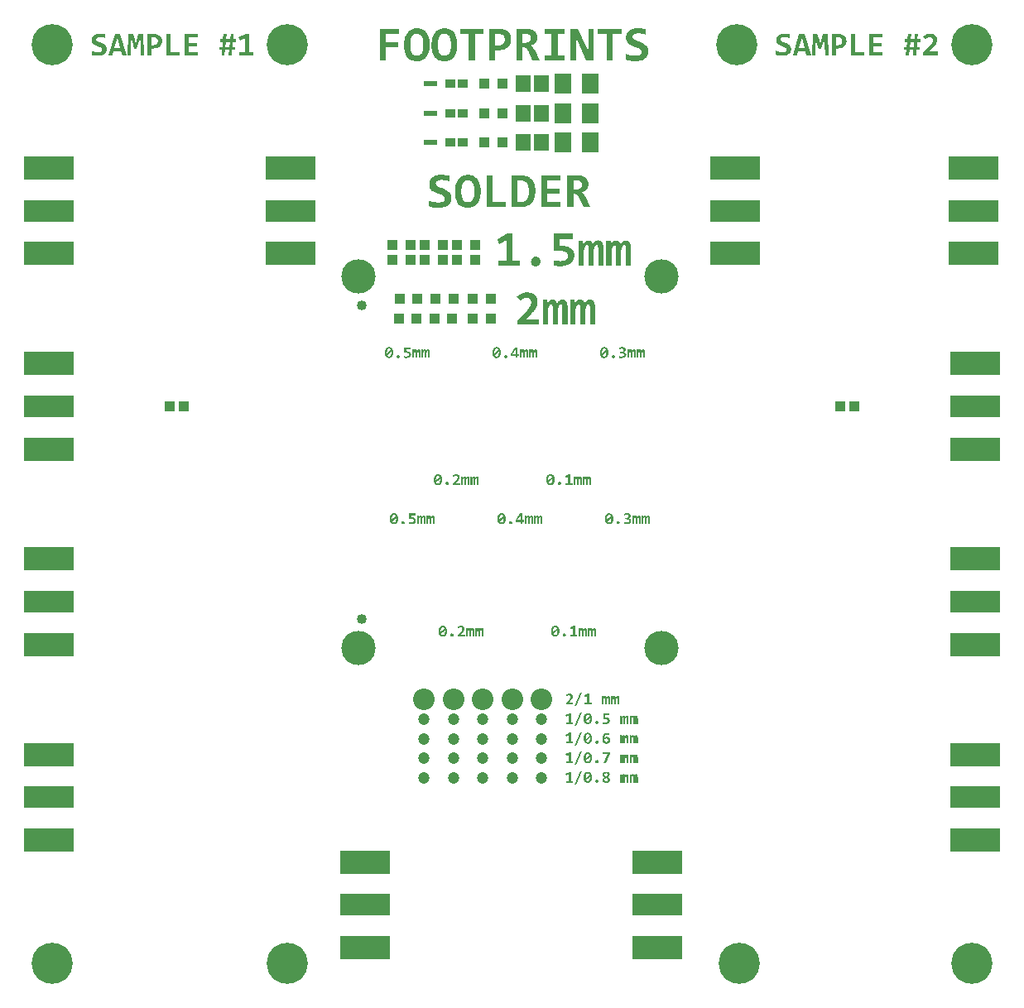
<source format=gts>
%TF.GenerationSoftware,Altium Limited,Altium Designer,25.1.2 (22)*%
G04 Layer_Color=8388736*
%FSLAX45Y45*%
%MOMM*%
%TF.SameCoordinates,14A8493B-8770-4FEB-B4FF-2697345FB558*%
%TF.FilePolarity,Negative*%
%TF.FileFunction,Soldermask,Top*%
%TF.Part,Single*%
G01*
G75*
%TA.AperFunction,ConnectorPad*%
%ADD10R,5.08000X2.41300*%
%ADD11R,5.08000X2.28600*%
%TA.AperFunction,SMDPad,CuDef*%
%ADD12R,5.08000X2.41300*%
%ADD13R,5.08000X2.28600*%
%TA.AperFunction,ComponentPad*%
%ADD28C,3.50000*%
%TA.AperFunction,SMDPad,CuDef*%
%ADD41R,1.00320X1.10320*%
%ADD42R,1.10320X1.10320*%
%ADD43R,0.66320X0.62320*%
%ADD44R,1.80320X2.00320*%
%ADD45R,1.10320X0.90320*%
%ADD46R,1.50320X1.70320*%
%TA.AperFunction,ComponentPad*%
%ADD47C,1.01320*%
%TA.AperFunction,ViaPad*%
%ADD48C,4.20320*%
%ADD49C,1.20320*%
%ADD50C,2.20320*%
G36*
X7793324Y9812210D02*
X7798508Y9811840D01*
X7799619D01*
X7801100Y9811470D01*
X7802952D01*
X7807766Y9810729D01*
X7812581Y9809989D01*
X7813692D01*
X7815173Y9809618D01*
X7817025D01*
X7821098Y9808878D01*
X7825913Y9807767D01*
X7827024D01*
X7828505Y9807396D01*
X7829986Y9807026D01*
X7834060Y9806285D01*
X7838134Y9805545D01*
Y9768141D01*
X7837763D01*
X7837023Y9768511D01*
X7835912Y9768882D01*
X7834430Y9769252D01*
X7830727Y9770363D01*
X7826283Y9771474D01*
X7825913D01*
X7825172Y9771844D01*
X7824061Y9772215D01*
X7822209Y9772585D01*
X7818136Y9773696D01*
X7812951Y9774437D01*
X7812581D01*
X7811840Y9774807D01*
X7810359D01*
X7808877Y9775177D01*
X7804433Y9775918D01*
X7799249Y9776659D01*
X7798138D01*
X7796656Y9777029D01*
X7795175D01*
X7791102Y9777399D01*
X7782584D01*
X7779992Y9777029D01*
X7774066Y9776659D01*
X7767771Y9775548D01*
X7767400D01*
X7766660Y9775177D01*
X7765178Y9774807D01*
X7763327Y9774066D01*
X7759623Y9772585D01*
X7755550Y9770363D01*
X7755179D01*
X7754809Y9769993D01*
X7752957Y9768511D01*
X7750735Y9765919D01*
X7748513Y9762956D01*
Y9762586D01*
X7748143Y9762216D01*
X7747773Y9759994D01*
X7747032Y9757031D01*
X7746662Y9752957D01*
Y9752587D01*
Y9751846D01*
X7747032Y9750735D01*
X7747402Y9748884D01*
X7748513Y9745180D01*
X7749624Y9742958D01*
X7751106Y9741107D01*
X7751476Y9740736D01*
X7751846Y9740366D01*
X7752957Y9739255D01*
X7754439Y9738144D01*
X7758142Y9735181D01*
X7762956Y9732219D01*
X7763327D01*
X7764438Y9731478D01*
X7765919Y9730737D01*
X7768141Y9729997D01*
X7770733Y9728886D01*
X7773696Y9727775D01*
X7780362Y9725182D01*
X7780732D01*
X7782214Y9724442D01*
X7784065Y9724071D01*
X7786287Y9722960D01*
X7789250Y9721849D01*
X7792583Y9720738D01*
X7799989Y9717776D01*
X7800360D01*
X7801841Y9717035D01*
X7803693Y9716295D01*
X7806285Y9715184D01*
X7809618Y9714073D01*
X7812951Y9712591D01*
X7819987Y9708888D01*
X7820358Y9708518D01*
X7821469Y9708147D01*
X7823320Y9707036D01*
X7825913Y9705555D01*
X7831097Y9701852D01*
X7837023Y9696667D01*
X7837393Y9696297D01*
X7838504Y9695556D01*
X7839615Y9694075D01*
X7841467Y9691853D01*
X7843318Y9689260D01*
X7845540Y9686668D01*
X7847392Y9683335D01*
X7849244Y9679632D01*
X7849614Y9679261D01*
X7849984Y9677780D01*
X7850725Y9675928D01*
X7851836Y9673336D01*
X7852577Y9669633D01*
X7853317Y9665929D01*
X7853688Y9661485D01*
X7854058Y9656671D01*
Y9656301D01*
Y9655930D01*
Y9653708D01*
X7853688Y9650375D01*
X7853317Y9646302D01*
X7852577Y9641117D01*
X7851095Y9635932D01*
X7849614Y9630748D01*
X7847392Y9625563D01*
X7847022Y9624823D01*
X7846281Y9623341D01*
X7844800Y9621119D01*
X7842578Y9618157D01*
X7839985Y9614453D01*
X7836652Y9611120D01*
X7832949Y9607417D01*
X7828875Y9604084D01*
X7828505Y9603714D01*
X7826653Y9602603D01*
X7824431Y9601121D01*
X7820728Y9599270D01*
X7816654Y9597418D01*
X7811840Y9595196D01*
X7806285Y9593344D01*
X7800360Y9591493D01*
X7799619D01*
X7797397Y9590752D01*
X7794064Y9590382D01*
X7789991Y9589641D01*
X7784436Y9588900D01*
X7778510Y9588160D01*
X7771844Y9587789D01*
X7764808Y9587419D01*
X7758512D01*
X7754439Y9587789D01*
X7749254D01*
X7743699Y9588530D01*
X7731478Y9589641D01*
X7730737D01*
X7728886Y9590011D01*
X7725553Y9590382D01*
X7721479Y9591122D01*
X7716665Y9592233D01*
X7711480Y9593344D01*
X7700000Y9596307D01*
Y9636673D01*
X7700370D01*
X7701481Y9636303D01*
X7702962Y9635562D01*
X7704814Y9634821D01*
X7707036Y9634081D01*
X7709628Y9633340D01*
X7715554Y9631488D01*
X7715924D01*
X7717035Y9631118D01*
X7718887Y9630748D01*
X7720738Y9630007D01*
X7723331Y9629637D01*
X7726293Y9628896D01*
X7732589Y9627415D01*
X7732959D01*
X7734070Y9627044D01*
X7735552Y9626674D01*
X7737774Y9626304D01*
X7740366Y9625934D01*
X7743329Y9625563D01*
X7749254Y9624452D01*
X7750735D01*
X7752217Y9624082D01*
X7754439D01*
X7759623Y9623712D01*
X7769622D01*
X7772585Y9624082D01*
X7775548D01*
X7778881Y9624452D01*
X7785547Y9625563D01*
X7785917D01*
X7787028Y9625934D01*
X7788509Y9626304D01*
X7790361Y9627044D01*
X7794805Y9628526D01*
X7798878Y9630748D01*
X7799249D01*
X7799619Y9631488D01*
X7801841Y9633340D01*
X7804063Y9635932D01*
X7806285Y9639265D01*
Y9639636D01*
X7806655Y9640006D01*
X7807766Y9642598D01*
X7808507Y9645931D01*
X7808877Y9650005D01*
Y9650375D01*
Y9651486D01*
X7808507Y9652968D01*
X7808137Y9654819D01*
X7807026Y9659263D01*
X7805544Y9661115D01*
X7804063Y9663337D01*
X7803693Y9663707D01*
X7803322Y9664448D01*
X7802211Y9665189D01*
X7800730Y9666670D01*
X7797027Y9669633D01*
X7791842Y9672966D01*
X7791472Y9673336D01*
X7790731Y9673706D01*
X7788880Y9674447D01*
X7787028Y9675558D01*
X7784436Y9676669D01*
X7781473Y9677780D01*
X7774807Y9680372D01*
X7774437D01*
X7773326Y9681113D01*
X7771104Y9681483D01*
X7768882Y9682594D01*
X7765919Y9683705D01*
X7762586Y9684816D01*
X7755179Y9687409D01*
X7754809Y9687779D01*
X7753698Y9688149D01*
X7751476Y9688890D01*
X7749254Y9690001D01*
X7746291Y9691482D01*
X7742958Y9692964D01*
X7735922Y9696297D01*
X7735552Y9696667D01*
X7734441Y9697037D01*
X7732589Y9698148D01*
X7729997Y9699630D01*
X7724442Y9703333D01*
X7718516Y9708147D01*
X7718146Y9708518D01*
X7717405Y9709629D01*
X7715924Y9711110D01*
X7714443Y9712962D01*
X7712221Y9715554D01*
X7710369Y9718517D01*
X7706666Y9725182D01*
Y9725553D01*
X7705925Y9727034D01*
X7705184Y9729256D01*
X7704444Y9731848D01*
X7703703Y9735552D01*
X7702962Y9739625D01*
X7702592Y9744069D01*
X7702222Y9749254D01*
Y9749995D01*
Y9751476D01*
X7702592Y9754068D01*
X7702962Y9757031D01*
X7703333Y9761105D01*
X7704073Y9765178D01*
X7705184Y9769252D01*
X7706666Y9773696D01*
X7707036Y9774066D01*
X7707406Y9775548D01*
X7708888Y9777770D01*
X7710369Y9780362D01*
X7712591Y9783695D01*
X7714813Y9787028D01*
X7718146Y9790361D01*
X7721479Y9793694D01*
X7721849Y9794064D01*
X7723331Y9795175D01*
X7725553Y9796657D01*
X7728515Y9798508D01*
X7732219Y9800730D01*
X7736663Y9802952D01*
X7741477Y9805174D01*
X7747032Y9807396D01*
X7747402D01*
X7747773Y9807767D01*
X7749995Y9808137D01*
X7753328Y9808878D01*
X7757772Y9809989D01*
X7763327Y9811100D01*
X7769993Y9811840D01*
X7777029Y9812210D01*
X7785176Y9812581D01*
X7789250D01*
X7793324Y9812210D01*
D02*
G37*
G36*
X9148368Y9756661D02*
X9178365D01*
Y9726294D01*
X9145406D01*
X9140591Y9678151D01*
X9169477D01*
Y9647783D01*
X9137629D01*
X9132074Y9591123D01*
X9099484D01*
X9105039Y9647783D01*
X9066155D01*
X9060600Y9591123D01*
X9028010D01*
X9033565Y9647783D01*
X9004679D01*
Y9678151D01*
X9036528D01*
X9041342Y9726294D01*
X9013567D01*
Y9756661D01*
X9044305D01*
X9049860Y9808878D01*
X9082449D01*
X9076894Y9756661D01*
X9115779D01*
X9121334Y9808878D01*
X9153923D01*
X9148368Y9756661D01*
D02*
G37*
G36*
X8239203Y9591122D02*
X8202911D01*
X8198837Y9714073D01*
X8197356Y9763327D01*
X8186986Y9729997D01*
X8162915Y9655930D01*
X8136992D01*
X8115142Y9729997D01*
X8105884Y9763327D01*
X8104773Y9715184D01*
X8101069Y9591122D01*
X8066258D01*
X8076998Y9808878D01*
X8123289D01*
X8142547Y9746662D01*
X8151805Y9711851D01*
X8161063Y9744810D01*
X8181061Y9808878D01*
X8228464D01*
X8239203Y9591122D01*
D02*
G37*
G36*
X9282058Y9812211D02*
X9286132D01*
X9290576Y9811470D01*
X9295390Y9810729D01*
X9300575Y9809618D01*
X9305389Y9808137D01*
X9306130D01*
X9307611Y9807396D01*
X9309833Y9806285D01*
X9313166Y9805174D01*
X9316499Y9803323D01*
X9320202Y9801101D01*
X9323906Y9798879D01*
X9327609Y9795916D01*
X9327979Y9795546D01*
X9329090Y9794435D01*
X9330942Y9792953D01*
X9332794Y9790361D01*
X9335386Y9787769D01*
X9337608Y9784066D01*
X9339830Y9780362D01*
X9342052Y9775918D01*
X9342422Y9775548D01*
X9342793Y9773696D01*
X9343533Y9771474D01*
X9344644Y9768141D01*
X9345755Y9764068D01*
X9346496Y9759253D01*
X9346866Y9754069D01*
X9347237Y9748514D01*
Y9747773D01*
Y9746292D01*
Y9743699D01*
X9346866Y9740737D01*
X9346496Y9737033D01*
X9345755Y9732589D01*
X9343533Y9724072D01*
Y9723701D01*
X9342793Y9722220D01*
X9342052Y9719998D01*
X9340941Y9717035D01*
X9339460Y9713702D01*
X9337978Y9709999D01*
X9333534Y9702222D01*
X9333164Y9701852D01*
X9332423Y9700370D01*
X9330942Y9698519D01*
X9329090Y9695556D01*
X9326498Y9692594D01*
X9323535Y9688890D01*
X9320573Y9685187D01*
X9316869Y9681113D01*
X9316499Y9680743D01*
X9315018Y9679262D01*
X9313166Y9677040D01*
X9310574Y9674447D01*
X9307241Y9670744D01*
X9303537Y9667041D01*
X9299093Y9662967D01*
X9294649Y9658523D01*
X9263171Y9628526D01*
X9355014D01*
Y9591123D01*
X9207251D01*
Y9620749D01*
X9258357Y9672596D01*
X9259098Y9673336D01*
X9260949Y9675188D01*
X9263542Y9677780D01*
X9266875Y9681113D01*
X9270578Y9685187D01*
X9274281Y9689261D01*
X9278355Y9693334D01*
X9281688Y9697408D01*
X9282058Y9697778D01*
X9283169Y9699259D01*
X9284650Y9701111D01*
X9286872Y9703703D01*
X9288724Y9706666D01*
X9290946Y9709629D01*
X9293168Y9712962D01*
X9295020Y9715924D01*
X9295390Y9716295D01*
X9295760Y9717406D01*
X9296501Y9718887D01*
X9297612Y9721109D01*
X9299834Y9725923D01*
X9301315Y9731478D01*
Y9731849D01*
X9301686Y9732589D01*
X9302056Y9734071D01*
X9302426Y9735922D01*
X9302797Y9740737D01*
X9303167Y9745921D01*
Y9746292D01*
Y9747032D01*
Y9748143D01*
X9302797Y9749625D01*
X9302426Y9753698D01*
X9300945Y9757772D01*
Y9758142D01*
X9300575Y9758883D01*
X9299464Y9761105D01*
X9297612Y9764068D01*
X9295020Y9767401D01*
Y9767771D01*
X9294279Y9768141D01*
X9292427Y9769623D01*
X9289465Y9771845D01*
X9285391Y9773696D01*
X9285021D01*
X9284280Y9774067D01*
X9283169Y9774437D01*
X9281688Y9775178D01*
X9277244Y9775918D01*
X9272059Y9776289D01*
X9269837D01*
X9267615Y9775918D01*
X9264282Y9775548D01*
X9260579Y9774807D01*
X9256876Y9774067D01*
X9252432Y9772585D01*
X9248358Y9770734D01*
X9247988Y9770363D01*
X9246506Y9769623D01*
X9244284Y9768512D01*
X9241692Y9766660D01*
X9238359Y9764808D01*
X9235026Y9762216D01*
X9231323Y9759253D01*
X9227619Y9755920D01*
X9206140Y9783325D01*
X9206881Y9784066D01*
X9208732Y9785547D01*
X9211695Y9788139D01*
X9215398Y9791102D01*
X9220213Y9794435D01*
X9225397Y9797768D01*
X9231693Y9801471D01*
X9237989Y9804434D01*
X9238359D01*
X9238729Y9804804D01*
X9239840Y9805174D01*
X9240951Y9805545D01*
X9244655Y9807026D01*
X9249469Y9808507D01*
X9255394Y9809989D01*
X9261690Y9811470D01*
X9268726Y9812211D01*
X9276503Y9812581D01*
X9279095D01*
X9282058Y9812211D01*
D02*
G37*
G36*
X8784332Y9774067D02*
X8695082D01*
Y9719998D01*
X8780258D01*
Y9686298D01*
X8695082D01*
Y9625934D01*
X8784332D01*
Y9591123D01*
X8653234D01*
Y9808878D01*
X8784332D01*
Y9774067D01*
D02*
G37*
G36*
X8509546Y9626304D02*
X8601388D01*
Y9591123D01*
X8467698D01*
Y9808878D01*
X8509546D01*
Y9626304D01*
D02*
G37*
G36*
X8340674Y9808507D02*
X8345859Y9808137D01*
X8351784Y9807767D01*
X8358080Y9807026D01*
X8364375Y9805545D01*
X8370671Y9804063D01*
X8371041D01*
X8371412Y9803693D01*
X8373263Y9803323D01*
X8376226Y9802212D01*
X8380300Y9800730D01*
X8384373Y9798879D01*
X8388817Y9796657D01*
X8393632Y9793694D01*
X8397705Y9790731D01*
X8398076Y9790361D01*
X8399557Y9789250D01*
X8401409Y9787398D01*
X8404001Y9784806D01*
X8406593Y9781473D01*
X8409556Y9777770D01*
X8412148Y9773696D01*
X8414741Y9768882D01*
X8415111Y9768141D01*
X8415852Y9766660D01*
X8416592Y9764067D01*
X8417703Y9760364D01*
X8418814Y9755920D01*
X8419925Y9751106D01*
X8420296Y9745180D01*
X8420666Y9739255D01*
Y9738514D01*
Y9736292D01*
X8420296Y9732959D01*
X8419925Y9728886D01*
X8419185Y9724071D01*
X8418074Y9718887D01*
X8416592Y9713332D01*
X8414741Y9707777D01*
X8414370Y9707036D01*
X8413630Y9705555D01*
X8412519Y9702592D01*
X8410667Y9699259D01*
X8408075Y9695556D01*
X8405482Y9691482D01*
X8402149Y9687038D01*
X8398076Y9682965D01*
X8397705Y9682594D01*
X8396224Y9681113D01*
X8393632Y9679261D01*
X8390299Y9677039D01*
X8386595Y9674447D01*
X8381781Y9671855D01*
X8376226Y9669262D01*
X8370301Y9666670D01*
X8369560Y9666300D01*
X8367338Y9665929D01*
X8364005Y9664818D01*
X8359191Y9664078D01*
X8353636Y9662967D01*
X8346970Y9661856D01*
X8339563Y9661485D01*
X8331786Y9661115D01*
X8311048D01*
Y9591122D01*
X8269570D01*
Y9808878D01*
X8336971D01*
X8340674Y9808507D01*
D02*
G37*
G36*
X8058481Y9591122D02*
X8013301D01*
X8001080Y9634081D01*
X7925162D01*
X7912941Y9591122D01*
X7872204D01*
X7936642Y9808878D01*
X7994043D01*
X8058481Y9591122D01*
D02*
G37*
G36*
X793324Y9812210D02*
X798508Y9811840D01*
X799619D01*
X801101Y9811470D01*
X802952D01*
X807766Y9810729D01*
X812581Y9809989D01*
X813692D01*
X815173Y9809618D01*
X817025D01*
X821098Y9808878D01*
X825913Y9807767D01*
X827024D01*
X828505Y9807396D01*
X829986Y9807026D01*
X834060Y9806285D01*
X838134Y9805545D01*
Y9768141D01*
X837763D01*
X837023Y9768511D01*
X835912Y9768882D01*
X834430Y9769252D01*
X830727Y9770363D01*
X826283Y9771474D01*
X825913D01*
X825172Y9771844D01*
X824061Y9772215D01*
X822209Y9772585D01*
X818136Y9773696D01*
X812951Y9774437D01*
X812581D01*
X811840Y9774807D01*
X810359D01*
X808877Y9775177D01*
X804433Y9775918D01*
X799249Y9776659D01*
X798138D01*
X796657Y9777029D01*
X795175D01*
X791102Y9777399D01*
X782584D01*
X779992Y9777029D01*
X774066Y9776659D01*
X767771Y9775548D01*
X767400D01*
X766660Y9775177D01*
X765178Y9774807D01*
X763327Y9774066D01*
X759623Y9772585D01*
X755550Y9770363D01*
X755179D01*
X754809Y9769993D01*
X752957Y9768511D01*
X750735Y9765919D01*
X748513Y9762956D01*
Y9762586D01*
X748143Y9762216D01*
X747773Y9759994D01*
X747032Y9757031D01*
X746662Y9752957D01*
Y9752587D01*
Y9751846D01*
X747032Y9750735D01*
X747402Y9748884D01*
X748513Y9745180D01*
X749624Y9742958D01*
X751106Y9741107D01*
X751476Y9740736D01*
X751846Y9740366D01*
X752957Y9739255D01*
X754439Y9738144D01*
X758142Y9735181D01*
X762956Y9732219D01*
X763327D01*
X764438Y9731478D01*
X765919Y9730737D01*
X768141Y9729997D01*
X770733Y9728886D01*
X773696Y9727775D01*
X780362Y9725182D01*
X780732D01*
X782214Y9724442D01*
X784065Y9724071D01*
X786287Y9722960D01*
X789250Y9721849D01*
X792583Y9720738D01*
X799990Y9717776D01*
X800360D01*
X801841Y9717035D01*
X803693Y9716295D01*
X806285Y9715184D01*
X809618Y9714073D01*
X812951Y9712591D01*
X819987Y9708888D01*
X820358Y9708518D01*
X821469Y9708147D01*
X823320Y9707036D01*
X825913Y9705555D01*
X831097Y9701852D01*
X837023Y9696667D01*
X837393Y9696297D01*
X838504Y9695556D01*
X839615Y9694075D01*
X841467Y9691853D01*
X843318Y9689260D01*
X845540Y9686668D01*
X847392Y9683335D01*
X849244Y9679632D01*
X849614Y9679261D01*
X849984Y9677780D01*
X850725Y9675928D01*
X851836Y9673336D01*
X852577Y9669633D01*
X853317Y9665929D01*
X853688Y9661485D01*
X854058Y9656671D01*
Y9656301D01*
Y9655930D01*
Y9653708D01*
X853688Y9650375D01*
X853317Y9646302D01*
X852577Y9641117D01*
X851095Y9635932D01*
X849614Y9630748D01*
X847392Y9625563D01*
X847022Y9624823D01*
X846281Y9623341D01*
X844800Y9621119D01*
X842578Y9618157D01*
X839985Y9614453D01*
X836652Y9611120D01*
X832949Y9607417D01*
X828875Y9604084D01*
X828505Y9603714D01*
X826653Y9602603D01*
X824431Y9601121D01*
X820728Y9599270D01*
X816654Y9597418D01*
X811840Y9595196D01*
X806285Y9593344D01*
X800360Y9591493D01*
X799619D01*
X797397Y9590752D01*
X794064Y9590382D01*
X789991Y9589641D01*
X784436Y9588900D01*
X778510Y9588160D01*
X771844Y9587789D01*
X764808Y9587419D01*
X758512D01*
X754439Y9587789D01*
X749254D01*
X743699Y9588530D01*
X731478Y9589641D01*
X730737D01*
X728886Y9590011D01*
X725553Y9590382D01*
X721479Y9591122D01*
X716665Y9592233D01*
X711480Y9593344D01*
X700000Y9596307D01*
Y9636673D01*
X700370D01*
X701481Y9636303D01*
X702963Y9635562D01*
X704814Y9634821D01*
X707036Y9634081D01*
X709629Y9633340D01*
X715554Y9631488D01*
X715924D01*
X717035Y9631118D01*
X718887Y9630748D01*
X720738Y9630007D01*
X723331Y9629637D01*
X726293Y9628896D01*
X732589Y9627415D01*
X732959D01*
X734070Y9627044D01*
X735552Y9626674D01*
X737774Y9626304D01*
X740366Y9625934D01*
X743329Y9625563D01*
X749254Y9624452D01*
X750735D01*
X752217Y9624082D01*
X754439D01*
X759623Y9623712D01*
X769622D01*
X772585Y9624082D01*
X775548D01*
X778881Y9624452D01*
X785547Y9625563D01*
X785917D01*
X787028Y9625934D01*
X788509Y9626304D01*
X790361Y9627044D01*
X794805Y9628526D01*
X798879Y9630748D01*
X799249D01*
X799619Y9631488D01*
X801841Y9633340D01*
X804063Y9635932D01*
X806285Y9639265D01*
Y9639636D01*
X806655Y9640006D01*
X807766Y9642598D01*
X808507Y9645931D01*
X808877Y9650005D01*
Y9650375D01*
Y9651486D01*
X808507Y9652968D01*
X808137Y9654819D01*
X807026Y9659263D01*
X805544Y9661115D01*
X804063Y9663337D01*
X803693Y9663707D01*
X803322Y9664448D01*
X802212Y9665189D01*
X800730Y9666670D01*
X797027Y9669633D01*
X791842Y9672966D01*
X791472Y9673336D01*
X790731Y9673706D01*
X788880Y9674447D01*
X787028Y9675558D01*
X784436Y9676669D01*
X781473Y9677780D01*
X774807Y9680372D01*
X774437D01*
X773326Y9681113D01*
X771104Y9681483D01*
X768882Y9682594D01*
X765919Y9683705D01*
X762586Y9684816D01*
X755179Y9687409D01*
X754809Y9687779D01*
X753698Y9688149D01*
X751476Y9688890D01*
X749254Y9690001D01*
X746291Y9691482D01*
X742958Y9692964D01*
X735922Y9696297D01*
X735552Y9696667D01*
X734441Y9697037D01*
X732589Y9698148D01*
X729997Y9699630D01*
X724442Y9703333D01*
X718516Y9708147D01*
X718146Y9708518D01*
X717405Y9709629D01*
X715924Y9711110D01*
X714443Y9712962D01*
X712221Y9715554D01*
X710369Y9718517D01*
X706666Y9725182D01*
Y9725553D01*
X705925Y9727034D01*
X705185Y9729256D01*
X704444Y9731848D01*
X703703Y9735552D01*
X702963Y9739625D01*
X702592Y9744069D01*
X702222Y9749254D01*
Y9749995D01*
Y9751476D01*
X702592Y9754068D01*
X702963Y9757031D01*
X703333Y9761105D01*
X704074Y9765178D01*
X705185Y9769252D01*
X706666Y9773696D01*
X707036Y9774066D01*
X707407Y9775548D01*
X708888Y9777770D01*
X710369Y9780362D01*
X712591Y9783695D01*
X714813Y9787028D01*
X718146Y9790361D01*
X721479Y9793694D01*
X721849Y9794064D01*
X723331Y9795175D01*
X725553Y9796657D01*
X728515Y9798508D01*
X732219Y9800730D01*
X736663Y9802952D01*
X741477Y9805174D01*
X747032Y9807396D01*
X747402D01*
X747773Y9807767D01*
X749995Y9808137D01*
X753328Y9808878D01*
X757772Y9809989D01*
X763327Y9811100D01*
X769993Y9811840D01*
X777029Y9812210D01*
X785176Y9812581D01*
X789250D01*
X793324Y9812210D01*
D02*
G37*
G36*
X2148368Y9756661D02*
X2178365D01*
Y9726293D01*
X2145406D01*
X2140591Y9678150D01*
X2169477D01*
Y9647783D01*
X2137629D01*
X2132074Y9591122D01*
X2099484D01*
X2105039Y9647783D01*
X2066155D01*
X2060600Y9591122D01*
X2028010D01*
X2033565Y9647783D01*
X2004680D01*
Y9678150D01*
X2036528D01*
X2041342Y9726293D01*
X2013567D01*
Y9756661D01*
X2044305D01*
X2049860Y9808878D01*
X2082449D01*
X2076894Y9756661D01*
X2115779D01*
X2121334Y9808878D01*
X2153923D01*
X2148368Y9756661D01*
D02*
G37*
G36*
X1239203Y9591122D02*
X1202911D01*
X1198837Y9714073D01*
X1197356Y9763327D01*
X1186986Y9729997D01*
X1162915Y9655930D01*
X1136992D01*
X1115142Y9729997D01*
X1105884Y9763327D01*
X1104773Y9715184D01*
X1101069Y9591122D01*
X1066258D01*
X1076998Y9808878D01*
X1123289D01*
X1142547Y9746662D01*
X1151805Y9711851D01*
X1161063Y9744810D01*
X1181061Y9808878D01*
X1228464D01*
X1239203Y9591122D01*
D02*
G37*
G36*
X2308352Y9627415D02*
X2356125D01*
Y9591122D01*
X2210954D01*
Y9627415D01*
X2266504D01*
Y9767030D01*
X2217991Y9740736D01*
X2204659Y9774066D01*
X2273911Y9810359D01*
X2308352D01*
Y9627415D01*
D02*
G37*
G36*
X1784332Y9774066D02*
X1695082D01*
Y9719998D01*
X1780258D01*
Y9686298D01*
X1695082D01*
Y9625934D01*
X1784332D01*
Y9591122D01*
X1653234D01*
Y9808878D01*
X1784332D01*
Y9774066D01*
D02*
G37*
G36*
X1509546Y9626304D02*
X1601388D01*
Y9591122D01*
X1467698D01*
Y9808878D01*
X1509546D01*
Y9626304D01*
D02*
G37*
G36*
X1340674Y9808507D02*
X1345859Y9808137D01*
X1351784Y9807767D01*
X1358080Y9807026D01*
X1364375Y9805545D01*
X1370671Y9804063D01*
X1371041D01*
X1371412Y9803693D01*
X1373263Y9803323D01*
X1376226Y9802212D01*
X1380300Y9800730D01*
X1384373Y9798879D01*
X1388817Y9796657D01*
X1393632Y9793694D01*
X1397705Y9790731D01*
X1398076Y9790361D01*
X1399557Y9789250D01*
X1401409Y9787398D01*
X1404001Y9784806D01*
X1406593Y9781473D01*
X1409556Y9777770D01*
X1412148Y9773696D01*
X1414741Y9768882D01*
X1415111Y9768141D01*
X1415852Y9766660D01*
X1416592Y9764067D01*
X1417703Y9760364D01*
X1418814Y9755920D01*
X1419925Y9751106D01*
X1420296Y9745180D01*
X1420666Y9739255D01*
Y9738514D01*
Y9736292D01*
X1420296Y9732959D01*
X1419925Y9728886D01*
X1419185Y9724071D01*
X1418074Y9718887D01*
X1416592Y9713332D01*
X1414741Y9707777D01*
X1414370Y9707036D01*
X1413630Y9705555D01*
X1412519Y9702592D01*
X1410667Y9699259D01*
X1408075Y9695556D01*
X1405482Y9691482D01*
X1402149Y9687038D01*
X1398076Y9682965D01*
X1397705Y9682594D01*
X1396224Y9681113D01*
X1393632Y9679261D01*
X1390299Y9677039D01*
X1386595Y9674447D01*
X1381781Y9671855D01*
X1376226Y9669262D01*
X1370301Y9666670D01*
X1369560Y9666300D01*
X1367338Y9665929D01*
X1364005Y9664818D01*
X1359191Y9664078D01*
X1353636Y9662967D01*
X1346970Y9661856D01*
X1339563Y9661485D01*
X1331786Y9661115D01*
X1311048D01*
Y9591122D01*
X1269570D01*
Y9808878D01*
X1336971D01*
X1340674Y9808507D01*
D02*
G37*
G36*
X1058481Y9591122D02*
X1013301D01*
X1001080Y9634081D01*
X925162D01*
X912941Y9591122D01*
X872204D01*
X936642Y9808878D01*
X994043D01*
X1058481Y9591122D01*
D02*
G37*
G36*
X6165419Y7696657D02*
X6170419Y7696101D01*
X6176529Y7694990D01*
X6183195Y7692213D01*
X6189861Y7688880D01*
X6196527Y7684436D01*
X6202082Y7677770D01*
X6202638Y7676659D01*
X6204304Y7673881D01*
X6206526Y7669437D01*
X6208748Y7663327D01*
X6210970Y7654994D01*
X6213192Y7644995D01*
X6214859Y7633330D01*
X6215414Y7619998D01*
Y7438350D01*
X6162642D01*
Y7611110D01*
Y7611665D01*
Y7612776D01*
Y7614443D01*
Y7616665D01*
Y7622220D01*
X6162086Y7627775D01*
Y7628330D01*
Y7628886D01*
X6161531Y7632219D01*
X6160975Y7635552D01*
X6159864Y7639440D01*
X6159309Y7640551D01*
X6158753Y7642218D01*
X6157087Y7644440D01*
X6155420Y7646662D01*
X6154865Y7647217D01*
X6153198Y7648328D01*
X6150976Y7648884D01*
X6147643Y7649439D01*
X6146532D01*
X6142644Y7648328D01*
X6140422Y7646662D01*
X6137644Y7644995D01*
X6134867Y7642218D01*
X6132089Y7638885D01*
X6131534Y7638329D01*
X6130978Y7636663D01*
X6129312Y7634441D01*
X6127090Y7630552D01*
X6124868Y7625553D01*
X6122090Y7619442D01*
X6118757Y7611665D01*
X6115424Y7602778D01*
Y7438350D01*
X6063208D01*
Y7611110D01*
Y7611665D01*
Y7612776D01*
Y7614443D01*
Y7616665D01*
Y7622220D01*
X6062652Y7627775D01*
Y7628330D01*
Y7628886D01*
X6062097Y7632219D01*
X6061541Y7635552D01*
X6060430Y7639440D01*
X6059875Y7640551D01*
X6059319Y7642218D01*
X6057653Y7644440D01*
X6055986Y7646662D01*
X6055431Y7647217D01*
X6053764Y7648328D01*
X6051542Y7648884D01*
X6048209Y7649439D01*
X6047098D01*
X6043765Y7648328D01*
X6041543Y7646662D01*
X6039321Y7644995D01*
X6035988Y7642218D01*
X6033211Y7638885D01*
X6032655Y7638329D01*
X6032100Y7636663D01*
X6030433Y7634441D01*
X6028211Y7630552D01*
X6025434Y7625553D01*
X6022656Y7619442D01*
X6019323Y7611665D01*
X6015990Y7602778D01*
Y7438350D01*
X5963218D01*
Y7692213D01*
X6008213D01*
X6009324Y7654994D01*
Y7655550D01*
X6010435Y7656661D01*
X6011546Y7658883D01*
X6012657Y7661660D01*
X6015990Y7667771D01*
X6019879Y7673881D01*
Y7674437D01*
X6020990Y7675548D01*
X6023212Y7678881D01*
X6027100Y7682769D01*
X6031544Y7687213D01*
X6032100D01*
X6032655Y7688324D01*
X6035988Y7689991D01*
X6040432Y7692213D01*
X6045432Y7694435D01*
X6045987D01*
X6046543Y7694990D01*
X6050431Y7696101D01*
X6055431Y7696657D01*
X6061541Y7697212D01*
X6064874D01*
X6068763Y7696657D01*
X6073762Y7695546D01*
X6078762Y7694435D01*
X6084317Y7692213D01*
X6089316Y7689435D01*
X6093760Y7685547D01*
X6094315Y7684991D01*
X6095426Y7683325D01*
X6097648Y7681103D01*
X6099315Y7677770D01*
X6101537Y7673326D01*
X6103759Y7667771D01*
X6105425Y7661660D01*
X6106536Y7654994D01*
X6107092Y7655550D01*
X6107647Y7656661D01*
X6108758Y7658883D01*
X6110425Y7661660D01*
X6114313Y7667771D01*
X6118202Y7673881D01*
X6118757Y7674437D01*
X6119313Y7675548D01*
X6122090Y7678881D01*
X6125979Y7682769D01*
X6130423Y7687213D01*
X6130978D01*
X6131534Y7688324D01*
X6134867Y7689991D01*
X6139311Y7692213D01*
X6144310Y7694435D01*
X6144866D01*
X6145421Y7694990D01*
X6147088Y7695546D01*
X6149310Y7696101D01*
X6154309Y7696657D01*
X6160975Y7697212D01*
X6162086D01*
X6165419Y7696657D01*
D02*
G37*
G36*
X5883782D02*
X5888781Y7696101D01*
X5894892Y7694990D01*
X5901558Y7692213D01*
X5908224Y7688880D01*
X5914890Y7684436D01*
X5920445Y7677770D01*
X5921000Y7676659D01*
X5922667Y7673881D01*
X5924889Y7669437D01*
X5927111Y7663327D01*
X5929333Y7654994D01*
X5931555Y7644995D01*
X5933221Y7633330D01*
X5933777Y7619998D01*
Y7438350D01*
X5881004D01*
Y7611110D01*
Y7611665D01*
Y7612776D01*
Y7614443D01*
Y7616665D01*
Y7622220D01*
X5880449Y7627775D01*
Y7628330D01*
Y7628886D01*
X5879893Y7632219D01*
X5879338Y7635552D01*
X5878227Y7639440D01*
X5877671Y7640551D01*
X5877116Y7642218D01*
X5875449Y7644440D01*
X5873783Y7646662D01*
X5873227Y7647217D01*
X5871561Y7648328D01*
X5869339Y7648884D01*
X5866006Y7649439D01*
X5864895D01*
X5861006Y7648328D01*
X5858784Y7646662D01*
X5856007Y7644995D01*
X5853229Y7642218D01*
X5850452Y7638885D01*
X5849896Y7638329D01*
X5849341Y7636663D01*
X5847674Y7634441D01*
X5845452Y7630552D01*
X5843230Y7625553D01*
X5840453Y7619442D01*
X5837120Y7611665D01*
X5833787Y7602778D01*
Y7438350D01*
X5781570D01*
Y7611110D01*
Y7611665D01*
Y7612776D01*
Y7614443D01*
Y7616665D01*
Y7622220D01*
X5781015Y7627775D01*
Y7628330D01*
Y7628886D01*
X5780459Y7632219D01*
X5779904Y7635552D01*
X5778793Y7639440D01*
X5778237Y7640551D01*
X5777682Y7642218D01*
X5776015Y7644440D01*
X5774349Y7646662D01*
X5773793Y7647217D01*
X5772127Y7648328D01*
X5769905Y7648884D01*
X5766572Y7649439D01*
X5765461D01*
X5762128Y7648328D01*
X5759906Y7646662D01*
X5757684Y7644995D01*
X5754351Y7642218D01*
X5751573Y7638885D01*
X5751018Y7638329D01*
X5750462Y7636663D01*
X5748796Y7634441D01*
X5746574Y7630552D01*
X5743796Y7625553D01*
X5741019Y7619442D01*
X5737686Y7611665D01*
X5734353Y7602778D01*
Y7438350D01*
X5681580D01*
Y7692213D01*
X5726576D01*
X5727687Y7654994D01*
Y7655550D01*
X5728798Y7656661D01*
X5729909Y7658883D01*
X5731020Y7661660D01*
X5734353Y7667771D01*
X5738241Y7673881D01*
Y7674437D01*
X5739352Y7675548D01*
X5741574Y7678881D01*
X5745463Y7682769D01*
X5749907Y7687213D01*
X5750462D01*
X5751018Y7688324D01*
X5754351Y7689991D01*
X5758795Y7692213D01*
X5763794Y7694435D01*
X5764350D01*
X5764905Y7694990D01*
X5768794Y7696101D01*
X5773793Y7696657D01*
X5779904Y7697212D01*
X5783237D01*
X5787125Y7696657D01*
X5792125Y7695546D01*
X5797124Y7694435D01*
X5802679Y7692213D01*
X5807679Y7689435D01*
X5812122Y7685547D01*
X5812678Y7684991D01*
X5813789Y7683325D01*
X5816011Y7681103D01*
X5817677Y7677770D01*
X5819899Y7673326D01*
X5822121Y7667771D01*
X5823788Y7661660D01*
X5824899Y7654994D01*
X5825454Y7655550D01*
X5826010Y7656661D01*
X5827121Y7658883D01*
X5828787Y7661660D01*
X5832676Y7667771D01*
X5836564Y7673881D01*
X5837120Y7674437D01*
X5837675Y7675548D01*
X5840453Y7678881D01*
X5844341Y7682769D01*
X5848785Y7687213D01*
X5849341D01*
X5849896Y7688324D01*
X5853229Y7689991D01*
X5857673Y7692213D01*
X5862673Y7694435D01*
X5863228D01*
X5863784Y7694990D01*
X5865450Y7695546D01*
X5867672Y7696101D01*
X5872672Y7696657D01*
X5879338Y7697212D01*
X5880449D01*
X5883782Y7696657D01*
D02*
G37*
G36*
X5618809Y7707211D02*
X5487156D01*
Y7641107D01*
X5519375D01*
X5526041Y7640551D01*
X5533262Y7639996D01*
X5541039Y7638885D01*
X5558260Y7636107D01*
X5559371D01*
X5562148Y7634996D01*
X5566592Y7633885D01*
X5571592Y7632774D01*
X5578258Y7630552D01*
X5584924Y7627775D01*
X5591590Y7624442D01*
X5598256Y7620553D01*
X5598811Y7619998D01*
X5601033Y7618331D01*
X5604366Y7616109D01*
X5608255Y7612776D01*
X5612699Y7608333D01*
X5617143Y7603333D01*
X5621587Y7597223D01*
X5626031Y7590557D01*
X5626586Y7589446D01*
X5627697Y7587224D01*
X5629364Y7583335D01*
X5631586Y7577780D01*
X5633252Y7570559D01*
X5634919Y7562226D01*
X5636030Y7553338D01*
X5636585Y7542784D01*
Y7542228D01*
Y7541673D01*
Y7538340D01*
X5636030Y7533340D01*
X5635474Y7526674D01*
X5633808Y7519453D01*
X5632141Y7511676D01*
X5629364Y7503343D01*
X5625475Y7495566D01*
X5624920Y7494455D01*
X5623253Y7492233D01*
X5621031Y7488345D01*
X5617698Y7483901D01*
X5613254Y7478346D01*
X5607699Y7472791D01*
X5601589Y7467236D01*
X5594923Y7461681D01*
X5593812Y7461126D01*
X5591590Y7459459D01*
X5587146Y7456682D01*
X5582146Y7453904D01*
X5574925Y7450571D01*
X5567148Y7446683D01*
X5558260Y7443350D01*
X5548816Y7440572D01*
X5548261D01*
X5547705Y7440017D01*
X5546039D01*
X5544372Y7439461D01*
X5538817Y7438350D01*
X5531596Y7437239D01*
X5523264Y7435573D01*
X5513265Y7434462D01*
X5502710Y7433906D01*
X5491045Y7433351D01*
X5480490D01*
X5474380Y7433906D01*
X5471047D01*
X5468825Y7434462D01*
X5463270Y7435017D01*
X5456604Y7435573D01*
X5453271D01*
X5451049Y7436128D01*
X5445494Y7436684D01*
X5439383Y7437239D01*
X5437717D01*
X5436606Y7437795D01*
X5434384D01*
X5429384Y7438906D01*
X5423829Y7439461D01*
Y7492789D01*
X5424385D01*
X5426051Y7492233D01*
X5429384Y7491678D01*
X5433273Y7490567D01*
X5437717Y7489456D01*
X5443272Y7488345D01*
X5449382Y7487789D01*
X5456048Y7486678D01*
X5459381D01*
X5463270Y7486123D01*
X5467714D01*
X5473824Y7485567D01*
X5479935D01*
X5493822Y7485012D01*
X5499933D01*
X5503266Y7485567D01*
X5506599D01*
X5514931Y7486678D01*
X5524375Y7488345D01*
X5533818Y7491122D01*
X5543261Y7494455D01*
X5551038Y7498899D01*
X5552149Y7499455D01*
X5554371Y7501677D01*
X5557149Y7505010D01*
X5561037Y7509454D01*
X5564926Y7515009D01*
X5567703Y7521675D01*
X5569925Y7530007D01*
X5571036Y7538895D01*
Y7539451D01*
Y7540006D01*
Y7543339D01*
X5569925Y7547783D01*
X5568814Y7553338D01*
X5566592Y7560004D01*
X5563259Y7566115D01*
X5558815Y7572225D01*
X5552705Y7577780D01*
X5551594Y7578336D01*
X5549372Y7580002D01*
X5544928Y7582224D01*
X5538262Y7584446D01*
X5530485Y7586668D01*
X5519931Y7588890D01*
X5508265Y7590557D01*
X5493822Y7591112D01*
X5429940D01*
Y7764983D01*
X5618809D01*
Y7707211D01*
D02*
G37*
G36*
X5005539Y7492789D02*
X5077199D01*
Y7438350D01*
X4859443D01*
Y7492789D01*
X4942768D01*
Y7702212D01*
X4869998Y7662771D01*
X4850000Y7712766D01*
X4953878Y7767205D01*
X5005539D01*
Y7492789D01*
D02*
G37*
G36*
X5248848Y7530007D02*
X5254958Y7528896D01*
X5261624Y7526674D01*
X5262179D01*
X5263290Y7526119D01*
X5264957Y7525008D01*
X5267179Y7523897D01*
X5272178Y7520564D01*
X5277178Y7516120D01*
X5277733Y7515564D01*
X5278289Y7515009D01*
X5281066Y7511676D01*
X5284399Y7506676D01*
X5287732Y7500010D01*
Y7499455D01*
X5288288Y7498344D01*
X5288843Y7496677D01*
X5289954Y7494455D01*
X5291065Y7488345D01*
X5291621Y7481123D01*
Y7480568D01*
Y7479457D01*
Y7477235D01*
X5291065Y7475013D01*
X5289954Y7468903D01*
X5287732Y7462237D01*
Y7461681D01*
X5287177Y7460570D01*
X5286066Y7458904D01*
X5284955Y7457237D01*
X5281622Y7451682D01*
X5277178Y7446683D01*
X5276622D01*
X5276067Y7445572D01*
X5272734Y7442794D01*
X5267734Y7439461D01*
X5261624Y7436684D01*
X5261068D01*
X5259957Y7436128D01*
X5258291Y7435573D01*
X5256069Y7435017D01*
X5249959Y7433351D01*
X5242182Y7432795D01*
X5238293D01*
X5236071Y7433351D01*
X5229961Y7434462D01*
X5223295Y7436684D01*
X5222739D01*
X5221628Y7437239D01*
X5219962Y7438350D01*
X5218295Y7439461D01*
X5212740Y7442239D01*
X5207741Y7446683D01*
Y7447238D01*
X5206630Y7447794D01*
X5204408Y7451127D01*
X5201075Y7456126D01*
X5197742Y7462237D01*
Y7462792D01*
X5197186Y7463903D01*
X5196631Y7465570D01*
X5196075Y7467792D01*
X5194964Y7473902D01*
X5194409Y7481123D01*
Y7481679D01*
Y7482790D01*
Y7485012D01*
X5194964Y7487234D01*
X5196075Y7493344D01*
X5197742Y7500010D01*
Y7500566D01*
X5198297Y7501677D01*
X5199408Y7503343D01*
X5200519Y7505565D01*
X5203852Y7510565D01*
X5207741Y7516120D01*
X5208296Y7516675D01*
X5208852Y7517231D01*
X5212185Y7520008D01*
X5217184Y7523341D01*
X5223295Y7526674D01*
X5223850D01*
X5224961Y7527230D01*
X5226628Y7527785D01*
X5228850Y7528896D01*
X5234960Y7530007D01*
X5242182Y7530563D01*
X5246070D01*
X5248848Y7530007D01*
D02*
G37*
G36*
X5799922Y7092213D02*
X5804922Y7091657D01*
X5811032Y7090546D01*
X5817698Y7087769D01*
X5824364Y7084436D01*
X5831030Y7079992D01*
X5836585Y7073326D01*
X5837141Y7072215D01*
X5838807Y7069437D01*
X5841029Y7064993D01*
X5843251Y7058883D01*
X5845473Y7050550D01*
X5847695Y7040551D01*
X5849362Y7028886D01*
X5849917Y7015554D01*
Y6833906D01*
X5797145D01*
Y7006666D01*
Y7007221D01*
Y7008332D01*
Y7009999D01*
Y7012221D01*
Y7017776D01*
X5796589Y7023331D01*
Y7023886D01*
Y7024442D01*
X5796034Y7027775D01*
X5795478Y7031108D01*
X5794367Y7034996D01*
X5793812Y7036107D01*
X5793256Y7037774D01*
X5791590Y7039996D01*
X5789923Y7042218D01*
X5789368Y7042773D01*
X5787701Y7043884D01*
X5785479Y7044440D01*
X5782146Y7044995D01*
X5781035D01*
X5777147Y7043884D01*
X5774925Y7042218D01*
X5772147Y7040551D01*
X5769370Y7037774D01*
X5766592Y7034441D01*
X5766037Y7033885D01*
X5765481Y7032219D01*
X5763815Y7029997D01*
X5761593Y7026108D01*
X5759371Y7021109D01*
X5756594Y7014998D01*
X5753261Y7007221D01*
X5749928Y6998333D01*
Y6833906D01*
X5697711D01*
Y7006666D01*
Y7007221D01*
Y7008332D01*
Y7009999D01*
Y7012221D01*
Y7017776D01*
X5697155Y7023331D01*
Y7023886D01*
Y7024442D01*
X5696600Y7027775D01*
X5696044Y7031108D01*
X5694933Y7034996D01*
X5694378Y7036107D01*
X5693822Y7037774D01*
X5692156Y7039996D01*
X5690489Y7042218D01*
X5689934Y7042773D01*
X5688267Y7043884D01*
X5686045Y7044440D01*
X5682712Y7044995D01*
X5681601D01*
X5678268Y7043884D01*
X5676046Y7042218D01*
X5673824Y7040551D01*
X5670491Y7037774D01*
X5667714Y7034441D01*
X5667158Y7033885D01*
X5666603Y7032219D01*
X5664936Y7029997D01*
X5662714Y7026108D01*
X5659937Y7021109D01*
X5657159Y7014998D01*
X5653826Y7007221D01*
X5650493Y6998333D01*
Y6833906D01*
X5597721D01*
Y7087769D01*
X5642716D01*
X5643827Y7050550D01*
Y7051106D01*
X5644938Y7052217D01*
X5646049Y7054439D01*
X5647160Y7057216D01*
X5650493Y7063327D01*
X5654382Y7069437D01*
Y7069993D01*
X5655493Y7071104D01*
X5657715Y7074437D01*
X5661603Y7078325D01*
X5666047Y7082769D01*
X5666603D01*
X5667158Y7083880D01*
X5670491Y7085547D01*
X5674935Y7087769D01*
X5679935Y7089991D01*
X5680490D01*
X5681046Y7090546D01*
X5684934Y7091657D01*
X5689934Y7092213D01*
X5696044Y7092768D01*
X5699377D01*
X5703266Y7092213D01*
X5708265Y7091102D01*
X5713265Y7089991D01*
X5718820Y7087769D01*
X5723819Y7084991D01*
X5728263Y7081103D01*
X5728819Y7080547D01*
X5729930Y7078881D01*
X5732152Y7076659D01*
X5733818Y7073326D01*
X5736040Y7068882D01*
X5738262Y7063327D01*
X5739929Y7057216D01*
X5741040Y7050550D01*
X5741595Y7051106D01*
X5742151Y7052217D01*
X5743262Y7054439D01*
X5744928Y7057216D01*
X5748817Y7063327D01*
X5752705Y7069437D01*
X5753261Y7069993D01*
X5753816Y7071104D01*
X5756594Y7074437D01*
X5760482Y7078325D01*
X5764926Y7082769D01*
X5765481D01*
X5766037Y7083880D01*
X5769370Y7085547D01*
X5773814Y7087769D01*
X5778813Y7089991D01*
X5779369D01*
X5779924Y7090546D01*
X5781591Y7091102D01*
X5783813Y7091657D01*
X5788812Y7092213D01*
X5795478Y7092768D01*
X5796589D01*
X5799922Y7092213D01*
D02*
G37*
G36*
X5518285D02*
X5523284Y7091657D01*
X5529395Y7090546D01*
X5536061Y7087769D01*
X5542727Y7084436D01*
X5549393Y7079992D01*
X5554948Y7073326D01*
X5555503Y7072215D01*
X5557170Y7069437D01*
X5559392Y7064993D01*
X5561614Y7058883D01*
X5563836Y7050550D01*
X5566058Y7040551D01*
X5567724Y7028886D01*
X5568280Y7015554D01*
Y6833906D01*
X5515507D01*
Y7006666D01*
Y7007221D01*
Y7008332D01*
Y7009999D01*
Y7012221D01*
Y7017776D01*
X5514952Y7023331D01*
Y7023886D01*
Y7024442D01*
X5514396Y7027775D01*
X5513841Y7031108D01*
X5512730Y7034996D01*
X5512174Y7036107D01*
X5511619Y7037774D01*
X5509952Y7039996D01*
X5508286Y7042218D01*
X5507730Y7042773D01*
X5506064Y7043884D01*
X5503842Y7044440D01*
X5500509Y7044995D01*
X5499398D01*
X5495509Y7043884D01*
X5493287Y7042218D01*
X5490510Y7040551D01*
X5487732Y7037774D01*
X5484955Y7034441D01*
X5484399Y7033885D01*
X5483844Y7032219D01*
X5482178Y7029997D01*
X5479956Y7026108D01*
X5477734Y7021109D01*
X5474956Y7014998D01*
X5471623Y7007221D01*
X5468290Y6998333D01*
Y6833906D01*
X5416073D01*
Y7006666D01*
Y7007221D01*
Y7008332D01*
Y7009999D01*
Y7012221D01*
Y7017776D01*
X5415518Y7023331D01*
Y7023886D01*
Y7024442D01*
X5414962Y7027775D01*
X5414407Y7031108D01*
X5413296Y7034996D01*
X5412740Y7036107D01*
X5412185Y7037774D01*
X5410518Y7039996D01*
X5408852Y7042218D01*
X5408296Y7042773D01*
X5406630Y7043884D01*
X5404408Y7044440D01*
X5401075Y7044995D01*
X5399964D01*
X5396631Y7043884D01*
X5394409Y7042218D01*
X5392187Y7040551D01*
X5388854Y7037774D01*
X5386076Y7034441D01*
X5385521Y7033885D01*
X5384965Y7032219D01*
X5383299Y7029997D01*
X5381077Y7026108D01*
X5378299Y7021109D01*
X5375522Y7014998D01*
X5372189Y7007221D01*
X5368856Y6998333D01*
Y6833906D01*
X5316084D01*
Y7087769D01*
X5361079D01*
X5362190Y7050550D01*
Y7051106D01*
X5363301Y7052217D01*
X5364412Y7054439D01*
X5365523Y7057216D01*
X5368856Y7063327D01*
X5372744Y7069437D01*
Y7069993D01*
X5373855Y7071104D01*
X5376077Y7074437D01*
X5379966Y7078325D01*
X5384410Y7082769D01*
X5384965D01*
X5385521Y7083880D01*
X5388854Y7085547D01*
X5393298Y7087769D01*
X5398297Y7089991D01*
X5398853D01*
X5399408Y7090546D01*
X5403297Y7091657D01*
X5408296Y7092213D01*
X5414407Y7092768D01*
X5417740D01*
X5421628Y7092213D01*
X5426628Y7091102D01*
X5431627Y7089991D01*
X5437182Y7087769D01*
X5442182Y7084991D01*
X5446626Y7081103D01*
X5447181Y7080547D01*
X5448292Y7078881D01*
X5450514Y7076659D01*
X5452181Y7073326D01*
X5454403Y7068882D01*
X5456625Y7063327D01*
X5458291Y7057216D01*
X5459402Y7050550D01*
X5459958Y7051106D01*
X5460513Y7052217D01*
X5461624Y7054439D01*
X5463291Y7057216D01*
X5467179Y7063327D01*
X5471068Y7069437D01*
X5471623Y7069993D01*
X5472179Y7071104D01*
X5474956Y7074437D01*
X5478845Y7078325D01*
X5483288Y7082769D01*
X5483844D01*
X5484399Y7083880D01*
X5487732Y7085547D01*
X5492176Y7087769D01*
X5497176Y7089991D01*
X5497731D01*
X5498287Y7090546D01*
X5499953Y7091102D01*
X5502175Y7091657D01*
X5507175Y7092213D01*
X5513841Y7092768D01*
X5514952D01*
X5518285Y7092213D01*
D02*
G37*
G36*
X5163877Y7165538D02*
X5169988D01*
X5176654Y7164427D01*
X5183875Y7163316D01*
X5191652Y7161650D01*
X5198874Y7159428D01*
X5199985D01*
X5202207Y7158317D01*
X5205539Y7156650D01*
X5210539Y7154984D01*
X5215538Y7152206D01*
X5221093Y7148873D01*
X5226648Y7145540D01*
X5232203Y7141096D01*
X5232759Y7140541D01*
X5234425Y7138874D01*
X5237203Y7136652D01*
X5239980Y7132764D01*
X5243869Y7128876D01*
X5247202Y7123321D01*
X5250535Y7117766D01*
X5253868Y7111100D01*
X5254423Y7110544D01*
X5254979Y7107767D01*
X5256090Y7104434D01*
X5257756Y7099434D01*
X5259423Y7093324D01*
X5260534Y7086102D01*
X5261089Y7078325D01*
X5261645Y7069993D01*
Y7068882D01*
Y7066660D01*
Y7062771D01*
X5261089Y7058327D01*
X5260534Y7052772D01*
X5259423Y7046106D01*
X5256090Y7033330D01*
Y7032774D01*
X5254979Y7030552D01*
X5253868Y7027219D01*
X5252201Y7022775D01*
X5249979Y7017776D01*
X5247757Y7012221D01*
X5241091Y7000555D01*
X5240536Y7000000D01*
X5239425Y6997778D01*
X5237203Y6995000D01*
X5234425Y6990557D01*
X5230537Y6986113D01*
X5226093Y6980558D01*
X5221649Y6975003D01*
X5216094Y6968892D01*
X5215538Y6968337D01*
X5213316Y6966115D01*
X5210539Y6962782D01*
X5206650Y6958893D01*
X5201651Y6953338D01*
X5196096Y6947783D01*
X5189430Y6941673D01*
X5182764Y6935007D01*
X5135547Y6890011D01*
X5273310D01*
Y6833906D01*
X5051667D01*
Y6878346D01*
X5128325Y6956116D01*
X5129436Y6957227D01*
X5132214Y6960004D01*
X5136102Y6963893D01*
X5141102Y6968892D01*
X5146657Y6975003D01*
X5152212Y6981113D01*
X5158322Y6987224D01*
X5163322Y6993334D01*
X5163877Y6993889D01*
X5165544Y6996111D01*
X5167766Y6998889D01*
X5171099Y7002777D01*
X5173876Y7007221D01*
X5177209Y7011665D01*
X5180542Y7016665D01*
X5183320Y7021109D01*
X5183875Y7021664D01*
X5184431Y7023331D01*
X5185542Y7025553D01*
X5187208Y7028886D01*
X5190541Y7036107D01*
X5192763Y7044440D01*
Y7044995D01*
X5193319Y7046106D01*
X5193874Y7048328D01*
X5194430Y7051106D01*
X5194985Y7058327D01*
X5195541Y7066104D01*
Y7066660D01*
Y7067771D01*
Y7069437D01*
X5194985Y7071659D01*
X5194430Y7077770D01*
X5192208Y7083880D01*
Y7084436D01*
X5191652Y7085547D01*
X5189986Y7088880D01*
X5187208Y7093324D01*
X5183320Y7098323D01*
Y7098879D01*
X5182209Y7099434D01*
X5179431Y7101656D01*
X5174987Y7104989D01*
X5168877Y7107767D01*
X5168321D01*
X5167210Y7108322D01*
X5165544Y7108878D01*
X5163322Y7109989D01*
X5156656Y7111100D01*
X5148879Y7111655D01*
X5145546D01*
X5142213Y7111100D01*
X5137213Y7110544D01*
X5131658Y7109433D01*
X5126103Y7108322D01*
X5119437Y7106100D01*
X5113327Y7103323D01*
X5112771Y7102767D01*
X5110549Y7101656D01*
X5107216Y7099990D01*
X5103328Y7097212D01*
X5098328Y7094435D01*
X5093329Y7090546D01*
X5087774Y7086102D01*
X5082219Y7081103D01*
X5050000Y7122210D01*
X5051111Y7123321D01*
X5053889Y7125543D01*
X5058333Y7129431D01*
X5063888Y7133875D01*
X5071109Y7138874D01*
X5078886Y7143874D01*
X5088329Y7149429D01*
X5097773Y7153873D01*
X5098328D01*
X5098884Y7154428D01*
X5100550Y7154984D01*
X5102217Y7155539D01*
X5107772Y7157761D01*
X5114993Y7159983D01*
X5123881Y7162205D01*
X5133325Y7164427D01*
X5143879Y7165538D01*
X5155545Y7166094D01*
X5159433D01*
X5163877Y7165538D01*
D02*
G37*
G36*
X4143473Y6581663D02*
X4145139Y6581478D01*
X4147176Y6581108D01*
X4149398Y6580182D01*
X4151620Y6579071D01*
X4153842Y6577590D01*
X4155693Y6575368D01*
X4155879Y6574998D01*
X4156434Y6574072D01*
X4157175Y6572590D01*
X4157915Y6570554D01*
X4158656Y6567776D01*
X4159397Y6564443D01*
X4159952Y6560555D01*
X4160137Y6556111D01*
Y6495561D01*
X4142547D01*
Y6553148D01*
Y6553333D01*
Y6553703D01*
Y6554259D01*
Y6555000D01*
Y6556851D01*
X4142362Y6558703D01*
Y6558888D01*
Y6559073D01*
X4142176Y6560184D01*
X4141991Y6561295D01*
X4141621Y6562591D01*
X4141436Y6562962D01*
X4141251Y6563517D01*
X4140695Y6564258D01*
X4140140Y6564999D01*
X4139954Y6565184D01*
X4139399Y6565554D01*
X4138658Y6565739D01*
X4137547Y6565924D01*
X4137177D01*
X4135881Y6565554D01*
X4135140Y6564999D01*
X4134214Y6564443D01*
X4133288Y6563517D01*
X4132363Y6562406D01*
X4132177Y6562221D01*
X4131992Y6561666D01*
X4131437Y6560925D01*
X4130696Y6559629D01*
X4129955Y6557962D01*
X4129030Y6555925D01*
X4127919Y6553333D01*
X4126808Y6550370D01*
Y6495561D01*
X4109402D01*
Y6553148D01*
Y6553333D01*
Y6553703D01*
Y6554259D01*
Y6555000D01*
Y6556851D01*
X4109217Y6558703D01*
Y6558888D01*
Y6559073D01*
X4109032Y6560184D01*
X4108846Y6561295D01*
X4108476Y6562591D01*
X4108291Y6562962D01*
X4108106Y6563517D01*
X4107550Y6564258D01*
X4106995Y6564999D01*
X4106810Y6565184D01*
X4106254Y6565554D01*
X4105514Y6565739D01*
X4104403Y6565924D01*
X4104032D01*
X4102921Y6565554D01*
X4102181Y6564999D01*
X4101440Y6564443D01*
X4100329Y6563517D01*
X4099403Y6562406D01*
X4099218Y6562221D01*
X4099033Y6561666D01*
X4098477Y6560925D01*
X4097737Y6559629D01*
X4096811Y6557962D01*
X4095885Y6555925D01*
X4094774Y6553333D01*
X4093663Y6550370D01*
Y6495561D01*
X4076072D01*
Y6580182D01*
X4091071D01*
X4091441Y6567776D01*
Y6567961D01*
X4091811Y6568332D01*
X4092182Y6569072D01*
X4092552Y6569998D01*
X4093663Y6572035D01*
X4094959Y6574072D01*
Y6574257D01*
X4095329Y6574627D01*
X4096070Y6575738D01*
X4097366Y6577034D01*
X4098848Y6578516D01*
X4099033D01*
X4099218Y6578886D01*
X4100329Y6579442D01*
X4101810Y6580182D01*
X4103477Y6580923D01*
X4103662D01*
X4103847Y6581108D01*
X4105143Y6581478D01*
X4106810Y6581663D01*
X4108846Y6581849D01*
X4109957D01*
X4111254Y6581663D01*
X4112920Y6581293D01*
X4114587Y6580923D01*
X4116438Y6580182D01*
X4118105Y6579256D01*
X4119586Y6577960D01*
X4119771Y6577775D01*
X4120142Y6577220D01*
X4120882Y6576479D01*
X4121438Y6575368D01*
X4122178Y6573887D01*
X4122919Y6572035D01*
X4123475Y6569998D01*
X4123845Y6567776D01*
X4124030Y6567961D01*
X4124215Y6568332D01*
X4124586Y6569072D01*
X4125141Y6569998D01*
X4126437Y6572035D01*
X4127733Y6574072D01*
X4127919Y6574257D01*
X4128104Y6574627D01*
X4129030Y6575738D01*
X4130326Y6577034D01*
X4131807Y6578516D01*
X4131992D01*
X4132177Y6578886D01*
X4133288Y6579442D01*
X4134770Y6580182D01*
X4136436Y6580923D01*
X4136621D01*
X4136807Y6581108D01*
X4137362Y6581293D01*
X4138103Y6581478D01*
X4139769Y6581663D01*
X4141991Y6581849D01*
X4142362D01*
X4143473Y6581663D01*
D02*
G37*
G36*
X4049593D02*
X4051260Y6581478D01*
X4053297Y6581108D01*
X4055519Y6580182D01*
X4057741Y6579071D01*
X4059963Y6577590D01*
X4061814Y6575368D01*
X4061999Y6574998D01*
X4062555Y6574072D01*
X4063296Y6572590D01*
X4064036Y6570554D01*
X4064777Y6567776D01*
X4065518Y6564443D01*
X4066073Y6560555D01*
X4066258Y6556111D01*
Y6495561D01*
X4048668D01*
Y6553148D01*
Y6553333D01*
Y6553703D01*
Y6554259D01*
Y6555000D01*
Y6556851D01*
X4048482Y6558703D01*
Y6558888D01*
Y6559073D01*
X4048297Y6560184D01*
X4048112Y6561295D01*
X4047742Y6562591D01*
X4047557Y6562962D01*
X4047371Y6563517D01*
X4046816Y6564258D01*
X4046260Y6564999D01*
X4046075Y6565184D01*
X4045520Y6565554D01*
X4044779Y6565739D01*
X4043668Y6565924D01*
X4043298D01*
X4042002Y6565554D01*
X4041261Y6564999D01*
X4040335Y6564443D01*
X4039409Y6563517D01*
X4038483Y6562406D01*
X4038298Y6562221D01*
X4038113Y6561666D01*
X4037558Y6560925D01*
X4036817Y6559629D01*
X4036076Y6557962D01*
X4035150Y6555925D01*
X4034039Y6553333D01*
X4032928Y6550370D01*
Y6495561D01*
X4015523D01*
Y6553148D01*
Y6553333D01*
Y6553703D01*
Y6554259D01*
Y6555000D01*
Y6556851D01*
X4015338Y6558703D01*
Y6558888D01*
Y6559073D01*
X4015152Y6560184D01*
X4014967Y6561295D01*
X4014597Y6562591D01*
X4014412Y6562962D01*
X4014227Y6563517D01*
X4013671Y6564258D01*
X4013116Y6564999D01*
X4012931Y6565184D01*
X4012375Y6565554D01*
X4011634Y6565739D01*
X4010523Y6565924D01*
X4010153D01*
X4009042Y6565554D01*
X4008301Y6564999D01*
X4007561Y6564443D01*
X4006450Y6563517D01*
X4005524Y6562406D01*
X4005339Y6562221D01*
X4005154Y6561666D01*
X4004598Y6560925D01*
X4003857Y6559629D01*
X4002932Y6557962D01*
X4002006Y6555925D01*
X4000895Y6553333D01*
X3999784Y6550370D01*
Y6495561D01*
X3982193D01*
Y6580182D01*
X3997191D01*
X3997562Y6567776D01*
Y6567961D01*
X3997932Y6568332D01*
X3998302Y6569072D01*
X3998673Y6569998D01*
X3999784Y6572035D01*
X4001080Y6574072D01*
Y6574257D01*
X4001450Y6574627D01*
X4002191Y6575738D01*
X4003487Y6577034D01*
X4004968Y6578516D01*
X4005154D01*
X4005339Y6578886D01*
X4006450Y6579442D01*
X4007931Y6580182D01*
X4009598Y6580923D01*
X4009783D01*
X4009968Y6581108D01*
X4011264Y6581478D01*
X4012931Y6581663D01*
X4014967Y6581849D01*
X4016078D01*
X4017374Y6581663D01*
X4019041Y6581293D01*
X4020707Y6580923D01*
X4022559Y6580182D01*
X4024226Y6579256D01*
X4025707Y6577960D01*
X4025892Y6577775D01*
X4026262Y6577220D01*
X4027003Y6576479D01*
X4027559Y6575368D01*
X4028299Y6573887D01*
X4029040Y6572035D01*
X4029595Y6569998D01*
X4029966Y6567776D01*
X4030151Y6567961D01*
X4030336Y6568332D01*
X4030706Y6569072D01*
X4031262Y6569998D01*
X4032558Y6572035D01*
X4033854Y6574072D01*
X4034039Y6574257D01*
X4034225Y6574627D01*
X4035150Y6575738D01*
X4036447Y6577034D01*
X4037928Y6578516D01*
X4038113D01*
X4038298Y6578886D01*
X4039409Y6579442D01*
X4040891Y6580182D01*
X4042557Y6580923D01*
X4042742D01*
X4042927Y6581108D01*
X4043483Y6581293D01*
X4044224Y6581478D01*
X4045890Y6581663D01*
X4048112Y6581849D01*
X4048482D01*
X4049593Y6581663D01*
D02*
G37*
G36*
X3961269Y6585182D02*
X3917385D01*
Y6563147D01*
X3928124D01*
X3930346Y6562962D01*
X3932754Y6562777D01*
X3935346Y6562406D01*
X3941086Y6561480D01*
X3941456D01*
X3942382Y6561110D01*
X3943864Y6560740D01*
X3945530Y6560369D01*
X3947752Y6559629D01*
X3949974Y6558703D01*
X3952196Y6557592D01*
X3954418Y6556296D01*
X3954603Y6556111D01*
X3955344Y6555555D01*
X3956455Y6554814D01*
X3957751Y6553703D01*
X3959232Y6552222D01*
X3960714Y6550556D01*
X3962195Y6548519D01*
X3963676Y6546297D01*
X3963862Y6545926D01*
X3964232Y6545186D01*
X3964787Y6543890D01*
X3965528Y6542038D01*
X3966084Y6539631D01*
X3966639Y6536853D01*
X3967009Y6533891D01*
X3967195Y6530373D01*
Y6530187D01*
Y6530002D01*
Y6528891D01*
X3967009Y6527225D01*
X3966824Y6525003D01*
X3966269Y6522596D01*
X3965713Y6520003D01*
X3964787Y6517226D01*
X3963491Y6514633D01*
X3963306Y6514263D01*
X3962751Y6513522D01*
X3962010Y6512226D01*
X3960899Y6510745D01*
X3959418Y6508893D01*
X3957566Y6507042D01*
X3955529Y6505190D01*
X3953307Y6503338D01*
X3952937Y6503153D01*
X3952196Y6502598D01*
X3950715Y6501672D01*
X3949048Y6500746D01*
X3946641Y6499635D01*
X3944049Y6498339D01*
X3941086Y6497228D01*
X3937938Y6496302D01*
X3937753D01*
X3937568Y6496117D01*
X3937012D01*
X3936457Y6495932D01*
X3934605Y6495561D01*
X3932198Y6495191D01*
X3929421Y6494635D01*
X3926088Y6494265D01*
X3922569Y6494080D01*
X3918681Y6493895D01*
X3915163D01*
X3913126Y6494080D01*
X3912015D01*
X3911274Y6494265D01*
X3909423Y6494450D01*
X3907201Y6494635D01*
X3906090D01*
X3905349Y6494821D01*
X3903497Y6495006D01*
X3901461Y6495191D01*
X3900905D01*
X3900535Y6495376D01*
X3899794D01*
X3898128Y6495746D01*
X3896276Y6495932D01*
Y6513708D01*
X3896461D01*
X3897017Y6513522D01*
X3898128Y6513337D01*
X3899424Y6512967D01*
X3900905Y6512597D01*
X3902757Y6512226D01*
X3904794Y6512041D01*
X3907016Y6511671D01*
X3908127D01*
X3909423Y6511486D01*
X3910904D01*
X3912941Y6511300D01*
X3914978D01*
X3919607Y6511115D01*
X3921644D01*
X3922755Y6511300D01*
X3923866D01*
X3926643Y6511671D01*
X3929791Y6512226D01*
X3932939Y6513152D01*
X3936087Y6514263D01*
X3938679Y6515744D01*
X3939049Y6515930D01*
X3939790Y6516670D01*
X3940716Y6517781D01*
X3942012Y6519263D01*
X3943308Y6521114D01*
X3944234Y6523336D01*
X3944975Y6526114D01*
X3945345Y6529076D01*
Y6529262D01*
Y6529447D01*
Y6530558D01*
X3944975Y6532039D01*
X3944604Y6533891D01*
X3943864Y6536113D01*
X3942753Y6538149D01*
X3941271Y6540186D01*
X3939234Y6542038D01*
X3938864Y6542223D01*
X3938123Y6542779D01*
X3936642Y6543519D01*
X3934420Y6544260D01*
X3931828Y6545001D01*
X3928310Y6545741D01*
X3924421Y6546297D01*
X3919607Y6546482D01*
X3898313D01*
Y6604439D01*
X3961269D01*
Y6585182D01*
D02*
G37*
G36*
X3837949Y6526114D02*
X3839985Y6525743D01*
X3842207Y6525003D01*
X3842393D01*
X3842763Y6524818D01*
X3843318Y6524447D01*
X3844059Y6524077D01*
X3845726Y6522966D01*
X3847392Y6521485D01*
X3847577Y6521299D01*
X3847762Y6521114D01*
X3848688Y6520003D01*
X3849799Y6518337D01*
X3850910Y6516115D01*
Y6515930D01*
X3851095Y6515559D01*
X3851281Y6515004D01*
X3851651Y6514263D01*
X3852021Y6512226D01*
X3852206Y6509819D01*
Y6509634D01*
Y6509264D01*
Y6508523D01*
X3852021Y6507782D01*
X3851651Y6505745D01*
X3850910Y6503523D01*
Y6503338D01*
X3850725Y6502968D01*
X3850355Y6502412D01*
X3849984Y6501857D01*
X3848873Y6500005D01*
X3847392Y6498339D01*
X3847207D01*
X3847022Y6497968D01*
X3845911Y6497043D01*
X3844244Y6495932D01*
X3842207Y6495006D01*
X3842022D01*
X3841652Y6494821D01*
X3841096Y6494635D01*
X3840356Y6494450D01*
X3838319Y6493895D01*
X3835727Y6493710D01*
X3834430D01*
X3833690Y6493895D01*
X3831653Y6494265D01*
X3829431Y6495006D01*
X3829246D01*
X3828876Y6495191D01*
X3828320Y6495561D01*
X3827765Y6495932D01*
X3825913Y6496857D01*
X3824246Y6498339D01*
Y6498524D01*
X3823876Y6498709D01*
X3823135Y6499820D01*
X3822024Y6501487D01*
X3820913Y6503523D01*
Y6503709D01*
X3820728Y6504079D01*
X3820543Y6504634D01*
X3820358Y6505375D01*
X3819988Y6507412D01*
X3819802Y6509819D01*
Y6510004D01*
Y6510375D01*
Y6511115D01*
X3819988Y6511856D01*
X3820358Y6513893D01*
X3820913Y6516115D01*
Y6516300D01*
X3821099Y6516670D01*
X3821469Y6517226D01*
X3821839Y6517966D01*
X3822950Y6519633D01*
X3824246Y6521485D01*
X3824432Y6521670D01*
X3824617Y6521855D01*
X3825728Y6522781D01*
X3827394Y6523892D01*
X3829431Y6525003D01*
X3829616D01*
X3829986Y6525188D01*
X3830542Y6525373D01*
X3831283Y6525743D01*
X3833319Y6526114D01*
X3835727Y6526299D01*
X3837023D01*
X3837949Y6526114D01*
D02*
G37*
G36*
X3746847Y6606105D02*
X3749069Y6605920D01*
X3751661Y6605550D01*
X3754439Y6604809D01*
X3757216Y6604069D01*
X3760179Y6602958D01*
X3760549Y6602772D01*
X3761475Y6602402D01*
X3762956Y6601661D01*
X3764623Y6600550D01*
X3766660Y6599069D01*
X3768882Y6597403D01*
X3771104Y6595366D01*
X3773141Y6592959D01*
X3773326Y6592588D01*
X3774066Y6591848D01*
X3774992Y6590366D01*
X3776288Y6588329D01*
X3777770Y6585922D01*
X3779251Y6582960D01*
X3780547Y6579442D01*
X3781843Y6575738D01*
Y6575553D01*
X3782029Y6575183D01*
X3782214Y6574627D01*
X3782399Y6573887D01*
X3782584Y6572776D01*
X3782769Y6571665D01*
X3783140Y6570183D01*
X3783510Y6568702D01*
X3784065Y6564999D01*
X3784436Y6560555D01*
X3784806Y6555740D01*
X3784991Y6550370D01*
Y6550185D01*
Y6549815D01*
Y6549074D01*
Y6548148D01*
Y6547037D01*
X3784806Y6545556D01*
X3784621Y6542408D01*
X3784250Y6538705D01*
X3783695Y6534631D01*
X3782954Y6530558D01*
X3782029Y6526484D01*
Y6526299D01*
X3781843Y6526114D01*
X3781658Y6525558D01*
X3781473Y6524818D01*
X3780732Y6522781D01*
X3779807Y6520374D01*
X3778696Y6517411D01*
X3777029Y6514448D01*
X3775363Y6511486D01*
X3773326Y6508523D01*
X3773141Y6508153D01*
X3772400Y6507412D01*
X3771104Y6506116D01*
X3769622Y6504449D01*
X3767586Y6502598D01*
X3765178Y6500746D01*
X3762586Y6499079D01*
X3759623Y6497413D01*
X3759253Y6497228D01*
X3758142Y6496857D01*
X3756476Y6496302D01*
X3754439Y6495561D01*
X3751661Y6494821D01*
X3748513Y6494265D01*
X3744995Y6493895D01*
X3741292Y6493710D01*
X3739811D01*
X3737959Y6493895D01*
X3735737Y6494080D01*
X3733330Y6494450D01*
X3730367Y6495006D01*
X3727590Y6495746D01*
X3724627Y6496857D01*
X3724257Y6497043D01*
X3723331Y6497413D01*
X3721850Y6498154D01*
X3720183Y6499265D01*
X3718146Y6500561D01*
X3715924Y6502412D01*
X3713702Y6504264D01*
X3711480Y6506671D01*
X3711295Y6507042D01*
X3710554Y6507967D01*
X3709629Y6509449D01*
X3708332Y6511486D01*
X3707036Y6513893D01*
X3705555Y6516855D01*
X3704259Y6520374D01*
X3702963Y6524077D01*
Y6524262D01*
X3702777Y6524632D01*
Y6525188D01*
X3702592Y6525929D01*
X3702222Y6527040D01*
X3702037Y6528151D01*
X3701852Y6529632D01*
X3701481Y6531298D01*
X3700926Y6535002D01*
X3700555Y6539260D01*
X3700185Y6544075D01*
X3700000Y6549445D01*
Y6549630D01*
Y6550000D01*
Y6550741D01*
Y6551667D01*
Y6552778D01*
X3700185Y6554259D01*
X3700370Y6557407D01*
X3700741Y6561110D01*
X3701111Y6565184D01*
X3701852Y6569257D01*
X3702777Y6573331D01*
Y6573516D01*
X3702963Y6573887D01*
X3703148Y6574442D01*
X3703333Y6575183D01*
X3704074Y6577034D01*
X3704999Y6579442D01*
X3706110Y6582404D01*
X3707592Y6585367D01*
X3709258Y6588329D01*
X3711295Y6591107D01*
X3711480Y6591477D01*
X3712406Y6592403D01*
X3713517Y6593699D01*
X3715184Y6595366D01*
X3717220Y6597217D01*
X3719628Y6599069D01*
X3722220Y6600736D01*
X3725183Y6602402D01*
X3725368D01*
X3725553Y6602587D01*
X3726664Y6602958D01*
X3728330Y6603698D01*
X3730552Y6604439D01*
X3733330Y6604994D01*
X3736478Y6605735D01*
X3739996Y6606105D01*
X3743699Y6606291D01*
X3745180D01*
X3746847Y6606105D01*
D02*
G37*
G36*
X5243472Y6581663D02*
X5245139Y6581478D01*
X5247176Y6581108D01*
X5249398Y6580182D01*
X5251620Y6579071D01*
X5253842Y6577590D01*
X5255693Y6575368D01*
X5255878Y6574998D01*
X5256434Y6574072D01*
X5257175Y6572590D01*
X5257915Y6570554D01*
X5258656Y6567776D01*
X5259397Y6564443D01*
X5259952Y6560555D01*
X5260137Y6556111D01*
Y6495561D01*
X5242547D01*
Y6553148D01*
Y6553333D01*
Y6553703D01*
Y6554259D01*
Y6555000D01*
Y6556851D01*
X5242361Y6558703D01*
Y6558888D01*
Y6559073D01*
X5242176Y6560184D01*
X5241991Y6561295D01*
X5241621Y6562591D01*
X5241436Y6562962D01*
X5241250Y6563517D01*
X5240695Y6564258D01*
X5240139Y6564999D01*
X5239954Y6565184D01*
X5239399Y6565554D01*
X5238658Y6565739D01*
X5237547Y6565924D01*
X5237177D01*
X5235881Y6565554D01*
X5235140Y6564999D01*
X5234214Y6564443D01*
X5233288Y6563517D01*
X5232362Y6562406D01*
X5232177Y6562221D01*
X5231992Y6561666D01*
X5231437Y6560925D01*
X5230696Y6559629D01*
X5229955Y6557962D01*
X5229029Y6555925D01*
X5227918Y6553333D01*
X5226807Y6550370D01*
Y6495561D01*
X5209402D01*
Y6553148D01*
Y6553333D01*
Y6553703D01*
Y6554259D01*
Y6555000D01*
Y6556851D01*
X5209217Y6558703D01*
Y6558888D01*
Y6559073D01*
X5209031Y6560184D01*
X5208846Y6561295D01*
X5208476Y6562591D01*
X5208291Y6562962D01*
X5208106Y6563517D01*
X5207550Y6564258D01*
X5206995Y6564999D01*
X5206809Y6565184D01*
X5206254Y6565554D01*
X5205513Y6565739D01*
X5204402Y6565924D01*
X5204032D01*
X5202921Y6565554D01*
X5202180Y6564999D01*
X5201440Y6564443D01*
X5200329Y6563517D01*
X5199403Y6562406D01*
X5199218Y6562221D01*
X5199033Y6561666D01*
X5198477Y6560925D01*
X5197736Y6559629D01*
X5196811Y6557962D01*
X5195885Y6555925D01*
X5194774Y6553333D01*
X5193663Y6550370D01*
Y6495561D01*
X5176072D01*
Y6580182D01*
X5191070D01*
X5191441Y6567776D01*
Y6567961D01*
X5191811Y6568332D01*
X5192181Y6569072D01*
X5192552Y6569998D01*
X5193663Y6572035D01*
X5194959Y6574072D01*
Y6574257D01*
X5195329Y6574627D01*
X5196070Y6575738D01*
X5197366Y6577034D01*
X5198847Y6578516D01*
X5199033D01*
X5199218Y6578886D01*
X5200329Y6579442D01*
X5201810Y6580182D01*
X5203477Y6580923D01*
X5203662D01*
X5203847Y6581108D01*
X5205143Y6581478D01*
X5206809Y6581663D01*
X5208846Y6581849D01*
X5209957D01*
X5211253Y6581663D01*
X5212920Y6581293D01*
X5214586Y6580923D01*
X5216438Y6580182D01*
X5218105Y6579256D01*
X5219586Y6577960D01*
X5219771Y6577775D01*
X5220141Y6577220D01*
X5220882Y6576479D01*
X5221438Y6575368D01*
X5222178Y6573887D01*
X5222919Y6572035D01*
X5223474Y6569998D01*
X5223845Y6567776D01*
X5224030Y6567961D01*
X5224215Y6568332D01*
X5224585Y6569072D01*
X5225141Y6569998D01*
X5226437Y6572035D01*
X5227733Y6574072D01*
X5227918Y6574257D01*
X5228104Y6574627D01*
X5229029Y6575738D01*
X5230326Y6577034D01*
X5231807Y6578516D01*
X5231992D01*
X5232177Y6578886D01*
X5233288Y6579442D01*
X5234770Y6580182D01*
X5236436Y6580923D01*
X5236621D01*
X5236806Y6581108D01*
X5237362Y6581293D01*
X5238103Y6581478D01*
X5239769Y6581663D01*
X5241991Y6581849D01*
X5242361D01*
X5243472Y6581663D01*
D02*
G37*
G36*
X5149593D02*
X5151260Y6581478D01*
X5153297Y6581108D01*
X5155519Y6580182D01*
X5157741Y6579071D01*
X5159963Y6577590D01*
X5161814Y6575368D01*
X5161999Y6574998D01*
X5162555Y6574072D01*
X5163295Y6572590D01*
X5164036Y6570554D01*
X5164777Y6567776D01*
X5165517Y6564443D01*
X5166073Y6560555D01*
X5166258Y6556111D01*
Y6495561D01*
X5148667D01*
Y6553148D01*
Y6553333D01*
Y6553703D01*
Y6554259D01*
Y6555000D01*
Y6556851D01*
X5148482Y6558703D01*
Y6558888D01*
Y6559073D01*
X5148297Y6560184D01*
X5148112Y6561295D01*
X5147742Y6562591D01*
X5147556Y6562962D01*
X5147371Y6563517D01*
X5146816Y6564258D01*
X5146260Y6564999D01*
X5146075Y6565184D01*
X5145520Y6565554D01*
X5144779Y6565739D01*
X5143668Y6565924D01*
X5143298D01*
X5142001Y6565554D01*
X5141261Y6564999D01*
X5140335Y6564443D01*
X5139409Y6563517D01*
X5138483Y6562406D01*
X5138298Y6562221D01*
X5138113Y6561666D01*
X5137557Y6560925D01*
X5136817Y6559629D01*
X5136076Y6557962D01*
X5135150Y6555925D01*
X5134039Y6553333D01*
X5132928Y6550370D01*
Y6495561D01*
X5115523D01*
Y6553148D01*
Y6553333D01*
Y6553703D01*
Y6554259D01*
Y6555000D01*
Y6556851D01*
X5115337Y6558703D01*
Y6558888D01*
Y6559073D01*
X5115152Y6560184D01*
X5114967Y6561295D01*
X5114597Y6562591D01*
X5114412Y6562962D01*
X5114226Y6563517D01*
X5113671Y6564258D01*
X5113116Y6564999D01*
X5112930Y6565184D01*
X5112375Y6565554D01*
X5111634Y6565739D01*
X5110523Y6565924D01*
X5110153D01*
X5109042Y6565554D01*
X5108301Y6564999D01*
X5107561Y6564443D01*
X5106450Y6563517D01*
X5105524Y6562406D01*
X5105339Y6562221D01*
X5105153Y6561666D01*
X5104598Y6560925D01*
X5103857Y6559629D01*
X5102931Y6557962D01*
X5102006Y6555925D01*
X5100895Y6553333D01*
X5099784Y6550370D01*
Y6495561D01*
X5082193D01*
Y6580182D01*
X5097191D01*
X5097562Y6567776D01*
Y6567961D01*
X5097932Y6568332D01*
X5098302Y6569072D01*
X5098673Y6569998D01*
X5099784Y6572035D01*
X5101080Y6574072D01*
Y6574257D01*
X5101450Y6574627D01*
X5102191Y6575738D01*
X5103487Y6577034D01*
X5104968Y6578516D01*
X5105153D01*
X5105339Y6578886D01*
X5106450Y6579442D01*
X5107931Y6580182D01*
X5109597Y6580923D01*
X5109783D01*
X5109968Y6581108D01*
X5111264Y6581478D01*
X5112930Y6581663D01*
X5114967Y6581849D01*
X5116078D01*
X5117374Y6581663D01*
X5119041Y6581293D01*
X5120707Y6580923D01*
X5122559Y6580182D01*
X5124225Y6579256D01*
X5125707Y6577960D01*
X5125892Y6577775D01*
X5126262Y6577220D01*
X5127003Y6576479D01*
X5127558Y6575368D01*
X5128299Y6573887D01*
X5129040Y6572035D01*
X5129595Y6569998D01*
X5129966Y6567776D01*
X5130151Y6567961D01*
X5130336Y6568332D01*
X5130706Y6569072D01*
X5131262Y6569998D01*
X5132558Y6572035D01*
X5133854Y6574072D01*
X5134039Y6574257D01*
X5134224Y6574627D01*
X5135150Y6575738D01*
X5136446Y6577034D01*
X5137928Y6578516D01*
X5138113D01*
X5138298Y6578886D01*
X5139409Y6579442D01*
X5140890Y6580182D01*
X5142557Y6580923D01*
X5142742D01*
X5142927Y6581108D01*
X5143483Y6581293D01*
X5144223Y6581478D01*
X5145890Y6581663D01*
X5148112Y6581849D01*
X5148482D01*
X5149593Y6581663D01*
D02*
G37*
G36*
X5057195Y6535742D02*
X5073675D01*
Y6517781D01*
X5057195D01*
Y6495561D01*
X5037197D01*
Y6517781D01*
X4986647D01*
Y6535187D01*
X5029050Y6604439D01*
X5057195D01*
Y6535742D01*
D02*
G37*
G36*
X4937948Y6526114D02*
X4939985Y6525743D01*
X4942207Y6525003D01*
X4942392D01*
X4942763Y6524818D01*
X4943318Y6524447D01*
X4944059Y6524077D01*
X4945725Y6522966D01*
X4947392Y6521485D01*
X4947577Y6521299D01*
X4947762Y6521114D01*
X4948688Y6520003D01*
X4949799Y6518337D01*
X4950910Y6516115D01*
Y6515930D01*
X4951095Y6515559D01*
X4951280Y6515004D01*
X4951651Y6514263D01*
X4952021Y6512226D01*
X4952206Y6509819D01*
Y6509634D01*
Y6509264D01*
Y6508523D01*
X4952021Y6507782D01*
X4951651Y6505745D01*
X4950910Y6503523D01*
Y6503338D01*
X4950725Y6502968D01*
X4950355Y6502412D01*
X4949984Y6501857D01*
X4948873Y6500005D01*
X4947392Y6498339D01*
X4947207D01*
X4947022Y6497968D01*
X4945911Y6497043D01*
X4944244Y6495932D01*
X4942207Y6495006D01*
X4942022D01*
X4941652Y6494821D01*
X4941096Y6494635D01*
X4940356Y6494450D01*
X4938319Y6493895D01*
X4935726Y6493710D01*
X4934430D01*
X4933690Y6493895D01*
X4931653Y6494265D01*
X4929431Y6495006D01*
X4929246D01*
X4928875Y6495191D01*
X4928320Y6495561D01*
X4927764Y6495932D01*
X4925913Y6496857D01*
X4924246Y6498339D01*
Y6498524D01*
X4923876Y6498709D01*
X4923135Y6499820D01*
X4922024Y6501487D01*
X4920913Y6503523D01*
Y6503709D01*
X4920728Y6504079D01*
X4920543Y6504634D01*
X4920358Y6505375D01*
X4919987Y6507412D01*
X4919802Y6509819D01*
Y6510004D01*
Y6510375D01*
Y6511115D01*
X4919987Y6511856D01*
X4920358Y6513893D01*
X4920913Y6516115D01*
Y6516300D01*
X4921098Y6516670D01*
X4921469Y6517226D01*
X4921839Y6517966D01*
X4922950Y6519633D01*
X4924246Y6521485D01*
X4924431Y6521670D01*
X4924617Y6521855D01*
X4925728Y6522781D01*
X4927394Y6523892D01*
X4929431Y6525003D01*
X4929616D01*
X4929986Y6525188D01*
X4930542Y6525373D01*
X4931282Y6525743D01*
X4933319Y6526114D01*
X4935726Y6526299D01*
X4937023D01*
X4937948Y6526114D01*
D02*
G37*
G36*
X4846847Y6606105D02*
X4849069Y6605920D01*
X4851661Y6605550D01*
X4854439Y6604809D01*
X4857216Y6604069D01*
X4860179Y6602958D01*
X4860549Y6602772D01*
X4861475Y6602402D01*
X4862956Y6601661D01*
X4864623Y6600550D01*
X4866660Y6599069D01*
X4868882Y6597403D01*
X4871104Y6595366D01*
X4873140Y6592959D01*
X4873326Y6592588D01*
X4874066Y6591848D01*
X4874992Y6590366D01*
X4876288Y6588329D01*
X4877770Y6585922D01*
X4879251Y6582960D01*
X4880547Y6579442D01*
X4881843Y6575738D01*
Y6575553D01*
X4882028Y6575183D01*
X4882214Y6574627D01*
X4882399Y6573887D01*
X4882584Y6572776D01*
X4882769Y6571665D01*
X4883139Y6570183D01*
X4883510Y6568702D01*
X4884065Y6564999D01*
X4884435Y6560555D01*
X4884806Y6555740D01*
X4884991Y6550370D01*
Y6550185D01*
Y6549815D01*
Y6549074D01*
Y6548148D01*
Y6547037D01*
X4884806Y6545556D01*
X4884621Y6542408D01*
X4884250Y6538705D01*
X4883695Y6534631D01*
X4882954Y6530558D01*
X4882028Y6526484D01*
Y6526299D01*
X4881843Y6526114D01*
X4881658Y6525558D01*
X4881473Y6524818D01*
X4880732Y6522781D01*
X4879806Y6520374D01*
X4878695Y6517411D01*
X4877029Y6514448D01*
X4875362Y6511486D01*
X4873326Y6508523D01*
X4873140Y6508153D01*
X4872400Y6507412D01*
X4871104Y6506116D01*
X4869622Y6504449D01*
X4867585Y6502598D01*
X4865178Y6500746D01*
X4862586Y6499079D01*
X4859623Y6497413D01*
X4859253Y6497228D01*
X4858142Y6496857D01*
X4856475Y6496302D01*
X4854439Y6495561D01*
X4851661Y6494821D01*
X4848513Y6494265D01*
X4844995Y6493895D01*
X4841292Y6493710D01*
X4839810D01*
X4837959Y6493895D01*
X4835737Y6494080D01*
X4833330Y6494450D01*
X4830367Y6495006D01*
X4827590Y6495746D01*
X4824627Y6496857D01*
X4824257Y6497043D01*
X4823331Y6497413D01*
X4821849Y6498154D01*
X4820183Y6499265D01*
X4818146Y6500561D01*
X4815924Y6502412D01*
X4813702Y6504264D01*
X4811480Y6506671D01*
X4811295Y6507042D01*
X4810554Y6507967D01*
X4809628Y6509449D01*
X4808332Y6511486D01*
X4807036Y6513893D01*
X4805555Y6516855D01*
X4804259Y6520374D01*
X4802962Y6524077D01*
Y6524262D01*
X4802777Y6524632D01*
Y6525188D01*
X4802592Y6525929D01*
X4802222Y6527040D01*
X4802037Y6528151D01*
X4801851Y6529632D01*
X4801481Y6531298D01*
X4800926Y6535002D01*
X4800555Y6539260D01*
X4800185Y6544075D01*
X4800000Y6549445D01*
Y6549630D01*
Y6550000D01*
Y6550741D01*
Y6551667D01*
Y6552778D01*
X4800185Y6554259D01*
X4800370Y6557407D01*
X4800740Y6561110D01*
X4801111Y6565184D01*
X4801851Y6569257D01*
X4802777Y6573331D01*
Y6573516D01*
X4802962Y6573887D01*
X4803148Y6574442D01*
X4803333Y6575183D01*
X4804073Y6577034D01*
X4804999Y6579442D01*
X4806110Y6582404D01*
X4807592Y6585367D01*
X4809258Y6588329D01*
X4811295Y6591107D01*
X4811480Y6591477D01*
X4812406Y6592403D01*
X4813517Y6593699D01*
X4815183Y6595366D01*
X4817220Y6597217D01*
X4819627Y6599069D01*
X4822220Y6600736D01*
X4825182Y6602402D01*
X4825368D01*
X4825553Y6602587D01*
X4826664Y6602958D01*
X4828330Y6603698D01*
X4830552Y6604439D01*
X4833330Y6604994D01*
X4836478Y6605735D01*
X4839996Y6606105D01*
X4843699Y6606291D01*
X4845180D01*
X4846847Y6606105D01*
D02*
G37*
G36*
X6343472Y6581663D02*
X6345139Y6581478D01*
X6347176Y6581108D01*
X6349398Y6580182D01*
X6351620Y6579071D01*
X6353842Y6577590D01*
X6355693Y6575368D01*
X6355879Y6574998D01*
X6356434Y6574072D01*
X6357175Y6572590D01*
X6357915Y6570554D01*
X6358656Y6567776D01*
X6359397Y6564443D01*
X6359952Y6560555D01*
X6360137Y6556111D01*
Y6495561D01*
X6342547D01*
Y6553148D01*
Y6553333D01*
Y6553703D01*
Y6554259D01*
Y6555000D01*
Y6556851D01*
X6342361Y6558703D01*
Y6558888D01*
Y6559073D01*
X6342176Y6560184D01*
X6341991Y6561295D01*
X6341621Y6562591D01*
X6341436Y6562962D01*
X6341250Y6563517D01*
X6340695Y6564258D01*
X6340139Y6564999D01*
X6339954Y6565184D01*
X6339399Y6565554D01*
X6338658Y6565739D01*
X6337547Y6565924D01*
X6337177D01*
X6335881Y6565554D01*
X6335140Y6564999D01*
X6334214Y6564443D01*
X6333288Y6563517D01*
X6332362Y6562406D01*
X6332177Y6562221D01*
X6331992Y6561666D01*
X6331437Y6560925D01*
X6330696Y6559629D01*
X6329955Y6557962D01*
X6329030Y6555925D01*
X6327919Y6553333D01*
X6326808Y6550370D01*
Y6495561D01*
X6309402D01*
Y6553148D01*
Y6553333D01*
Y6553703D01*
Y6554259D01*
Y6555000D01*
Y6556851D01*
X6309217Y6558703D01*
Y6558888D01*
Y6559073D01*
X6309032Y6560184D01*
X6308846Y6561295D01*
X6308476Y6562591D01*
X6308291Y6562962D01*
X6308106Y6563517D01*
X6307550Y6564258D01*
X6306995Y6564999D01*
X6306810Y6565184D01*
X6306254Y6565554D01*
X6305513Y6565739D01*
X6304402Y6565924D01*
X6304032D01*
X6302921Y6565554D01*
X6302180Y6564999D01*
X6301440Y6564443D01*
X6300329Y6563517D01*
X6299403Y6562406D01*
X6299218Y6562221D01*
X6299033Y6561666D01*
X6298477Y6560925D01*
X6297736Y6559629D01*
X6296811Y6557962D01*
X6295885Y6555925D01*
X6294774Y6553333D01*
X6293663Y6550370D01*
Y6495561D01*
X6276072D01*
Y6580182D01*
X6291070D01*
X6291441Y6567776D01*
Y6567961D01*
X6291811Y6568332D01*
X6292181Y6569072D01*
X6292552Y6569998D01*
X6293663Y6572035D01*
X6294959Y6574072D01*
Y6574257D01*
X6295329Y6574627D01*
X6296070Y6575738D01*
X6297366Y6577034D01*
X6298847Y6578516D01*
X6299033D01*
X6299218Y6578886D01*
X6300329Y6579442D01*
X6301810Y6580182D01*
X6303477Y6580923D01*
X6303662D01*
X6303847Y6581108D01*
X6305143Y6581478D01*
X6306810Y6581663D01*
X6308846Y6581849D01*
X6309957D01*
X6311254Y6581663D01*
X6312920Y6581293D01*
X6314587Y6580923D01*
X6316438Y6580182D01*
X6318105Y6579256D01*
X6319586Y6577960D01*
X6319771Y6577775D01*
X6320142Y6577220D01*
X6320882Y6576479D01*
X6321438Y6575368D01*
X6322178Y6573887D01*
X6322919Y6572035D01*
X6323475Y6569998D01*
X6323845Y6567776D01*
X6324030Y6567961D01*
X6324215Y6568332D01*
X6324586Y6569072D01*
X6325141Y6569998D01*
X6326437Y6572035D01*
X6327733Y6574072D01*
X6327919Y6574257D01*
X6328104Y6574627D01*
X6329030Y6575738D01*
X6330326Y6577034D01*
X6331807Y6578516D01*
X6331992D01*
X6332177Y6578886D01*
X6333288Y6579442D01*
X6334770Y6580182D01*
X6336436Y6580923D01*
X6336621D01*
X6336806Y6581108D01*
X6337362Y6581293D01*
X6338103Y6581478D01*
X6339769Y6581663D01*
X6341991Y6581849D01*
X6342361D01*
X6343472Y6581663D01*
D02*
G37*
G36*
X6249593D02*
X6251260Y6581478D01*
X6253297Y6581108D01*
X6255519Y6580182D01*
X6257741Y6579071D01*
X6259963Y6577590D01*
X6261814Y6575368D01*
X6261999Y6574998D01*
X6262555Y6574072D01*
X6263296Y6572590D01*
X6264036Y6570554D01*
X6264777Y6567776D01*
X6265518Y6564443D01*
X6266073Y6560555D01*
X6266258Y6556111D01*
Y6495561D01*
X6248667D01*
Y6553148D01*
Y6553333D01*
Y6553703D01*
Y6554259D01*
Y6555000D01*
Y6556851D01*
X6248482Y6558703D01*
Y6558888D01*
Y6559073D01*
X6248297Y6560184D01*
X6248112Y6561295D01*
X6247742Y6562591D01*
X6247556Y6562962D01*
X6247371Y6563517D01*
X6246816Y6564258D01*
X6246260Y6564999D01*
X6246075Y6565184D01*
X6245520Y6565554D01*
X6244779Y6565739D01*
X6243668Y6565924D01*
X6243298D01*
X6242001Y6565554D01*
X6241261Y6564999D01*
X6240335Y6564443D01*
X6239409Y6563517D01*
X6238483Y6562406D01*
X6238298Y6562221D01*
X6238113Y6561666D01*
X6237558Y6560925D01*
X6236817Y6559629D01*
X6236076Y6557962D01*
X6235150Y6555925D01*
X6234039Y6553333D01*
X6232928Y6550370D01*
Y6495561D01*
X6215523D01*
Y6553148D01*
Y6553333D01*
Y6553703D01*
Y6554259D01*
Y6555000D01*
Y6556851D01*
X6215338Y6558703D01*
Y6558888D01*
Y6559073D01*
X6215152Y6560184D01*
X6214967Y6561295D01*
X6214597Y6562591D01*
X6214412Y6562962D01*
X6214227Y6563517D01*
X6213671Y6564258D01*
X6213116Y6564999D01*
X6212930Y6565184D01*
X6212375Y6565554D01*
X6211634Y6565739D01*
X6210523Y6565924D01*
X6210153D01*
X6209042Y6565554D01*
X6208301Y6564999D01*
X6207561Y6564443D01*
X6206450Y6563517D01*
X6205524Y6562406D01*
X6205339Y6562221D01*
X6205153Y6561666D01*
X6204598Y6560925D01*
X6203857Y6559629D01*
X6202931Y6557962D01*
X6202006Y6555925D01*
X6200895Y6553333D01*
X6199784Y6550370D01*
Y6495561D01*
X6182193D01*
Y6580182D01*
X6197191D01*
X6197562Y6567776D01*
Y6567961D01*
X6197932Y6568332D01*
X6198302Y6569072D01*
X6198673Y6569998D01*
X6199784Y6572035D01*
X6201080Y6574072D01*
Y6574257D01*
X6201450Y6574627D01*
X6202191Y6575738D01*
X6203487Y6577034D01*
X6204968Y6578516D01*
X6205153D01*
X6205339Y6578886D01*
X6206450Y6579442D01*
X6207931Y6580182D01*
X6209597Y6580923D01*
X6209783D01*
X6209968Y6581108D01*
X6211264Y6581478D01*
X6212930Y6581663D01*
X6214967Y6581849D01*
X6216078D01*
X6217374Y6581663D01*
X6219041Y6581293D01*
X6220707Y6580923D01*
X6222559Y6580182D01*
X6224226Y6579256D01*
X6225707Y6577960D01*
X6225892Y6577775D01*
X6226262Y6577220D01*
X6227003Y6576479D01*
X6227559Y6575368D01*
X6228299Y6573887D01*
X6229040Y6572035D01*
X6229595Y6569998D01*
X6229966Y6567776D01*
X6230151Y6567961D01*
X6230336Y6568332D01*
X6230706Y6569072D01*
X6231262Y6569998D01*
X6232558Y6572035D01*
X6233854Y6574072D01*
X6234039Y6574257D01*
X6234225Y6574627D01*
X6235150Y6575738D01*
X6236447Y6577034D01*
X6237928Y6578516D01*
X6238113D01*
X6238298Y6578886D01*
X6239409Y6579442D01*
X6240890Y6580182D01*
X6242557Y6580923D01*
X6242742D01*
X6242927Y6581108D01*
X6243483Y6581293D01*
X6244223Y6581478D01*
X6245890Y6581663D01*
X6248112Y6581849D01*
X6248482D01*
X6249593Y6581663D01*
D02*
G37*
G36*
X6129235Y6606105D02*
X6131457D01*
X6133865Y6605735D01*
X6136457Y6605365D01*
X6139049Y6604994D01*
X6141642Y6604254D01*
X6142012D01*
X6142753Y6603883D01*
X6144049Y6603513D01*
X6145715Y6602958D01*
X6147382Y6602217D01*
X6149418Y6601291D01*
X6151270Y6600180D01*
X6153122Y6598884D01*
X6153307Y6598699D01*
X6153862Y6598328D01*
X6154788Y6597588D01*
X6155714Y6596477D01*
X6156825Y6595181D01*
X6158121Y6593699D01*
X6159232Y6592033D01*
X6160158Y6590181D01*
X6160343Y6589996D01*
X6160528Y6589255D01*
X6160899Y6588329D01*
X6161454Y6586848D01*
X6161825Y6585182D01*
X6162195Y6583330D01*
X6162380Y6581108D01*
X6162565Y6578886D01*
Y6578701D01*
Y6578516D01*
Y6577960D01*
Y6577220D01*
X6162380Y6575553D01*
X6162010Y6573146D01*
X6161454Y6570739D01*
X6160528Y6567961D01*
X6159417Y6565369D01*
X6157936Y6562962D01*
X6157751Y6562777D01*
X6157010Y6562036D01*
X6156084Y6560925D01*
X6154603Y6559444D01*
X6152751Y6557962D01*
X6150529Y6556481D01*
X6148122Y6554814D01*
X6145160Y6553518D01*
X6145345D01*
X6146085Y6553333D01*
X6147011Y6553148D01*
X6148307Y6552778D01*
X6149789Y6552407D01*
X6151455Y6551852D01*
X6154603Y6550556D01*
X6154788D01*
X6155344Y6550185D01*
X6156084Y6549815D01*
X6157195Y6549074D01*
X6159417Y6547593D01*
X6161825Y6545371D01*
X6162010Y6545186D01*
X6162380Y6544815D01*
X6162936Y6544075D01*
X6163676Y6543334D01*
X6164417Y6542223D01*
X6165158Y6540927D01*
X6166639Y6537964D01*
Y6537779D01*
X6166824Y6537224D01*
X6167194Y6536483D01*
X6167565Y6535372D01*
X6167750Y6533891D01*
X6168120Y6532409D01*
X6168305Y6528706D01*
Y6528336D01*
Y6527410D01*
X6168120Y6525929D01*
X6167935Y6523892D01*
X6167565Y6521670D01*
X6167009Y6519263D01*
X6166269Y6516670D01*
X6165158Y6514263D01*
X6164972Y6513893D01*
X6164602Y6513152D01*
X6163861Y6512041D01*
X6162936Y6510375D01*
X6161639Y6508708D01*
X6159973Y6506856D01*
X6158121Y6505005D01*
X6155899Y6503153D01*
X6155714Y6502968D01*
X6154788Y6502412D01*
X6153492Y6501672D01*
X6151640Y6500561D01*
X6149418Y6499450D01*
X6146826Y6498339D01*
X6143678Y6497228D01*
X6140345Y6496302D01*
X6140160D01*
X6139975Y6496117D01*
X6139420D01*
X6138679Y6495932D01*
X6136827Y6495561D01*
X6134050Y6495191D01*
X6130902Y6494635D01*
X6127199Y6494265D01*
X6122940Y6494080D01*
X6118311Y6493895D01*
X6114607D01*
X6112385Y6494080D01*
X6111274D01*
X6110348Y6494265D01*
X6108497D01*
X6106090Y6494450D01*
X6104979D01*
X6104238Y6494635D01*
X6102386Y6494821D01*
X6100164Y6495006D01*
X6099053D01*
X6098498Y6495191D01*
X6096646Y6495376D01*
X6094980Y6495561D01*
Y6513152D01*
X6095165D01*
X6095906Y6512967D01*
X6097017Y6512782D01*
X6098313Y6512597D01*
X6100164Y6512226D01*
X6102016Y6512041D01*
X6104238Y6511671D01*
X6106645Y6511486D01*
X6107756D01*
X6109052Y6511300D01*
X6110719D01*
X6112756Y6511115D01*
X6115163D01*
X6117755Y6510930D01*
X6122755D01*
X6124421Y6511115D01*
X6126273D01*
X6128310Y6511486D01*
X6132198Y6512041D01*
X6132383D01*
X6133124Y6512226D01*
X6133865Y6512597D01*
X6135161Y6512967D01*
X6137753Y6513893D01*
X6140345Y6515374D01*
X6140531Y6515559D01*
X6140901Y6515744D01*
X6141456Y6516300D01*
X6142197Y6516855D01*
X6143864Y6518522D01*
X6145160Y6520744D01*
Y6520929D01*
X6145345Y6521299D01*
X6145715Y6522040D01*
X6146085Y6522966D01*
X6146271Y6524077D01*
X6146641Y6525373D01*
X6146826Y6528151D01*
Y6528336D01*
Y6528706D01*
Y6529447D01*
X6146641Y6530373D01*
X6146085Y6532409D01*
X6145160Y6534631D01*
Y6534816D01*
X6144789Y6535187D01*
X6144419Y6535742D01*
X6143864Y6536298D01*
X6142382Y6537964D01*
X6140160Y6539631D01*
X6139975Y6539816D01*
X6139605Y6540001D01*
X6138864Y6540371D01*
X6137938Y6540742D01*
X6136827Y6541297D01*
X6135346Y6541853D01*
X6133865Y6542408D01*
X6132013Y6542779D01*
X6131828D01*
X6131087Y6542964D01*
X6130161Y6543149D01*
X6128680Y6543519D01*
X6127013Y6543704D01*
X6124977Y6543890D01*
X6122569Y6544075D01*
X6108126D01*
Y6559629D01*
X6121458D01*
X6122940Y6559814D01*
X6124791D01*
X6126458Y6560184D01*
X6128310Y6560369D01*
X6129976Y6560740D01*
X6130161D01*
X6130717Y6560925D01*
X6131457Y6561295D01*
X6132383Y6561666D01*
X6134605Y6562777D01*
X6136827Y6564258D01*
X6137012Y6564443D01*
X6137198Y6564628D01*
X6138309Y6565739D01*
X6139420Y6567406D01*
X6140531Y6569443D01*
Y6569628D01*
X6140716Y6569998D01*
X6140901Y6570554D01*
X6141086Y6571294D01*
X6141456Y6573331D01*
X6141642Y6575553D01*
Y6575923D01*
Y6576664D01*
X6141456Y6577775D01*
X6141086Y6579256D01*
X6140531Y6580923D01*
X6139790Y6582589D01*
X6138679Y6584256D01*
X6137198Y6585737D01*
X6137012Y6585922D01*
X6136457Y6586293D01*
X6135346Y6586848D01*
X6133865Y6587589D01*
X6132013Y6588144D01*
X6129791Y6588700D01*
X6127013Y6589070D01*
X6123866Y6589255D01*
X6121458D01*
X6119792Y6589070D01*
X6117755Y6588885D01*
X6115533Y6588700D01*
X6110904Y6587959D01*
X6110719D01*
X6109793Y6587774D01*
X6108497Y6587404D01*
X6107015Y6587033D01*
X6104979Y6586663D01*
X6102757Y6585922D01*
X6097942Y6584626D01*
Y6601661D01*
X6098128D01*
X6098498Y6601847D01*
X6099238Y6602032D01*
X6100164Y6602402D01*
X6102571Y6602958D01*
X6104979Y6603513D01*
X6105164D01*
X6105534Y6603698D01*
X6106275Y6603883D01*
X6107201Y6604069D01*
X6109423Y6604624D01*
X6111830Y6604994D01*
X6112015D01*
X6112385Y6605180D01*
X6113126D01*
X6114052Y6605365D01*
X6116274Y6605735D01*
X6118681Y6605920D01*
X6119236D01*
X6119977Y6606105D01*
X6120903D01*
X6123310Y6606291D01*
X6127569D01*
X6129235Y6606105D01*
D02*
G37*
G36*
X6037949Y6526114D02*
X6039985Y6525743D01*
X6042207Y6525003D01*
X6042393D01*
X6042763Y6524818D01*
X6043318Y6524447D01*
X6044059Y6524077D01*
X6045726Y6522966D01*
X6047392Y6521485D01*
X6047577Y6521299D01*
X6047762Y6521114D01*
X6048688Y6520003D01*
X6049799Y6518337D01*
X6050910Y6516115D01*
Y6515930D01*
X6051095Y6515559D01*
X6051281Y6515004D01*
X6051651Y6514263D01*
X6052021Y6512226D01*
X6052206Y6509819D01*
Y6509634D01*
Y6509264D01*
Y6508523D01*
X6052021Y6507782D01*
X6051651Y6505745D01*
X6050910Y6503523D01*
Y6503338D01*
X6050725Y6502968D01*
X6050355Y6502412D01*
X6049984Y6501857D01*
X6048873Y6500005D01*
X6047392Y6498339D01*
X6047207D01*
X6047022Y6497968D01*
X6045911Y6497043D01*
X6044244Y6495932D01*
X6042207Y6495006D01*
X6042022D01*
X6041652Y6494821D01*
X6041096Y6494635D01*
X6040356Y6494450D01*
X6038319Y6493895D01*
X6035727Y6493710D01*
X6034430D01*
X6033690Y6493895D01*
X6031653Y6494265D01*
X6029431Y6495006D01*
X6029246D01*
X6028875Y6495191D01*
X6028320Y6495561D01*
X6027764Y6495932D01*
X6025913Y6496857D01*
X6024246Y6498339D01*
Y6498524D01*
X6023876Y6498709D01*
X6023135Y6499820D01*
X6022024Y6501487D01*
X6020913Y6503523D01*
Y6503709D01*
X6020728Y6504079D01*
X6020543Y6504634D01*
X6020358Y6505375D01*
X6019987Y6507412D01*
X6019802Y6509819D01*
Y6510004D01*
Y6510375D01*
Y6511115D01*
X6019987Y6511856D01*
X6020358Y6513893D01*
X6020913Y6516115D01*
Y6516300D01*
X6021098Y6516670D01*
X6021469Y6517226D01*
X6021839Y6517966D01*
X6022950Y6519633D01*
X6024246Y6521485D01*
X6024431Y6521670D01*
X6024617Y6521855D01*
X6025728Y6522781D01*
X6027394Y6523892D01*
X6029431Y6525003D01*
X6029616D01*
X6029986Y6525188D01*
X6030542Y6525373D01*
X6031283Y6525743D01*
X6033319Y6526114D01*
X6035727Y6526299D01*
X6037023D01*
X6037949Y6526114D01*
D02*
G37*
G36*
X5946847Y6606105D02*
X5949069Y6605920D01*
X5951661Y6605550D01*
X5954439Y6604809D01*
X5957216Y6604069D01*
X5960179Y6602958D01*
X5960549Y6602772D01*
X5961475Y6602402D01*
X5962956Y6601661D01*
X5964623Y6600550D01*
X5966660Y6599069D01*
X5968882Y6597403D01*
X5971104Y6595366D01*
X5973140Y6592959D01*
X5973326Y6592588D01*
X5974066Y6591848D01*
X5974992Y6590366D01*
X5976288Y6588329D01*
X5977770Y6585922D01*
X5979251Y6582960D01*
X5980547Y6579442D01*
X5981843Y6575738D01*
Y6575553D01*
X5982028Y6575183D01*
X5982214Y6574627D01*
X5982399Y6573887D01*
X5982584Y6572776D01*
X5982769Y6571665D01*
X5983139Y6570183D01*
X5983510Y6568702D01*
X5984065Y6564999D01*
X5984436Y6560555D01*
X5984806Y6555740D01*
X5984991Y6550370D01*
Y6550185D01*
Y6549815D01*
Y6549074D01*
Y6548148D01*
Y6547037D01*
X5984806Y6545556D01*
X5984621Y6542408D01*
X5984250Y6538705D01*
X5983695Y6534631D01*
X5982954Y6530558D01*
X5982028Y6526484D01*
Y6526299D01*
X5981843Y6526114D01*
X5981658Y6525558D01*
X5981473Y6524818D01*
X5980732Y6522781D01*
X5979806Y6520374D01*
X5978695Y6517411D01*
X5977029Y6514448D01*
X5975362Y6511486D01*
X5973326Y6508523D01*
X5973140Y6508153D01*
X5972400Y6507412D01*
X5971104Y6506116D01*
X5969622Y6504449D01*
X5967585Y6502598D01*
X5965178Y6500746D01*
X5962586Y6499079D01*
X5959623Y6497413D01*
X5959253Y6497228D01*
X5958142Y6496857D01*
X5956476Y6496302D01*
X5954439Y6495561D01*
X5951661Y6494821D01*
X5948513Y6494265D01*
X5944995Y6493895D01*
X5941292Y6493710D01*
X5939811D01*
X5937959Y6493895D01*
X5935737Y6494080D01*
X5933330Y6494450D01*
X5930367Y6495006D01*
X5927590Y6495746D01*
X5924627Y6496857D01*
X5924257Y6497043D01*
X5923331Y6497413D01*
X5921849Y6498154D01*
X5920183Y6499265D01*
X5918146Y6500561D01*
X5915924Y6502412D01*
X5913702Y6504264D01*
X5911480Y6506671D01*
X5911295Y6507042D01*
X5910554Y6507967D01*
X5909629Y6509449D01*
X5908332Y6511486D01*
X5907036Y6513893D01*
X5905555Y6516855D01*
X5904259Y6520374D01*
X5902963Y6524077D01*
Y6524262D01*
X5902777Y6524632D01*
Y6525188D01*
X5902592Y6525929D01*
X5902222Y6527040D01*
X5902037Y6528151D01*
X5901852Y6529632D01*
X5901481Y6531298D01*
X5900926Y6535002D01*
X5900555Y6539260D01*
X5900185Y6544075D01*
X5900000Y6549445D01*
Y6549630D01*
Y6550000D01*
Y6550741D01*
Y6551667D01*
Y6552778D01*
X5900185Y6554259D01*
X5900370Y6557407D01*
X5900741Y6561110D01*
X5901111Y6565184D01*
X5901852Y6569257D01*
X5902777Y6573331D01*
Y6573516D01*
X5902963Y6573887D01*
X5903148Y6574442D01*
X5903333Y6575183D01*
X5904074Y6577034D01*
X5904999Y6579442D01*
X5906110Y6582404D01*
X5907592Y6585367D01*
X5909258Y6588329D01*
X5911295Y6591107D01*
X5911480Y6591477D01*
X5912406Y6592403D01*
X5913517Y6593699D01*
X5915183Y6595366D01*
X5917220Y6597217D01*
X5919627Y6599069D01*
X5922220Y6600736D01*
X5925182Y6602402D01*
X5925368D01*
X5925553Y6602587D01*
X5926664Y6602958D01*
X5928330Y6603698D01*
X5930552Y6604439D01*
X5933330Y6604994D01*
X5936478Y6605735D01*
X5939996Y6606105D01*
X5943699Y6606291D01*
X5945180D01*
X5946847Y6606105D01*
D02*
G37*
G36*
X6393472Y4881664D02*
X6395139Y4881478D01*
X6397176Y4881108D01*
X6399398Y4880182D01*
X6401620Y4879071D01*
X6403842Y4877590D01*
X6405693Y4875368D01*
X6405878Y4874998D01*
X6406434Y4874072D01*
X6407175Y4872590D01*
X6407915Y4870554D01*
X6408656Y4867776D01*
X6409397Y4864443D01*
X6409952Y4860555D01*
X6410137Y4856111D01*
Y4795561D01*
X6392547D01*
Y4853148D01*
Y4853333D01*
Y4853704D01*
Y4854259D01*
Y4855000D01*
Y4856851D01*
X6392361Y4858703D01*
Y4858888D01*
Y4859073D01*
X6392176Y4860184D01*
X6391991Y4861295D01*
X6391621Y4862591D01*
X6391436Y4862962D01*
X6391250Y4863517D01*
X6390695Y4864258D01*
X6390139Y4864999D01*
X6389954Y4865184D01*
X6389399Y4865554D01*
X6388658Y4865739D01*
X6387547Y4865924D01*
X6387177D01*
X6385881Y4865554D01*
X6385140Y4864999D01*
X6384214Y4864443D01*
X6383288Y4863517D01*
X6382362Y4862406D01*
X6382177Y4862221D01*
X6381992Y4861666D01*
X6381437Y4860925D01*
X6380696Y4859629D01*
X6379955Y4857962D01*
X6379029Y4855926D01*
X6377918Y4853333D01*
X6376807Y4850371D01*
Y4795561D01*
X6359402D01*
Y4853148D01*
Y4853333D01*
Y4853704D01*
Y4854259D01*
Y4855000D01*
Y4856851D01*
X6359217Y4858703D01*
Y4858888D01*
Y4859073D01*
X6359031Y4860184D01*
X6358846Y4861295D01*
X6358476Y4862591D01*
X6358291Y4862962D01*
X6358106Y4863517D01*
X6357550Y4864258D01*
X6356995Y4864999D01*
X6356809Y4865184D01*
X6356254Y4865554D01*
X6355513Y4865739D01*
X6354402Y4865924D01*
X6354032D01*
X6352921Y4865554D01*
X6352180Y4864999D01*
X6351440Y4864443D01*
X6350329Y4863517D01*
X6349403Y4862406D01*
X6349218Y4862221D01*
X6349033Y4861666D01*
X6348477Y4860925D01*
X6347736Y4859629D01*
X6346811Y4857962D01*
X6345885Y4855926D01*
X6344774Y4853333D01*
X6343663Y4850371D01*
Y4795561D01*
X6326072D01*
Y4880182D01*
X6341070D01*
X6341441Y4867776D01*
Y4867961D01*
X6341811Y4868332D01*
X6342181Y4869072D01*
X6342552Y4869998D01*
X6343663Y4872035D01*
X6344959Y4874072D01*
Y4874257D01*
X6345329Y4874627D01*
X6346070Y4875738D01*
X6347366Y4877034D01*
X6348847Y4878516D01*
X6349033D01*
X6349218Y4878886D01*
X6350329Y4879442D01*
X6351810Y4880182D01*
X6353476Y4880923D01*
X6353662D01*
X6353847Y4881108D01*
X6355143Y4881478D01*
X6356809Y4881664D01*
X6358846Y4881849D01*
X6359957D01*
X6361253Y4881664D01*
X6362920Y4881293D01*
X6364586Y4880923D01*
X6366438Y4880182D01*
X6368105Y4879256D01*
X6369586Y4877960D01*
X6369771Y4877775D01*
X6370141Y4877220D01*
X6370882Y4876479D01*
X6371438Y4875368D01*
X6372178Y4873887D01*
X6372919Y4872035D01*
X6373474Y4869998D01*
X6373845Y4867776D01*
X6374030Y4867961D01*
X6374215Y4868332D01*
X6374585Y4869072D01*
X6375141Y4869998D01*
X6376437Y4872035D01*
X6377733Y4874072D01*
X6377918Y4874257D01*
X6378104Y4874627D01*
X6379029Y4875738D01*
X6380326Y4877034D01*
X6381807Y4878516D01*
X6381992D01*
X6382177Y4878886D01*
X6383288Y4879442D01*
X6384770Y4880182D01*
X6386436Y4880923D01*
X6386621D01*
X6386806Y4881108D01*
X6387362Y4881293D01*
X6388103Y4881478D01*
X6389769Y4881664D01*
X6391991Y4881849D01*
X6392361D01*
X6393472Y4881664D01*
D02*
G37*
G36*
X6299593D02*
X6301260Y4881478D01*
X6303297Y4881108D01*
X6305519Y4880182D01*
X6307740Y4879071D01*
X6309962Y4877590D01*
X6311814Y4875368D01*
X6311999Y4874998D01*
X6312555Y4874072D01*
X6313295Y4872590D01*
X6314036Y4870554D01*
X6314777Y4867776D01*
X6315517Y4864443D01*
X6316073Y4860555D01*
X6316258Y4856111D01*
Y4795561D01*
X6298667D01*
Y4853148D01*
Y4853333D01*
Y4853704D01*
Y4854259D01*
Y4855000D01*
Y4856851D01*
X6298482Y4858703D01*
Y4858888D01*
Y4859073D01*
X6298297Y4860184D01*
X6298112Y4861295D01*
X6297742Y4862591D01*
X6297556Y4862962D01*
X6297371Y4863517D01*
X6296816Y4864258D01*
X6296260Y4864999D01*
X6296075Y4865184D01*
X6295520Y4865554D01*
X6294779Y4865739D01*
X6293668Y4865924D01*
X6293298D01*
X6292001Y4865554D01*
X6291261Y4864999D01*
X6290335Y4864443D01*
X6289409Y4863517D01*
X6288483Y4862406D01*
X6288298Y4862221D01*
X6288113Y4861666D01*
X6287557Y4860925D01*
X6286817Y4859629D01*
X6286076Y4857962D01*
X6285150Y4855926D01*
X6284039Y4853333D01*
X6282928Y4850371D01*
Y4795561D01*
X6265523D01*
Y4853148D01*
Y4853333D01*
Y4853704D01*
Y4854259D01*
Y4855000D01*
Y4856851D01*
X6265337Y4858703D01*
Y4858888D01*
Y4859073D01*
X6265152Y4860184D01*
X6264967Y4861295D01*
X6264597Y4862591D01*
X6264412Y4862962D01*
X6264226Y4863517D01*
X6263671Y4864258D01*
X6263115Y4864999D01*
X6262930Y4865184D01*
X6262375Y4865554D01*
X6261634Y4865739D01*
X6260523Y4865924D01*
X6260153D01*
X6259042Y4865554D01*
X6258301Y4864999D01*
X6257561Y4864443D01*
X6256450Y4863517D01*
X6255524Y4862406D01*
X6255339Y4862221D01*
X6255153Y4861666D01*
X6254598Y4860925D01*
X6253857Y4859629D01*
X6252931Y4857962D01*
X6252006Y4855926D01*
X6250895Y4853333D01*
X6249784Y4850371D01*
Y4795561D01*
X6232193D01*
Y4880182D01*
X6247191D01*
X6247562Y4867776D01*
Y4867961D01*
X6247932Y4868332D01*
X6248302Y4869072D01*
X6248673Y4869998D01*
X6249784Y4872035D01*
X6251080Y4874072D01*
Y4874257D01*
X6251450Y4874627D01*
X6252191Y4875738D01*
X6253487Y4877034D01*
X6254968Y4878516D01*
X6255153D01*
X6255339Y4878886D01*
X6256450Y4879442D01*
X6257931Y4880182D01*
X6259597Y4880923D01*
X6259783D01*
X6259968Y4881108D01*
X6261264Y4881478D01*
X6262930Y4881664D01*
X6264967Y4881849D01*
X6266078D01*
X6267374Y4881664D01*
X6269041Y4881293D01*
X6270707Y4880923D01*
X6272559Y4880182D01*
X6274225Y4879256D01*
X6275707Y4877960D01*
X6275892Y4877775D01*
X6276262Y4877220D01*
X6277003Y4876479D01*
X6277558Y4875368D01*
X6278299Y4873887D01*
X6279040Y4872035D01*
X6279595Y4869998D01*
X6279966Y4867776D01*
X6280151Y4867961D01*
X6280336Y4868332D01*
X6280706Y4869072D01*
X6281262Y4869998D01*
X6282558Y4872035D01*
X6283854Y4874072D01*
X6284039Y4874257D01*
X6284224Y4874627D01*
X6285150Y4875738D01*
X6286446Y4877034D01*
X6287928Y4878516D01*
X6288113D01*
X6288298Y4878886D01*
X6289409Y4879442D01*
X6290890Y4880182D01*
X6292557Y4880923D01*
X6292742D01*
X6292927Y4881108D01*
X6293483Y4881293D01*
X6294223Y4881478D01*
X6295890Y4881664D01*
X6298112Y4881849D01*
X6298482D01*
X6299593Y4881664D01*
D02*
G37*
G36*
X6179235Y4906106D02*
X6181457D01*
X6183864Y4905735D01*
X6186457Y4905365D01*
X6189049Y4904995D01*
X6191641Y4904254D01*
X6192012D01*
X6192752Y4903884D01*
X6194049Y4903513D01*
X6195715Y4902958D01*
X6197382Y4902217D01*
X6199418Y4901291D01*
X6201270Y4900180D01*
X6203122Y4898884D01*
X6203307Y4898699D01*
X6203862Y4898329D01*
X6204788Y4897588D01*
X6205714Y4896477D01*
X6206825Y4895181D01*
X6208121Y4893699D01*
X6209232Y4892033D01*
X6210158Y4890181D01*
X6210343Y4889996D01*
X6210528Y4889255D01*
X6210899Y4888330D01*
X6211454Y4886848D01*
X6211825Y4885182D01*
X6212195Y4883330D01*
X6212380Y4881108D01*
X6212565Y4878886D01*
Y4878701D01*
Y4878516D01*
Y4877960D01*
Y4877220D01*
X6212380Y4875553D01*
X6212010Y4873146D01*
X6211454Y4870739D01*
X6210528Y4867961D01*
X6209417Y4865369D01*
X6207936Y4862962D01*
X6207751Y4862777D01*
X6207010Y4862036D01*
X6206084Y4860925D01*
X6204603Y4859444D01*
X6202751Y4857962D01*
X6200529Y4856481D01*
X6198122Y4854815D01*
X6195160Y4853518D01*
X6195345D01*
X6196085Y4853333D01*
X6197011Y4853148D01*
X6198307Y4852778D01*
X6199789Y4852407D01*
X6201455Y4851852D01*
X6204603Y4850556D01*
X6204788D01*
X6205344Y4850185D01*
X6206084Y4849815D01*
X6207195Y4849074D01*
X6209417Y4847593D01*
X6211825Y4845371D01*
X6212010Y4845186D01*
X6212380Y4844816D01*
X6212936Y4844075D01*
X6213676Y4843334D01*
X6214417Y4842223D01*
X6215157Y4840927D01*
X6216639Y4837964D01*
Y4837779D01*
X6216824Y4837224D01*
X6217194Y4836483D01*
X6217565Y4835372D01*
X6217750Y4833891D01*
X6218120Y4832409D01*
X6218305Y4828706D01*
Y4828336D01*
Y4827410D01*
X6218120Y4825929D01*
X6217935Y4823892D01*
X6217565Y4821670D01*
X6217009Y4819263D01*
X6216268Y4816670D01*
X6215157Y4814263D01*
X6214972Y4813893D01*
X6214602Y4813152D01*
X6213861Y4812041D01*
X6212936Y4810375D01*
X6211639Y4808708D01*
X6209973Y4806857D01*
X6208121Y4805005D01*
X6205899Y4803153D01*
X6205714Y4802968D01*
X6204788Y4802413D01*
X6203492Y4801672D01*
X6201640Y4800561D01*
X6199418Y4799450D01*
X6196826Y4798339D01*
X6193678Y4797228D01*
X6190345Y4796302D01*
X6190160D01*
X6189975Y4796117D01*
X6189419D01*
X6188679Y4795932D01*
X6186827Y4795561D01*
X6184050Y4795191D01*
X6180902Y4794636D01*
X6177198Y4794265D01*
X6172940Y4794080D01*
X6168310Y4793895D01*
X6164607D01*
X6162385Y4794080D01*
X6161274D01*
X6160348Y4794265D01*
X6158497D01*
X6156090Y4794450D01*
X6154979D01*
X6154238Y4794636D01*
X6152386Y4794821D01*
X6150164Y4795006D01*
X6149053D01*
X6148498Y4795191D01*
X6146646Y4795376D01*
X6144980Y4795561D01*
Y4813152D01*
X6145165D01*
X6145905Y4812967D01*
X6147016Y4812782D01*
X6148313Y4812597D01*
X6150164Y4812226D01*
X6152016Y4812041D01*
X6154238Y4811671D01*
X6156645Y4811486D01*
X6157756D01*
X6159052Y4811301D01*
X6160719D01*
X6162756Y4811115D01*
X6165163D01*
X6167755Y4810930D01*
X6172754D01*
X6174421Y4811115D01*
X6176273D01*
X6178309Y4811486D01*
X6182198Y4812041D01*
X6182383D01*
X6183124Y4812226D01*
X6183864Y4812597D01*
X6185161Y4812967D01*
X6187753Y4813893D01*
X6190345Y4815374D01*
X6190530Y4815559D01*
X6190901Y4815744D01*
X6191456Y4816300D01*
X6192197Y4816855D01*
X6193863Y4818522D01*
X6195160Y4820744D01*
Y4820929D01*
X6195345Y4821299D01*
X6195715Y4822040D01*
X6196085Y4822966D01*
X6196271Y4824077D01*
X6196641Y4825373D01*
X6196826Y4828151D01*
Y4828336D01*
Y4828706D01*
Y4829447D01*
X6196641Y4830373D01*
X6196085Y4832409D01*
X6195160Y4834631D01*
Y4834817D01*
X6194789Y4835187D01*
X6194419Y4835742D01*
X6193863Y4836298D01*
X6192382Y4837964D01*
X6190160Y4839631D01*
X6189975Y4839816D01*
X6189605Y4840001D01*
X6188864Y4840372D01*
X6187938Y4840742D01*
X6186827Y4841297D01*
X6185346Y4841853D01*
X6183864Y4842408D01*
X6182013Y4842779D01*
X6181828D01*
X6181087Y4842964D01*
X6180161Y4843149D01*
X6178680Y4843519D01*
X6177013Y4843705D01*
X6174976Y4843890D01*
X6172569Y4844075D01*
X6158126D01*
Y4859629D01*
X6171458D01*
X6172940Y4859814D01*
X6174791D01*
X6176458Y4860184D01*
X6178309Y4860370D01*
X6179976Y4860740D01*
X6180161D01*
X6180717Y4860925D01*
X6181457Y4861295D01*
X6182383Y4861666D01*
X6184605Y4862777D01*
X6186827Y4864258D01*
X6187012Y4864443D01*
X6187197Y4864628D01*
X6188308Y4865739D01*
X6189419Y4867406D01*
X6190530Y4869443D01*
Y4869628D01*
X6190716Y4869998D01*
X6190901Y4870554D01*
X6191086Y4871294D01*
X6191456Y4873331D01*
X6191641Y4875553D01*
Y4875923D01*
Y4876664D01*
X6191456Y4877775D01*
X6191086Y4879256D01*
X6190530Y4880923D01*
X6189790Y4882589D01*
X6188679Y4884256D01*
X6187197Y4885737D01*
X6187012Y4885922D01*
X6186457Y4886293D01*
X6185346Y4886848D01*
X6183864Y4887589D01*
X6182013Y4888144D01*
X6179791Y4888700D01*
X6177013Y4889070D01*
X6173865Y4889255D01*
X6171458D01*
X6169792Y4889070D01*
X6167755Y4888885D01*
X6165533Y4888700D01*
X6160904Y4887959D01*
X6160719D01*
X6159793Y4887774D01*
X6158497Y4887404D01*
X6157015Y4887033D01*
X6154979Y4886663D01*
X6152757Y4885922D01*
X6147942Y4884626D01*
Y4901662D01*
X6148127D01*
X6148498Y4901847D01*
X6149238Y4902032D01*
X6150164Y4902402D01*
X6152571Y4902958D01*
X6154979Y4903513D01*
X6155164D01*
X6155534Y4903698D01*
X6156275Y4903884D01*
X6157201Y4904069D01*
X6159423Y4904624D01*
X6161830Y4904995D01*
X6162015D01*
X6162385Y4905180D01*
X6163126D01*
X6164052Y4905365D01*
X6166274Y4905735D01*
X6168681Y4905920D01*
X6169236D01*
X6169977Y4906106D01*
X6170903D01*
X6173310Y4906291D01*
X6177569D01*
X6179235Y4906106D01*
D02*
G37*
G36*
X6087948Y4826114D02*
X6089985Y4825743D01*
X6092207Y4825003D01*
X6092392D01*
X6092763Y4824818D01*
X6093318Y4824447D01*
X6094059Y4824077D01*
X6095725Y4822966D01*
X6097392Y4821485D01*
X6097577Y4821299D01*
X6097762Y4821114D01*
X6098688Y4820003D01*
X6099799Y4818337D01*
X6100910Y4816115D01*
Y4815930D01*
X6101095Y4815559D01*
X6101280Y4815004D01*
X6101651Y4814263D01*
X6102021Y4812226D01*
X6102206Y4809819D01*
Y4809634D01*
Y4809264D01*
Y4808523D01*
X6102021Y4807782D01*
X6101651Y4805746D01*
X6100910Y4803524D01*
Y4803338D01*
X6100725Y4802968D01*
X6100355Y4802413D01*
X6099984Y4801857D01*
X6098873Y4800005D01*
X6097392Y4798339D01*
X6097207D01*
X6097022Y4797969D01*
X6095911Y4797043D01*
X6094244Y4795932D01*
X6092207Y4795006D01*
X6092022D01*
X6091652Y4794821D01*
X6091096Y4794636D01*
X6090356Y4794450D01*
X6088319Y4793895D01*
X6085726Y4793710D01*
X6084430D01*
X6083690Y4793895D01*
X6081653Y4794265D01*
X6079431Y4795006D01*
X6079246D01*
X6078875Y4795191D01*
X6078320Y4795561D01*
X6077764Y4795932D01*
X6075913Y4796858D01*
X6074246Y4798339D01*
Y4798524D01*
X6073876Y4798709D01*
X6073135Y4799820D01*
X6072024Y4801487D01*
X6070913Y4803524D01*
Y4803709D01*
X6070728Y4804079D01*
X6070543Y4804635D01*
X6070358Y4805375D01*
X6069987Y4807412D01*
X6069802Y4809819D01*
Y4810004D01*
Y4810375D01*
Y4811115D01*
X6069987Y4811856D01*
X6070358Y4813893D01*
X6070913Y4816115D01*
Y4816300D01*
X6071098Y4816670D01*
X6071469Y4817226D01*
X6071839Y4817966D01*
X6072950Y4819633D01*
X6074246Y4821485D01*
X6074431Y4821670D01*
X6074617Y4821855D01*
X6075727Y4822781D01*
X6077394Y4823892D01*
X6079431Y4825003D01*
X6079616D01*
X6079986Y4825188D01*
X6080542Y4825373D01*
X6081282Y4825743D01*
X6083319Y4826114D01*
X6085726Y4826299D01*
X6087023D01*
X6087948Y4826114D01*
D02*
G37*
G36*
X5996847Y4906106D02*
X5999069Y4905920D01*
X6001661Y4905550D01*
X6004439Y4904809D01*
X6007216Y4904069D01*
X6010179Y4902958D01*
X6010549Y4902773D01*
X6011475Y4902402D01*
X6012956Y4901662D01*
X6014623Y4900551D01*
X6016660Y4899069D01*
X6018882Y4897403D01*
X6021104Y4895366D01*
X6023140Y4892959D01*
X6023326Y4892588D01*
X6024066Y4891848D01*
X6024992Y4890366D01*
X6026288Y4888330D01*
X6027770Y4885922D01*
X6029251Y4882960D01*
X6030547Y4879442D01*
X6031843Y4875738D01*
Y4875553D01*
X6032028Y4875183D01*
X6032213Y4874627D01*
X6032399Y4873887D01*
X6032584Y4872776D01*
X6032769Y4871665D01*
X6033139Y4870183D01*
X6033510Y4868702D01*
X6034065Y4864999D01*
X6034435Y4860555D01*
X6034806Y4855740D01*
X6034991Y4850371D01*
Y4850185D01*
Y4849815D01*
Y4849074D01*
Y4848149D01*
Y4847038D01*
X6034806Y4845556D01*
X6034621Y4842408D01*
X6034250Y4838705D01*
X6033695Y4834631D01*
X6032954Y4830558D01*
X6032028Y4826484D01*
Y4826299D01*
X6031843Y4826114D01*
X6031658Y4825558D01*
X6031473Y4824818D01*
X6030732Y4822781D01*
X6029806Y4820374D01*
X6028695Y4817411D01*
X6027029Y4814448D01*
X6025362Y4811486D01*
X6023326Y4808523D01*
X6023140Y4808153D01*
X6022400Y4807412D01*
X6021104Y4806116D01*
X6019622Y4804449D01*
X6017585Y4802598D01*
X6015178Y4800746D01*
X6012586Y4799080D01*
X6009623Y4797413D01*
X6009253Y4797228D01*
X6008142Y4796858D01*
X6006475Y4796302D01*
X6004439Y4795561D01*
X6001661Y4794821D01*
X5998513Y4794265D01*
X5994995Y4793895D01*
X5991292Y4793710D01*
X5989810D01*
X5987959Y4793895D01*
X5985737Y4794080D01*
X5983330Y4794450D01*
X5980367Y4795006D01*
X5977590Y4795747D01*
X5974627Y4796858D01*
X5974257Y4797043D01*
X5973331Y4797413D01*
X5971849Y4798154D01*
X5970183Y4799265D01*
X5968146Y4800561D01*
X5965924Y4802413D01*
X5963702Y4804264D01*
X5961480Y4806671D01*
X5961295Y4807042D01*
X5960554Y4807968D01*
X5959628Y4809449D01*
X5958332Y4811486D01*
X5957036Y4813893D01*
X5955555Y4816855D01*
X5954259Y4820374D01*
X5952962Y4824077D01*
Y4824262D01*
X5952777Y4824632D01*
Y4825188D01*
X5952592Y4825929D01*
X5952222Y4827040D01*
X5952037Y4828151D01*
X5951851Y4829632D01*
X5951481Y4831298D01*
X5950926Y4835002D01*
X5950555Y4839261D01*
X5950185Y4844075D01*
X5950000Y4849445D01*
Y4849630D01*
Y4850000D01*
Y4850741D01*
Y4851667D01*
Y4852778D01*
X5950185Y4854259D01*
X5950370Y4857407D01*
X5950740Y4861110D01*
X5951111Y4865184D01*
X5951851Y4869257D01*
X5952777Y4873331D01*
Y4873516D01*
X5952962Y4873887D01*
X5953148Y4874442D01*
X5953333Y4875183D01*
X5954073Y4877034D01*
X5954999Y4879442D01*
X5956110Y4882404D01*
X5957592Y4885367D01*
X5959258Y4888330D01*
X5961295Y4891107D01*
X5961480Y4891477D01*
X5962406Y4892403D01*
X5963517Y4893699D01*
X5965183Y4895366D01*
X5967220Y4897218D01*
X5969627Y4899069D01*
X5972220Y4900736D01*
X5975182Y4902402D01*
X5975368D01*
X5975553Y4902587D01*
X5976664Y4902958D01*
X5978330Y4903698D01*
X5980552Y4904439D01*
X5983330Y4904995D01*
X5986477Y4905735D01*
X5989996Y4906106D01*
X5993699Y4906291D01*
X5995180D01*
X5996847Y4906106D01*
D02*
G37*
G36*
X5793473Y5281663D02*
X5795139Y5281478D01*
X5797176Y5281108D01*
X5799398Y5280182D01*
X5801620Y5279071D01*
X5803842Y5277590D01*
X5805693Y5275368D01*
X5805879Y5274997D01*
X5806434Y5274071D01*
X5807175Y5272590D01*
X5807915Y5270553D01*
X5808656Y5267776D01*
X5809397Y5264443D01*
X5809952Y5260554D01*
X5810137Y5256110D01*
Y5195561D01*
X5792547D01*
Y5253148D01*
Y5253333D01*
Y5253703D01*
Y5254259D01*
Y5254999D01*
Y5256851D01*
X5792362Y5258703D01*
Y5258888D01*
Y5259073D01*
X5792176Y5260184D01*
X5791991Y5261295D01*
X5791621Y5262591D01*
X5791436Y5262962D01*
X5791251Y5263517D01*
X5790695Y5264258D01*
X5790140Y5264998D01*
X5789954Y5265184D01*
X5789399Y5265554D01*
X5788658Y5265739D01*
X5787547Y5265924D01*
X5787177D01*
X5785881Y5265554D01*
X5785140Y5264998D01*
X5784214Y5264443D01*
X5783288Y5263517D01*
X5782363Y5262406D01*
X5782177Y5262221D01*
X5781992Y5261665D01*
X5781437Y5260925D01*
X5780696Y5259629D01*
X5779955Y5257962D01*
X5779030Y5255925D01*
X5777919Y5253333D01*
X5776808Y5250370D01*
Y5195561D01*
X5759402D01*
Y5253148D01*
Y5253333D01*
Y5253703D01*
Y5254259D01*
Y5254999D01*
Y5256851D01*
X5759217Y5258703D01*
Y5258888D01*
Y5259073D01*
X5759032Y5260184D01*
X5758846Y5261295D01*
X5758476Y5262591D01*
X5758291Y5262962D01*
X5758106Y5263517D01*
X5757550Y5264258D01*
X5756995Y5264998D01*
X5756810Y5265184D01*
X5756254Y5265554D01*
X5755514Y5265739D01*
X5754403Y5265924D01*
X5754032D01*
X5752921Y5265554D01*
X5752181Y5264998D01*
X5751440Y5264443D01*
X5750329Y5263517D01*
X5749403Y5262406D01*
X5749218Y5262221D01*
X5749033Y5261665D01*
X5748477Y5260925D01*
X5747737Y5259629D01*
X5746811Y5257962D01*
X5745885Y5255925D01*
X5744774Y5253333D01*
X5743663Y5250370D01*
Y5195561D01*
X5726072D01*
Y5280182D01*
X5741071D01*
X5741441Y5267776D01*
Y5267961D01*
X5741811Y5268331D01*
X5742182Y5269072D01*
X5742552Y5269998D01*
X5743663Y5272035D01*
X5744959Y5274071D01*
Y5274257D01*
X5745329Y5274627D01*
X5746070Y5275738D01*
X5747366Y5277034D01*
X5748848Y5278515D01*
X5749033D01*
X5749218Y5278886D01*
X5750329Y5279441D01*
X5751810Y5280182D01*
X5753477Y5280923D01*
X5753662D01*
X5753847Y5281108D01*
X5755143Y5281478D01*
X5756810Y5281663D01*
X5758846Y5281848D01*
X5759957D01*
X5761254Y5281663D01*
X5762920Y5281293D01*
X5764587Y5280923D01*
X5766438Y5280182D01*
X5768105Y5279256D01*
X5769586Y5277960D01*
X5769771Y5277775D01*
X5770142Y5277219D01*
X5770882Y5276479D01*
X5771438Y5275368D01*
X5772178Y5273886D01*
X5772919Y5272035D01*
X5773475Y5269998D01*
X5773845Y5267776D01*
X5774030Y5267961D01*
X5774215Y5268331D01*
X5774586Y5269072D01*
X5775141Y5269998D01*
X5776437Y5272035D01*
X5777733Y5274071D01*
X5777919Y5274257D01*
X5778104Y5274627D01*
X5779030Y5275738D01*
X5780326Y5277034D01*
X5781807Y5278515D01*
X5781992D01*
X5782177Y5278886D01*
X5783288Y5279441D01*
X5784770Y5280182D01*
X5786436Y5280923D01*
X5786621D01*
X5786807Y5281108D01*
X5787362Y5281293D01*
X5788103Y5281478D01*
X5789769Y5281663D01*
X5791991Y5281848D01*
X5792362D01*
X5793473Y5281663D01*
D02*
G37*
G36*
X5699593D02*
X5701260Y5281478D01*
X5703297Y5281108D01*
X5705519Y5280182D01*
X5707741Y5279071D01*
X5709963Y5277590D01*
X5711814Y5275368D01*
X5711999Y5274997D01*
X5712555Y5274071D01*
X5713296Y5272590D01*
X5714036Y5270553D01*
X5714777Y5267776D01*
X5715518Y5264443D01*
X5716073Y5260554D01*
X5716258Y5256110D01*
Y5195561D01*
X5698668D01*
Y5253148D01*
Y5253333D01*
Y5253703D01*
Y5254259D01*
Y5254999D01*
Y5256851D01*
X5698482Y5258703D01*
Y5258888D01*
Y5259073D01*
X5698297Y5260184D01*
X5698112Y5261295D01*
X5697742Y5262591D01*
X5697557Y5262962D01*
X5697371Y5263517D01*
X5696816Y5264258D01*
X5696260Y5264998D01*
X5696075Y5265184D01*
X5695520Y5265554D01*
X5694779Y5265739D01*
X5693668Y5265924D01*
X5693298D01*
X5692002Y5265554D01*
X5691261Y5264998D01*
X5690335Y5264443D01*
X5689409Y5263517D01*
X5688483Y5262406D01*
X5688298Y5262221D01*
X5688113Y5261665D01*
X5687558Y5260925D01*
X5686817Y5259629D01*
X5686076Y5257962D01*
X5685150Y5255925D01*
X5684039Y5253333D01*
X5682928Y5250370D01*
Y5195561D01*
X5665523D01*
Y5253148D01*
Y5253333D01*
Y5253703D01*
Y5254259D01*
Y5254999D01*
Y5256851D01*
X5665338Y5258703D01*
Y5258888D01*
Y5259073D01*
X5665152Y5260184D01*
X5664967Y5261295D01*
X5664597Y5262591D01*
X5664412Y5262962D01*
X5664227Y5263517D01*
X5663671Y5264258D01*
X5663116Y5264998D01*
X5662931Y5265184D01*
X5662375Y5265554D01*
X5661634Y5265739D01*
X5660523Y5265924D01*
X5660153D01*
X5659042Y5265554D01*
X5658301Y5264998D01*
X5657561Y5264443D01*
X5656450Y5263517D01*
X5655524Y5262406D01*
X5655339Y5262221D01*
X5655154Y5261665D01*
X5654598Y5260925D01*
X5653857Y5259629D01*
X5652932Y5257962D01*
X5652006Y5255925D01*
X5650895Y5253333D01*
X5649784Y5250370D01*
Y5195561D01*
X5632193D01*
Y5280182D01*
X5647191D01*
X5647562Y5267776D01*
Y5267961D01*
X5647932Y5268331D01*
X5648302Y5269072D01*
X5648673Y5269998D01*
X5649784Y5272035D01*
X5651080Y5274071D01*
Y5274257D01*
X5651450Y5274627D01*
X5652191Y5275738D01*
X5653487Y5277034D01*
X5654968Y5278515D01*
X5655154D01*
X5655339Y5278886D01*
X5656450Y5279441D01*
X5657931Y5280182D01*
X5659598Y5280923D01*
X5659783D01*
X5659968Y5281108D01*
X5661264Y5281478D01*
X5662931Y5281663D01*
X5664967Y5281848D01*
X5666078D01*
X5667374Y5281663D01*
X5669041Y5281293D01*
X5670707Y5280923D01*
X5672559Y5280182D01*
X5674226Y5279256D01*
X5675707Y5277960D01*
X5675892Y5277775D01*
X5676262Y5277219D01*
X5677003Y5276479D01*
X5677559Y5275368D01*
X5678299Y5273886D01*
X5679040Y5272035D01*
X5679595Y5269998D01*
X5679966Y5267776D01*
X5680151Y5267961D01*
X5680336Y5268331D01*
X5680706Y5269072D01*
X5681262Y5269998D01*
X5682558Y5272035D01*
X5683854Y5274071D01*
X5684039Y5274257D01*
X5684225Y5274627D01*
X5685150Y5275738D01*
X5686447Y5277034D01*
X5687928Y5278515D01*
X5688113D01*
X5688298Y5278886D01*
X5689409Y5279441D01*
X5690891Y5280182D01*
X5692557Y5280923D01*
X5692742D01*
X5692927Y5281108D01*
X5693483Y5281293D01*
X5694224Y5281478D01*
X5695890Y5281663D01*
X5698112Y5281848D01*
X5698482D01*
X5699593Y5281663D01*
D02*
G37*
G36*
X5594604Y5213707D02*
X5618491D01*
Y5195561D01*
X5545906D01*
Y5213707D01*
X5573680D01*
Y5283515D01*
X5549424Y5270368D01*
X5542758Y5287033D01*
X5577384Y5305179D01*
X5594604D01*
Y5213707D01*
D02*
G37*
G36*
X5487949Y5226113D02*
X5489985Y5225743D01*
X5492207Y5225003D01*
X5492393D01*
X5492763Y5224817D01*
X5493318Y5224447D01*
X5494059Y5224077D01*
X5495726Y5222966D01*
X5497392Y5221484D01*
X5497577Y5221299D01*
X5497762Y5221114D01*
X5498688Y5220003D01*
X5499799Y5218337D01*
X5500910Y5216115D01*
Y5215929D01*
X5501095Y5215559D01*
X5501281Y5215004D01*
X5501651Y5214263D01*
X5502021Y5212226D01*
X5502206Y5209819D01*
Y5209634D01*
Y5209263D01*
Y5208523D01*
X5502021Y5207782D01*
X5501651Y5205745D01*
X5500910Y5203523D01*
Y5203338D01*
X5500725Y5202968D01*
X5500355Y5202412D01*
X5499984Y5201857D01*
X5498873Y5200005D01*
X5497392Y5198339D01*
X5497207D01*
X5497022Y5197968D01*
X5495911Y5197042D01*
X5494244Y5195931D01*
X5492207Y5195006D01*
X5492022D01*
X5491652Y5194820D01*
X5491096Y5194635D01*
X5490356Y5194450D01*
X5488319Y5193895D01*
X5485727Y5193709D01*
X5484430D01*
X5483690Y5193895D01*
X5481653Y5194265D01*
X5479431Y5195006D01*
X5479246D01*
X5478876Y5195191D01*
X5478320Y5195561D01*
X5477765Y5195931D01*
X5475913Y5196857D01*
X5474246Y5198339D01*
Y5198524D01*
X5473876Y5198709D01*
X5473135Y5199820D01*
X5472024Y5201486D01*
X5470913Y5203523D01*
Y5203708D01*
X5470728Y5204079D01*
X5470543Y5204634D01*
X5470358Y5205375D01*
X5469988Y5207412D01*
X5469802Y5209819D01*
Y5210004D01*
Y5210374D01*
Y5211115D01*
X5469988Y5211856D01*
X5470358Y5213893D01*
X5470913Y5216115D01*
Y5216300D01*
X5471099Y5216670D01*
X5471469Y5217226D01*
X5471839Y5217966D01*
X5472950Y5219633D01*
X5474246Y5221484D01*
X5474432Y5221670D01*
X5474617Y5221855D01*
X5475728Y5222781D01*
X5477394Y5223892D01*
X5479431Y5225003D01*
X5479616D01*
X5479987Y5225188D01*
X5480542Y5225373D01*
X5481283Y5225743D01*
X5483319Y5226113D01*
X5485727Y5226299D01*
X5487023D01*
X5487949Y5226113D01*
D02*
G37*
G36*
X5396847Y5306105D02*
X5399069Y5305920D01*
X5401661Y5305550D01*
X5404439Y5304809D01*
X5407216Y5304068D01*
X5410179Y5302957D01*
X5410549Y5302772D01*
X5411475Y5302402D01*
X5412956Y5301661D01*
X5414623Y5300550D01*
X5416660Y5299069D01*
X5418882Y5297402D01*
X5421104Y5295366D01*
X5423141Y5292958D01*
X5423326Y5292588D01*
X5424066Y5291847D01*
X5424992Y5290366D01*
X5426288Y5288329D01*
X5427770Y5285922D01*
X5429251Y5282959D01*
X5430547Y5279441D01*
X5431843Y5275738D01*
Y5275553D01*
X5432029Y5275182D01*
X5432214Y5274627D01*
X5432399Y5273886D01*
X5432584Y5272775D01*
X5432769Y5271664D01*
X5433140Y5270183D01*
X5433510Y5268702D01*
X5434065Y5264998D01*
X5434436Y5260554D01*
X5434806Y5255740D01*
X5434991Y5250370D01*
Y5250185D01*
Y5249815D01*
Y5249074D01*
Y5248148D01*
Y5247037D01*
X5434806Y5245556D01*
X5434621Y5242408D01*
X5434250Y5238705D01*
X5433695Y5234631D01*
X5432954Y5230557D01*
X5432029Y5226484D01*
Y5226299D01*
X5431843Y5226113D01*
X5431658Y5225558D01*
X5431473Y5224817D01*
X5430732Y5222781D01*
X5429807Y5220373D01*
X5428696Y5217411D01*
X5427029Y5214448D01*
X5425363Y5211485D01*
X5423326Y5208523D01*
X5423141Y5208152D01*
X5422400Y5207412D01*
X5421104Y5206116D01*
X5419622Y5204449D01*
X5417586Y5202597D01*
X5415178Y5200746D01*
X5412586Y5199079D01*
X5409623Y5197413D01*
X5409253Y5197228D01*
X5408142Y5196857D01*
X5406476Y5196302D01*
X5404439Y5195561D01*
X5401661Y5194820D01*
X5398513Y5194265D01*
X5394995Y5193895D01*
X5391292Y5193709D01*
X5389811D01*
X5387959Y5193895D01*
X5385737Y5194080D01*
X5383330Y5194450D01*
X5380367Y5195006D01*
X5377590Y5195746D01*
X5374627Y5196857D01*
X5374257Y5197042D01*
X5373331Y5197413D01*
X5371850Y5198153D01*
X5370183Y5199264D01*
X5368146Y5200561D01*
X5365924Y5202412D01*
X5363702Y5204264D01*
X5361480Y5206671D01*
X5361295Y5207041D01*
X5360554Y5207967D01*
X5359629Y5209449D01*
X5358332Y5211485D01*
X5357036Y5213893D01*
X5355555Y5216855D01*
X5354259Y5220373D01*
X5352963Y5224077D01*
Y5224262D01*
X5352777Y5224632D01*
Y5225188D01*
X5352592Y5225928D01*
X5352222Y5227039D01*
X5352037Y5228150D01*
X5351852Y5229632D01*
X5351481Y5231298D01*
X5350926Y5235001D01*
X5350555Y5239260D01*
X5350185Y5244075D01*
X5350000Y5249444D01*
Y5249630D01*
Y5250000D01*
Y5250741D01*
Y5251666D01*
Y5252777D01*
X5350185Y5254259D01*
X5350370Y5257407D01*
X5350741Y5261110D01*
X5351111Y5265184D01*
X5351852Y5269257D01*
X5352777Y5273331D01*
Y5273516D01*
X5352963Y5273886D01*
X5353148Y5274442D01*
X5353333Y5275182D01*
X5354074Y5277034D01*
X5354999Y5279441D01*
X5356110Y5282404D01*
X5357592Y5285367D01*
X5359258Y5288329D01*
X5361295Y5291107D01*
X5361480Y5291477D01*
X5362406Y5292403D01*
X5363517Y5293699D01*
X5365184Y5295366D01*
X5367220Y5297217D01*
X5369628Y5299069D01*
X5372220Y5300735D01*
X5375183Y5302402D01*
X5375368D01*
X5375553Y5302587D01*
X5376664Y5302957D01*
X5378330Y5303698D01*
X5380552Y5304439D01*
X5383330Y5304994D01*
X5386478Y5305735D01*
X5389996Y5306105D01*
X5393699Y5306290D01*
X5395180D01*
X5396847Y5306105D01*
D02*
G37*
G36*
X4643473Y5281663D02*
X4645139Y5281478D01*
X4647176Y5281108D01*
X4649398Y5280182D01*
X4651620Y5279071D01*
X4653842Y5277590D01*
X4655694Y5275368D01*
X4655879Y5274997D01*
X4656434Y5274071D01*
X4657175Y5272590D01*
X4657916Y5270553D01*
X4658656Y5267776D01*
X4659397Y5264443D01*
X4659952Y5260554D01*
X4660137Y5256110D01*
Y5195561D01*
X4642547D01*
Y5253148D01*
Y5253333D01*
Y5253703D01*
Y5254259D01*
Y5254999D01*
Y5256851D01*
X4642362Y5258703D01*
Y5258888D01*
Y5259073D01*
X4642176Y5260184D01*
X4641991Y5261295D01*
X4641621Y5262591D01*
X4641436Y5262962D01*
X4641251Y5263517D01*
X4640695Y5264258D01*
X4640140Y5264998D01*
X4639954Y5265184D01*
X4639399Y5265554D01*
X4638658Y5265739D01*
X4637547Y5265924D01*
X4637177D01*
X4635881Y5265554D01*
X4635140Y5264998D01*
X4634214Y5264443D01*
X4633288Y5263517D01*
X4632363Y5262406D01*
X4632177Y5262221D01*
X4631992Y5261665D01*
X4631437Y5260925D01*
X4630696Y5259629D01*
X4629955Y5257962D01*
X4629030Y5255925D01*
X4627919Y5253333D01*
X4626808Y5250370D01*
Y5195561D01*
X4609402D01*
Y5253148D01*
Y5253333D01*
Y5253703D01*
Y5254259D01*
Y5254999D01*
Y5256851D01*
X4609217Y5258703D01*
Y5258888D01*
Y5259073D01*
X4609032Y5260184D01*
X4608847Y5261295D01*
X4608476Y5262591D01*
X4608291Y5262962D01*
X4608106Y5263517D01*
X4607550Y5264258D01*
X4606995Y5264998D01*
X4606810Y5265184D01*
X4606254Y5265554D01*
X4605514Y5265739D01*
X4604403Y5265924D01*
X4604032D01*
X4602921Y5265554D01*
X4602181Y5264998D01*
X4601440Y5264443D01*
X4600329Y5263517D01*
X4599403Y5262406D01*
X4599218Y5262221D01*
X4599033Y5261665D01*
X4598477Y5260925D01*
X4597737Y5259629D01*
X4596811Y5257962D01*
X4595885Y5255925D01*
X4594774Y5253333D01*
X4593663Y5250370D01*
Y5195561D01*
X4576072D01*
Y5280182D01*
X4591071D01*
X4591441Y5267776D01*
Y5267961D01*
X4591811Y5268331D01*
X4592182Y5269072D01*
X4592552Y5269998D01*
X4593663Y5272035D01*
X4594959Y5274071D01*
Y5274257D01*
X4595329Y5274627D01*
X4596070Y5275738D01*
X4597366Y5277034D01*
X4598848Y5278515D01*
X4599033D01*
X4599218Y5278886D01*
X4600329Y5279441D01*
X4601810Y5280182D01*
X4603477Y5280923D01*
X4603662D01*
X4603847Y5281108D01*
X4605143Y5281478D01*
X4606810Y5281663D01*
X4608847Y5281848D01*
X4609958D01*
X4611254Y5281663D01*
X4612920Y5281293D01*
X4614587Y5280923D01*
X4616438Y5280182D01*
X4618105Y5279256D01*
X4619586Y5277960D01*
X4619771Y5277775D01*
X4620142Y5277219D01*
X4620882Y5276479D01*
X4621438Y5275368D01*
X4622178Y5273886D01*
X4622919Y5272035D01*
X4623475Y5269998D01*
X4623845Y5267776D01*
X4624030Y5267961D01*
X4624215Y5268331D01*
X4624586Y5269072D01*
X4625141Y5269998D01*
X4626437Y5272035D01*
X4627733Y5274071D01*
X4627919Y5274257D01*
X4628104Y5274627D01*
X4629030Y5275738D01*
X4630326Y5277034D01*
X4631807Y5278515D01*
X4631992D01*
X4632177Y5278886D01*
X4633288Y5279441D01*
X4634770Y5280182D01*
X4636436Y5280923D01*
X4636621D01*
X4636807Y5281108D01*
X4637362Y5281293D01*
X4638103Y5281478D01*
X4639769Y5281663D01*
X4641991Y5281848D01*
X4642362D01*
X4643473Y5281663D01*
D02*
G37*
G36*
X4549593D02*
X4551260Y5281478D01*
X4553297Y5281108D01*
X4555519Y5280182D01*
X4557741Y5279071D01*
X4559963Y5277590D01*
X4561814Y5275368D01*
X4562000Y5274997D01*
X4562555Y5274071D01*
X4563296Y5272590D01*
X4564036Y5270553D01*
X4564777Y5267776D01*
X4565518Y5264443D01*
X4566073Y5260554D01*
X4566258Y5256110D01*
Y5195561D01*
X4548668D01*
Y5253148D01*
Y5253333D01*
Y5253703D01*
Y5254259D01*
Y5254999D01*
Y5256851D01*
X4548482Y5258703D01*
Y5258888D01*
Y5259073D01*
X4548297Y5260184D01*
X4548112Y5261295D01*
X4547742Y5262591D01*
X4547557Y5262962D01*
X4547371Y5263517D01*
X4546816Y5264258D01*
X4546260Y5264998D01*
X4546075Y5265184D01*
X4545520Y5265554D01*
X4544779Y5265739D01*
X4543668Y5265924D01*
X4543298D01*
X4542002Y5265554D01*
X4541261Y5264998D01*
X4540335Y5264443D01*
X4539409Y5263517D01*
X4538483Y5262406D01*
X4538298Y5262221D01*
X4538113Y5261665D01*
X4537558Y5260925D01*
X4536817Y5259629D01*
X4536076Y5257962D01*
X4535150Y5255925D01*
X4534039Y5253333D01*
X4532928Y5250370D01*
Y5195561D01*
X4515523D01*
Y5253148D01*
Y5253333D01*
Y5253703D01*
Y5254259D01*
Y5254999D01*
Y5256851D01*
X4515338Y5258703D01*
Y5258888D01*
Y5259073D01*
X4515153Y5260184D01*
X4514967Y5261295D01*
X4514597Y5262591D01*
X4514412Y5262962D01*
X4514227Y5263517D01*
X4513671Y5264258D01*
X4513116Y5264998D01*
X4512931Y5265184D01*
X4512375Y5265554D01*
X4511634Y5265739D01*
X4510523Y5265924D01*
X4510153D01*
X4509042Y5265554D01*
X4508301Y5264998D01*
X4507561Y5264443D01*
X4506450Y5263517D01*
X4505524Y5262406D01*
X4505339Y5262221D01*
X4505154Y5261665D01*
X4504598Y5260925D01*
X4503857Y5259629D01*
X4502932Y5257962D01*
X4502006Y5255925D01*
X4500895Y5253333D01*
X4499784Y5250370D01*
Y5195561D01*
X4482193D01*
Y5280182D01*
X4497191D01*
X4497562Y5267776D01*
Y5267961D01*
X4497932Y5268331D01*
X4498302Y5269072D01*
X4498673Y5269998D01*
X4499784Y5272035D01*
X4501080Y5274071D01*
Y5274257D01*
X4501450Y5274627D01*
X4502191Y5275738D01*
X4503487Y5277034D01*
X4504968Y5278515D01*
X4505154D01*
X4505339Y5278886D01*
X4506450Y5279441D01*
X4507931Y5280182D01*
X4509598Y5280923D01*
X4509783D01*
X4509968Y5281108D01*
X4511264Y5281478D01*
X4512931Y5281663D01*
X4514967Y5281848D01*
X4516078D01*
X4517375Y5281663D01*
X4519041Y5281293D01*
X4520707Y5280923D01*
X4522559Y5280182D01*
X4524226Y5279256D01*
X4525707Y5277960D01*
X4525892Y5277775D01*
X4526262Y5277219D01*
X4527003Y5276479D01*
X4527559Y5275368D01*
X4528299Y5273886D01*
X4529040Y5272035D01*
X4529595Y5269998D01*
X4529966Y5267776D01*
X4530151Y5267961D01*
X4530336Y5268331D01*
X4530706Y5269072D01*
X4531262Y5269998D01*
X4532558Y5272035D01*
X4533854Y5274071D01*
X4534039Y5274257D01*
X4534225Y5274627D01*
X4535150Y5275738D01*
X4536447Y5277034D01*
X4537928Y5278515D01*
X4538113D01*
X4538298Y5278886D01*
X4539409Y5279441D01*
X4540891Y5280182D01*
X4542557Y5280923D01*
X4542742D01*
X4542927Y5281108D01*
X4543483Y5281293D01*
X4544224Y5281478D01*
X4545890Y5281663D01*
X4548112Y5281848D01*
X4548482D01*
X4549593Y5281663D01*
D02*
G37*
G36*
X4431457Y5306105D02*
X4433494D01*
X4435716Y5305735D01*
X4438123Y5305365D01*
X4440716Y5304809D01*
X4443123Y5304068D01*
X4443493D01*
X4444234Y5303698D01*
X4445345Y5303143D01*
X4447011Y5302587D01*
X4448678Y5301661D01*
X4450530Y5300550D01*
X4452381Y5299439D01*
X4454233Y5297958D01*
X4454418Y5297773D01*
X4454974Y5297217D01*
X4455899Y5296477D01*
X4456825Y5295180D01*
X4458121Y5293884D01*
X4459232Y5292033D01*
X4460343Y5290181D01*
X4461454Y5287959D01*
X4461640Y5287774D01*
X4461825Y5286848D01*
X4462195Y5285737D01*
X4462751Y5284070D01*
X4463306Y5282034D01*
X4463676Y5279626D01*
X4463862Y5277034D01*
X4464047Y5274257D01*
Y5273886D01*
Y5273146D01*
Y5271850D01*
X4463862Y5270368D01*
X4463676Y5268517D01*
X4463306Y5266295D01*
X4462195Y5262036D01*
Y5261851D01*
X4461825Y5261110D01*
X4461454Y5259999D01*
X4460899Y5258518D01*
X4460158Y5256851D01*
X4459418Y5254999D01*
X4457196Y5251111D01*
X4457010Y5250926D01*
X4456640Y5250185D01*
X4455899Y5249259D01*
X4454974Y5247778D01*
X4453677Y5246297D01*
X4452196Y5244445D01*
X4450715Y5242593D01*
X4448863Y5240556D01*
X4448678Y5240371D01*
X4447937Y5239631D01*
X4447011Y5238520D01*
X4445715Y5237223D01*
X4444049Y5235372D01*
X4442197Y5233520D01*
X4439975Y5231483D01*
X4437753Y5229261D01*
X4422014Y5214263D01*
X4467935D01*
Y5195561D01*
X4394054D01*
Y5210374D01*
X4419607Y5236298D01*
X4419977Y5236668D01*
X4420903Y5237594D01*
X4422199Y5238890D01*
X4423866Y5240556D01*
X4425717Y5242593D01*
X4427569Y5244630D01*
X4429606Y5246667D01*
X4431272Y5248704D01*
X4431457Y5248889D01*
X4432013Y5249630D01*
X4432754Y5250555D01*
X4433865Y5251852D01*
X4434790Y5253333D01*
X4435901Y5254814D01*
X4437012Y5256481D01*
X4437938Y5257962D01*
X4438123Y5258147D01*
X4438309Y5258703D01*
X4438679Y5259443D01*
X4439234Y5260554D01*
X4440345Y5262962D01*
X4441086Y5265739D01*
Y5265924D01*
X4441271Y5266295D01*
X4441456Y5267035D01*
X4441642Y5267961D01*
X4441827Y5270368D01*
X4442012Y5272960D01*
Y5273146D01*
Y5273516D01*
Y5274071D01*
X4441827Y5274812D01*
X4441642Y5276849D01*
X4440901Y5278886D01*
Y5279071D01*
X4440716Y5279441D01*
X4440160Y5280552D01*
X4439234Y5282034D01*
X4437938Y5283700D01*
Y5283885D01*
X4437568Y5284070D01*
X4436642Y5284811D01*
X4435161Y5285922D01*
X4433124Y5286848D01*
X4432939D01*
X4432568Y5287033D01*
X4432013Y5287218D01*
X4431272Y5287589D01*
X4429050Y5287959D01*
X4426458Y5288144D01*
X4425347D01*
X4424236Y5287959D01*
X4422570Y5287774D01*
X4420718Y5287403D01*
X4418866Y5287033D01*
X4416644Y5286292D01*
X4414607Y5285367D01*
X4414422Y5285181D01*
X4413682Y5284811D01*
X4412571Y5284256D01*
X4411274Y5283330D01*
X4409608Y5282404D01*
X4407941Y5281108D01*
X4406090Y5279626D01*
X4404238Y5277960D01*
X4393498Y5291662D01*
X4393869Y5292033D01*
X4394795Y5292773D01*
X4396276Y5294069D01*
X4398128Y5295551D01*
X4400535Y5297217D01*
X4403127Y5298884D01*
X4406275Y5300735D01*
X4409423Y5302217D01*
X4409608D01*
X4409793Y5302402D01*
X4410349Y5302587D01*
X4410904Y5302772D01*
X4412756Y5303513D01*
X4415163Y5304254D01*
X4418126Y5304994D01*
X4421273Y5305735D01*
X4424792Y5306105D01*
X4428680Y5306290D01*
X4429976D01*
X4431457Y5306105D01*
D02*
G37*
G36*
X4337949Y5226113D02*
X4339985Y5225743D01*
X4342207Y5225003D01*
X4342393D01*
X4342763Y5224817D01*
X4343318Y5224447D01*
X4344059Y5224077D01*
X4345726Y5222966D01*
X4347392Y5221484D01*
X4347577Y5221299D01*
X4347762Y5221114D01*
X4348688Y5220003D01*
X4349799Y5218337D01*
X4350910Y5216115D01*
Y5215929D01*
X4351095Y5215559D01*
X4351281Y5215004D01*
X4351651Y5214263D01*
X4352021Y5212226D01*
X4352206Y5209819D01*
Y5209634D01*
Y5209263D01*
Y5208523D01*
X4352021Y5207782D01*
X4351651Y5205745D01*
X4350910Y5203523D01*
Y5203338D01*
X4350725Y5202968D01*
X4350355Y5202412D01*
X4349984Y5201857D01*
X4348873Y5200005D01*
X4347392Y5198339D01*
X4347207D01*
X4347022Y5197968D01*
X4345911Y5197042D01*
X4344244Y5195931D01*
X4342207Y5195006D01*
X4342022D01*
X4341652Y5194820D01*
X4341096Y5194635D01*
X4340356Y5194450D01*
X4338319Y5193895D01*
X4335727Y5193709D01*
X4334430D01*
X4333690Y5193895D01*
X4331653Y5194265D01*
X4329431Y5195006D01*
X4329246D01*
X4328876Y5195191D01*
X4328320Y5195561D01*
X4327765Y5195931D01*
X4325913Y5196857D01*
X4324246Y5198339D01*
Y5198524D01*
X4323876Y5198709D01*
X4323135Y5199820D01*
X4322024Y5201486D01*
X4320913Y5203523D01*
Y5203708D01*
X4320728Y5204079D01*
X4320543Y5204634D01*
X4320358Y5205375D01*
X4319988Y5207412D01*
X4319802Y5209819D01*
Y5210004D01*
Y5210374D01*
Y5211115D01*
X4319988Y5211856D01*
X4320358Y5213893D01*
X4320913Y5216115D01*
Y5216300D01*
X4321099Y5216670D01*
X4321469Y5217226D01*
X4321839Y5217966D01*
X4322950Y5219633D01*
X4324246Y5221484D01*
X4324432Y5221670D01*
X4324617Y5221855D01*
X4325728Y5222781D01*
X4327394Y5223892D01*
X4329431Y5225003D01*
X4329616D01*
X4329987Y5225188D01*
X4330542Y5225373D01*
X4331283Y5225743D01*
X4333320Y5226113D01*
X4335727Y5226299D01*
X4337023D01*
X4337949Y5226113D01*
D02*
G37*
G36*
X4246847Y5306105D02*
X4249069Y5305920D01*
X4251661Y5305550D01*
X4254439Y5304809D01*
X4257216Y5304068D01*
X4260179Y5302957D01*
X4260549Y5302772D01*
X4261475Y5302402D01*
X4262956Y5301661D01*
X4264623Y5300550D01*
X4266660Y5299069D01*
X4268882Y5297402D01*
X4271104Y5295366D01*
X4273141Y5292958D01*
X4273326Y5292588D01*
X4274066Y5291847D01*
X4274992Y5290366D01*
X4276288Y5288329D01*
X4277770Y5285922D01*
X4279251Y5282959D01*
X4280547Y5279441D01*
X4281843Y5275738D01*
Y5275553D01*
X4282029Y5275182D01*
X4282214Y5274627D01*
X4282399Y5273886D01*
X4282584Y5272775D01*
X4282769Y5271664D01*
X4283140Y5270183D01*
X4283510Y5268702D01*
X4284065Y5264998D01*
X4284436Y5260554D01*
X4284806Y5255740D01*
X4284991Y5250370D01*
Y5250185D01*
Y5249815D01*
Y5249074D01*
Y5248148D01*
Y5247037D01*
X4284806Y5245556D01*
X4284621Y5242408D01*
X4284251Y5238705D01*
X4283695Y5234631D01*
X4282954Y5230557D01*
X4282029Y5226484D01*
Y5226299D01*
X4281843Y5226113D01*
X4281658Y5225558D01*
X4281473Y5224817D01*
X4280732Y5222781D01*
X4279807Y5220373D01*
X4278696Y5217411D01*
X4277029Y5214448D01*
X4275363Y5211485D01*
X4273326Y5208523D01*
X4273141Y5208152D01*
X4272400Y5207412D01*
X4271104Y5206116D01*
X4269622Y5204449D01*
X4267586Y5202597D01*
X4265178Y5200746D01*
X4262586Y5199079D01*
X4259623Y5197413D01*
X4259253Y5197228D01*
X4258142Y5196857D01*
X4256476Y5196302D01*
X4254439Y5195561D01*
X4251661Y5194820D01*
X4248513Y5194265D01*
X4244995Y5193895D01*
X4241292Y5193709D01*
X4239811D01*
X4237959Y5193895D01*
X4235737Y5194080D01*
X4233330Y5194450D01*
X4230367Y5195006D01*
X4227590Y5195746D01*
X4224627Y5196857D01*
X4224257Y5197042D01*
X4223331Y5197413D01*
X4221850Y5198153D01*
X4220183Y5199264D01*
X4218146Y5200561D01*
X4215924Y5202412D01*
X4213702Y5204264D01*
X4211480Y5206671D01*
X4211295Y5207041D01*
X4210554Y5207967D01*
X4209629Y5209449D01*
X4208332Y5211485D01*
X4207036Y5213893D01*
X4205555Y5216855D01*
X4204259Y5220373D01*
X4202963Y5224077D01*
Y5224262D01*
X4202777Y5224632D01*
Y5225188D01*
X4202592Y5225928D01*
X4202222Y5227039D01*
X4202037Y5228150D01*
X4201852Y5229632D01*
X4201481Y5231298D01*
X4200926Y5235001D01*
X4200555Y5239260D01*
X4200185Y5244075D01*
X4200000Y5249444D01*
Y5249630D01*
Y5250000D01*
Y5250741D01*
Y5251666D01*
Y5252777D01*
X4200185Y5254259D01*
X4200370Y5257407D01*
X4200741Y5261110D01*
X4201111Y5265184D01*
X4201852Y5269257D01*
X4202777Y5273331D01*
Y5273516D01*
X4202963Y5273886D01*
X4203148Y5274442D01*
X4203333Y5275182D01*
X4204074Y5277034D01*
X4204999Y5279441D01*
X4206110Y5282404D01*
X4207592Y5285367D01*
X4209258Y5288329D01*
X4211295Y5291107D01*
X4211480Y5291477D01*
X4212406Y5292403D01*
X4213517Y5293699D01*
X4215184Y5295366D01*
X4217220Y5297217D01*
X4219628Y5299069D01*
X4222220Y5300735D01*
X4225183Y5302402D01*
X4225368D01*
X4225553Y5302587D01*
X4226664Y5302957D01*
X4228330Y5303698D01*
X4230552Y5304439D01*
X4233330Y5304994D01*
X4236478Y5305735D01*
X4239996Y5306105D01*
X4243699Y5306290D01*
X4245180D01*
X4246847Y5306105D01*
D02*
G37*
G36*
X4193472Y4881664D02*
X4195139Y4881478D01*
X4197176Y4881108D01*
X4199398Y4880182D01*
X4201620Y4879071D01*
X4203842Y4877590D01*
X4205693Y4875368D01*
X4205879Y4874998D01*
X4206434Y4874072D01*
X4207175Y4872590D01*
X4207915Y4870554D01*
X4208656Y4867776D01*
X4209397Y4864443D01*
X4209952Y4860555D01*
X4210137Y4856111D01*
Y4795561D01*
X4192547D01*
Y4853148D01*
Y4853333D01*
Y4853704D01*
Y4854259D01*
Y4855000D01*
Y4856851D01*
X4192361Y4858703D01*
Y4858888D01*
Y4859073D01*
X4192176Y4860184D01*
X4191991Y4861295D01*
X4191621Y4862591D01*
X4191436Y4862962D01*
X4191250Y4863517D01*
X4190695Y4864258D01*
X4190139Y4864999D01*
X4189954Y4865184D01*
X4189399Y4865554D01*
X4188658Y4865739D01*
X4187547Y4865924D01*
X4187177D01*
X4185881Y4865554D01*
X4185140Y4864999D01*
X4184214Y4864443D01*
X4183288Y4863517D01*
X4182362Y4862406D01*
X4182177Y4862221D01*
X4181992Y4861666D01*
X4181437Y4860925D01*
X4180696Y4859629D01*
X4179955Y4857962D01*
X4179029Y4855926D01*
X4177918Y4853333D01*
X4176807Y4850371D01*
Y4795561D01*
X4159402D01*
Y4853148D01*
Y4853333D01*
Y4853704D01*
Y4854259D01*
Y4855000D01*
Y4856851D01*
X4159217Y4858703D01*
Y4858888D01*
Y4859073D01*
X4159032Y4860184D01*
X4158846Y4861295D01*
X4158476Y4862591D01*
X4158291Y4862962D01*
X4158106Y4863517D01*
X4157550Y4864258D01*
X4156995Y4864999D01*
X4156810Y4865184D01*
X4156254Y4865554D01*
X4155513Y4865739D01*
X4154402Y4865924D01*
X4154032D01*
X4152921Y4865554D01*
X4152180Y4864999D01*
X4151440Y4864443D01*
X4150329Y4863517D01*
X4149403Y4862406D01*
X4149218Y4862221D01*
X4149033Y4861666D01*
X4148477Y4860925D01*
X4147736Y4859629D01*
X4146811Y4857962D01*
X4145885Y4855926D01*
X4144774Y4853333D01*
X4143663Y4850371D01*
Y4795561D01*
X4126072D01*
Y4880182D01*
X4141070D01*
X4141441Y4867776D01*
Y4867961D01*
X4141811Y4868332D01*
X4142181Y4869072D01*
X4142552Y4869998D01*
X4143663Y4872035D01*
X4144959Y4874072D01*
Y4874257D01*
X4145329Y4874627D01*
X4146070Y4875738D01*
X4147366Y4877034D01*
X4148847Y4878516D01*
X4149033D01*
X4149218Y4878886D01*
X4150329Y4879442D01*
X4151810Y4880182D01*
X4153477Y4880923D01*
X4153662D01*
X4153847Y4881108D01*
X4155143Y4881478D01*
X4156810Y4881664D01*
X4158846Y4881849D01*
X4159957D01*
X4161254Y4881664D01*
X4162920Y4881293D01*
X4164587Y4880923D01*
X4166438Y4880182D01*
X4168105Y4879256D01*
X4169586Y4877960D01*
X4169771Y4877775D01*
X4170142Y4877220D01*
X4170882Y4876479D01*
X4171438Y4875368D01*
X4172178Y4873887D01*
X4172919Y4872035D01*
X4173475Y4869998D01*
X4173845Y4867776D01*
X4174030Y4867961D01*
X4174215Y4868332D01*
X4174586Y4869072D01*
X4175141Y4869998D01*
X4176437Y4872035D01*
X4177733Y4874072D01*
X4177918Y4874257D01*
X4178104Y4874627D01*
X4179029Y4875738D01*
X4180326Y4877034D01*
X4181807Y4878516D01*
X4181992D01*
X4182177Y4878886D01*
X4183288Y4879442D01*
X4184770Y4880182D01*
X4186436Y4880923D01*
X4186621D01*
X4186806Y4881108D01*
X4187362Y4881293D01*
X4188103Y4881478D01*
X4189769Y4881664D01*
X4191991Y4881849D01*
X4192361D01*
X4193472Y4881664D01*
D02*
G37*
G36*
X4099593D02*
X4101260Y4881478D01*
X4103297Y4881108D01*
X4105519Y4880182D01*
X4107741Y4879071D01*
X4109963Y4877590D01*
X4111814Y4875368D01*
X4111999Y4874998D01*
X4112555Y4874072D01*
X4113296Y4872590D01*
X4114036Y4870554D01*
X4114777Y4867776D01*
X4115518Y4864443D01*
X4116073Y4860555D01*
X4116258Y4856111D01*
Y4795561D01*
X4098667D01*
Y4853148D01*
Y4853333D01*
Y4853704D01*
Y4854259D01*
Y4855000D01*
Y4856851D01*
X4098482Y4858703D01*
Y4858888D01*
Y4859073D01*
X4098297Y4860184D01*
X4098112Y4861295D01*
X4097742Y4862591D01*
X4097556Y4862962D01*
X4097371Y4863517D01*
X4096816Y4864258D01*
X4096260Y4864999D01*
X4096075Y4865184D01*
X4095520Y4865554D01*
X4094779Y4865739D01*
X4093668Y4865924D01*
X4093298D01*
X4092001Y4865554D01*
X4091261Y4864999D01*
X4090335Y4864443D01*
X4089409Y4863517D01*
X4088483Y4862406D01*
X4088298Y4862221D01*
X4088113Y4861666D01*
X4087557Y4860925D01*
X4086817Y4859629D01*
X4086076Y4857962D01*
X4085150Y4855926D01*
X4084039Y4853333D01*
X4082928Y4850371D01*
Y4795561D01*
X4065523D01*
Y4853148D01*
Y4853333D01*
Y4853704D01*
Y4854259D01*
Y4855000D01*
Y4856851D01*
X4065338Y4858703D01*
Y4858888D01*
Y4859073D01*
X4065152Y4860184D01*
X4064967Y4861295D01*
X4064597Y4862591D01*
X4064412Y4862962D01*
X4064227Y4863517D01*
X4063671Y4864258D01*
X4063116Y4864999D01*
X4062930Y4865184D01*
X4062375Y4865554D01*
X4061634Y4865739D01*
X4060523Y4865924D01*
X4060153D01*
X4059042Y4865554D01*
X4058301Y4864999D01*
X4057561Y4864443D01*
X4056450Y4863517D01*
X4055524Y4862406D01*
X4055339Y4862221D01*
X4055153Y4861666D01*
X4054598Y4860925D01*
X4053857Y4859629D01*
X4052931Y4857962D01*
X4052006Y4855926D01*
X4050895Y4853333D01*
X4049784Y4850371D01*
Y4795561D01*
X4032193D01*
Y4880182D01*
X4047191D01*
X4047562Y4867776D01*
Y4867961D01*
X4047932Y4868332D01*
X4048302Y4869072D01*
X4048673Y4869998D01*
X4049784Y4872035D01*
X4051080Y4874072D01*
Y4874257D01*
X4051450Y4874627D01*
X4052191Y4875738D01*
X4053487Y4877034D01*
X4054968Y4878516D01*
X4055153D01*
X4055339Y4878886D01*
X4056450Y4879442D01*
X4057931Y4880182D01*
X4059597Y4880923D01*
X4059783D01*
X4059968Y4881108D01*
X4061264Y4881478D01*
X4062930Y4881664D01*
X4064967Y4881849D01*
X4066078D01*
X4067374Y4881664D01*
X4069041Y4881293D01*
X4070707Y4880923D01*
X4072559Y4880182D01*
X4074226Y4879256D01*
X4075707Y4877960D01*
X4075892Y4877775D01*
X4076262Y4877220D01*
X4077003Y4876479D01*
X4077559Y4875368D01*
X4078299Y4873887D01*
X4079040Y4872035D01*
X4079595Y4869998D01*
X4079966Y4867776D01*
X4080151Y4867961D01*
X4080336Y4868332D01*
X4080706Y4869072D01*
X4081262Y4869998D01*
X4082558Y4872035D01*
X4083854Y4874072D01*
X4084039Y4874257D01*
X4084224Y4874627D01*
X4085150Y4875738D01*
X4086446Y4877034D01*
X4087928Y4878516D01*
X4088113D01*
X4088298Y4878886D01*
X4089409Y4879442D01*
X4090890Y4880182D01*
X4092557Y4880923D01*
X4092742D01*
X4092927Y4881108D01*
X4093483Y4881293D01*
X4094223Y4881478D01*
X4095890Y4881664D01*
X4098112Y4881849D01*
X4098482D01*
X4099593Y4881664D01*
D02*
G37*
G36*
X4011269Y4885182D02*
X3967385D01*
Y4863147D01*
X3978124D01*
X3980346Y4862962D01*
X3982754Y4862777D01*
X3985346Y4862406D01*
X3991086Y4861480D01*
X3991456D01*
X3992382Y4861110D01*
X3993863Y4860740D01*
X3995530Y4860370D01*
X3997752Y4859629D01*
X3999974Y4858703D01*
X4002196Y4857592D01*
X4004418Y4856296D01*
X4004603Y4856111D01*
X4005344Y4855555D01*
X4006455Y4854815D01*
X4007751Y4853704D01*
X4009232Y4852222D01*
X4010714Y4850556D01*
X4012195Y4848519D01*
X4013676Y4846297D01*
X4013861Y4845927D01*
X4014232Y4845186D01*
X4014787Y4843890D01*
X4015528Y4842038D01*
X4016083Y4839631D01*
X4016639Y4836853D01*
X4017009Y4833891D01*
X4017194Y4830373D01*
Y4830187D01*
Y4830002D01*
Y4828891D01*
X4017009Y4827225D01*
X4016824Y4825003D01*
X4016269Y4822596D01*
X4015713Y4820003D01*
X4014787Y4817226D01*
X4013491Y4814634D01*
X4013306Y4814263D01*
X4012750Y4813523D01*
X4012010Y4812226D01*
X4010899Y4810745D01*
X4009417Y4808893D01*
X4007566Y4807042D01*
X4005529Y4805190D01*
X4003307Y4803338D01*
X4002937Y4803153D01*
X4002196Y4802598D01*
X4000715Y4801672D01*
X3999048Y4800746D01*
X3996641Y4799635D01*
X3994049Y4798339D01*
X3991086Y4797228D01*
X3987938Y4796302D01*
X3987753D01*
X3987568Y4796117D01*
X3987012D01*
X3986457Y4795932D01*
X3984605Y4795561D01*
X3982198Y4795191D01*
X3979421Y4794636D01*
X3976088Y4794265D01*
X3972569Y4794080D01*
X3968681Y4793895D01*
X3965163D01*
X3963126Y4794080D01*
X3962015D01*
X3961274Y4794265D01*
X3959423Y4794450D01*
X3957201Y4794636D01*
X3956090D01*
X3955349Y4794821D01*
X3953497Y4795006D01*
X3951460Y4795191D01*
X3950905D01*
X3950535Y4795376D01*
X3949794D01*
X3948127Y4795747D01*
X3946276Y4795932D01*
Y4813708D01*
X3946461D01*
X3947016Y4813523D01*
X3948127Y4813337D01*
X3949424Y4812967D01*
X3950905Y4812597D01*
X3952757Y4812226D01*
X3954793Y4812041D01*
X3957015Y4811671D01*
X3958126D01*
X3959423Y4811486D01*
X3960904D01*
X3962941Y4811301D01*
X3964978D01*
X3969607Y4811115D01*
X3971644D01*
X3972755Y4811301D01*
X3973866D01*
X3976643Y4811671D01*
X3979791Y4812226D01*
X3982939Y4813152D01*
X3986087Y4814263D01*
X3988679Y4815744D01*
X3989049Y4815930D01*
X3989790Y4816670D01*
X3990716Y4817781D01*
X3992012Y4819263D01*
X3993308Y4821114D01*
X3994234Y4823336D01*
X3994974Y4826114D01*
X3995345Y4829076D01*
Y4829262D01*
Y4829447D01*
Y4830558D01*
X3994974Y4832039D01*
X3994604Y4833891D01*
X3993863Y4836113D01*
X3992752Y4838150D01*
X3991271Y4840186D01*
X3989234Y4842038D01*
X3988864Y4842223D01*
X3988123Y4842779D01*
X3986642Y4843519D01*
X3984420Y4844260D01*
X3981828Y4845001D01*
X3978310Y4845741D01*
X3974421Y4846297D01*
X3969607Y4846482D01*
X3948313D01*
Y4904439D01*
X4011269D01*
Y4885182D01*
D02*
G37*
G36*
X3887949Y4826114D02*
X3889985Y4825743D01*
X3892207Y4825003D01*
X3892393D01*
X3892763Y4824818D01*
X3893318Y4824447D01*
X3894059Y4824077D01*
X3895726Y4822966D01*
X3897392Y4821485D01*
X3897577Y4821299D01*
X3897762Y4821114D01*
X3898688Y4820003D01*
X3899799Y4818337D01*
X3900910Y4816115D01*
Y4815930D01*
X3901095Y4815559D01*
X3901280Y4815004D01*
X3901651Y4814263D01*
X3902021Y4812226D01*
X3902206Y4809819D01*
Y4809634D01*
Y4809264D01*
Y4808523D01*
X3902021Y4807782D01*
X3901651Y4805746D01*
X3900910Y4803524D01*
Y4803338D01*
X3900725Y4802968D01*
X3900355Y4802413D01*
X3899984Y4801857D01*
X3898873Y4800005D01*
X3897392Y4798339D01*
X3897207D01*
X3897022Y4797969D01*
X3895911Y4797043D01*
X3894244Y4795932D01*
X3892207Y4795006D01*
X3892022D01*
X3891652Y4794821D01*
X3891096Y4794636D01*
X3890356Y4794450D01*
X3888319Y4793895D01*
X3885727Y4793710D01*
X3884430D01*
X3883690Y4793895D01*
X3881653Y4794265D01*
X3879431Y4795006D01*
X3879246D01*
X3878875Y4795191D01*
X3878320Y4795561D01*
X3877764Y4795932D01*
X3875913Y4796858D01*
X3874246Y4798339D01*
Y4798524D01*
X3873876Y4798709D01*
X3873135Y4799820D01*
X3872024Y4801487D01*
X3870913Y4803524D01*
Y4803709D01*
X3870728Y4804079D01*
X3870543Y4804635D01*
X3870358Y4805375D01*
X3869987Y4807412D01*
X3869802Y4809819D01*
Y4810004D01*
Y4810375D01*
Y4811115D01*
X3869987Y4811856D01*
X3870358Y4813893D01*
X3870913Y4816115D01*
Y4816300D01*
X3871098Y4816670D01*
X3871469Y4817226D01*
X3871839Y4817966D01*
X3872950Y4819633D01*
X3874246Y4821485D01*
X3874431Y4821670D01*
X3874617Y4821855D01*
X3875728Y4822781D01*
X3877394Y4823892D01*
X3879431Y4825003D01*
X3879616D01*
X3879986Y4825188D01*
X3880542Y4825373D01*
X3881283Y4825743D01*
X3883319Y4826114D01*
X3885727Y4826299D01*
X3887023D01*
X3887949Y4826114D01*
D02*
G37*
G36*
X3796847Y4906106D02*
X3799069Y4905920D01*
X3801661Y4905550D01*
X3804439Y4904809D01*
X3807216Y4904069D01*
X3810179Y4902958D01*
X3810549Y4902773D01*
X3811475Y4902402D01*
X3812956Y4901662D01*
X3814623Y4900551D01*
X3816660Y4899069D01*
X3818882Y4897403D01*
X3821104Y4895366D01*
X3823140Y4892959D01*
X3823326Y4892588D01*
X3824066Y4891848D01*
X3824992Y4890366D01*
X3826288Y4888330D01*
X3827770Y4885922D01*
X3829251Y4882960D01*
X3830547Y4879442D01*
X3831843Y4875738D01*
Y4875553D01*
X3832028Y4875183D01*
X3832214Y4874627D01*
X3832399Y4873887D01*
X3832584Y4872776D01*
X3832769Y4871665D01*
X3833139Y4870183D01*
X3833510Y4868702D01*
X3834065Y4864999D01*
X3834436Y4860555D01*
X3834806Y4855740D01*
X3834991Y4850371D01*
Y4850185D01*
Y4849815D01*
Y4849074D01*
Y4848149D01*
Y4847038D01*
X3834806Y4845556D01*
X3834621Y4842408D01*
X3834250Y4838705D01*
X3833695Y4834631D01*
X3832954Y4830558D01*
X3832028Y4826484D01*
Y4826299D01*
X3831843Y4826114D01*
X3831658Y4825558D01*
X3831473Y4824818D01*
X3830732Y4822781D01*
X3829806Y4820374D01*
X3828695Y4817411D01*
X3827029Y4814448D01*
X3825362Y4811486D01*
X3823326Y4808523D01*
X3823140Y4808153D01*
X3822400Y4807412D01*
X3821104Y4806116D01*
X3819622Y4804449D01*
X3817585Y4802598D01*
X3815178Y4800746D01*
X3812586Y4799080D01*
X3809623Y4797413D01*
X3809253Y4797228D01*
X3808142Y4796858D01*
X3806475Y4796302D01*
X3804439Y4795561D01*
X3801661Y4794821D01*
X3798513Y4794265D01*
X3794995Y4793895D01*
X3791292Y4793710D01*
X3789811D01*
X3787959Y4793895D01*
X3785737Y4794080D01*
X3783330Y4794450D01*
X3780367Y4795006D01*
X3777590Y4795747D01*
X3774627Y4796858D01*
X3774257Y4797043D01*
X3773331Y4797413D01*
X3771849Y4798154D01*
X3770183Y4799265D01*
X3768146Y4800561D01*
X3765924Y4802413D01*
X3763702Y4804264D01*
X3761480Y4806671D01*
X3761295Y4807042D01*
X3760554Y4807968D01*
X3759628Y4809449D01*
X3758332Y4811486D01*
X3757036Y4813893D01*
X3755555Y4816855D01*
X3754259Y4820374D01*
X3752963Y4824077D01*
Y4824262D01*
X3752777Y4824632D01*
Y4825188D01*
X3752592Y4825929D01*
X3752222Y4827040D01*
X3752037Y4828151D01*
X3751852Y4829632D01*
X3751481Y4831298D01*
X3750926Y4835002D01*
X3750555Y4839261D01*
X3750185Y4844075D01*
X3750000Y4849445D01*
Y4849630D01*
Y4850000D01*
Y4850741D01*
Y4851667D01*
Y4852778D01*
X3750185Y4854259D01*
X3750370Y4857407D01*
X3750741Y4861110D01*
X3751111Y4865184D01*
X3751852Y4869257D01*
X3752777Y4873331D01*
Y4873516D01*
X3752963Y4873887D01*
X3753148Y4874442D01*
X3753333Y4875183D01*
X3754074Y4877034D01*
X3754999Y4879442D01*
X3756110Y4882404D01*
X3757592Y4885367D01*
X3759258Y4888330D01*
X3761295Y4891107D01*
X3761480Y4891477D01*
X3762406Y4892403D01*
X3763517Y4893699D01*
X3765183Y4895366D01*
X3767220Y4897218D01*
X3769627Y4899069D01*
X3772220Y4900736D01*
X3775182Y4902402D01*
X3775368D01*
X3775553Y4902587D01*
X3776664Y4902958D01*
X3778330Y4903698D01*
X3780552Y4904439D01*
X3783330Y4904995D01*
X3786478Y4905735D01*
X3789996Y4906106D01*
X3793699Y4906291D01*
X3795180D01*
X3796847Y4906106D01*
D02*
G37*
G36*
X5293472Y4881664D02*
X5295139Y4881478D01*
X5297176Y4881108D01*
X5299398Y4880182D01*
X5301620Y4879071D01*
X5303842Y4877590D01*
X5305693Y4875368D01*
X5305878Y4874998D01*
X5306434Y4874072D01*
X5307175Y4872590D01*
X5307915Y4870554D01*
X5308656Y4867776D01*
X5309397Y4864443D01*
X5309952Y4860555D01*
X5310137Y4856111D01*
Y4795561D01*
X5292546D01*
Y4853148D01*
Y4853333D01*
Y4853704D01*
Y4854259D01*
Y4855000D01*
Y4856851D01*
X5292361Y4858703D01*
Y4858888D01*
Y4859073D01*
X5292176Y4860184D01*
X5291991Y4861295D01*
X5291621Y4862591D01*
X5291435Y4862962D01*
X5291250Y4863517D01*
X5290695Y4864258D01*
X5290139Y4864999D01*
X5289954Y4865184D01*
X5289399Y4865554D01*
X5288658Y4865739D01*
X5287547Y4865924D01*
X5287177D01*
X5285880Y4865554D01*
X5285140Y4864999D01*
X5284214Y4864443D01*
X5283288Y4863517D01*
X5282362Y4862406D01*
X5282177Y4862221D01*
X5281992Y4861666D01*
X5281436Y4860925D01*
X5280696Y4859629D01*
X5279955Y4857962D01*
X5279029Y4855926D01*
X5277918Y4853333D01*
X5276807Y4850371D01*
Y4795561D01*
X5259402D01*
Y4853148D01*
Y4853333D01*
Y4853704D01*
Y4854259D01*
Y4855000D01*
Y4856851D01*
X5259217Y4858703D01*
Y4858888D01*
Y4859073D01*
X5259031Y4860184D01*
X5258846Y4861295D01*
X5258476Y4862591D01*
X5258291Y4862962D01*
X5258106Y4863517D01*
X5257550Y4864258D01*
X5256995Y4864999D01*
X5256809Y4865184D01*
X5256254Y4865554D01*
X5255513Y4865739D01*
X5254402Y4865924D01*
X5254032D01*
X5252921Y4865554D01*
X5252180Y4864999D01*
X5251440Y4864443D01*
X5250329Y4863517D01*
X5249403Y4862406D01*
X5249218Y4862221D01*
X5249032Y4861666D01*
X5248477Y4860925D01*
X5247736Y4859629D01*
X5246810Y4857962D01*
X5245885Y4855926D01*
X5244774Y4853333D01*
X5243663Y4850371D01*
Y4795561D01*
X5226072D01*
Y4880182D01*
X5241070D01*
X5241441Y4867776D01*
Y4867961D01*
X5241811Y4868332D01*
X5242181Y4869072D01*
X5242552Y4869998D01*
X5243663Y4872035D01*
X5244959Y4874072D01*
Y4874257D01*
X5245329Y4874627D01*
X5246070Y4875738D01*
X5247366Y4877034D01*
X5248847Y4878516D01*
X5249032D01*
X5249218Y4878886D01*
X5250329Y4879442D01*
X5251810Y4880182D01*
X5253476Y4880923D01*
X5253662D01*
X5253847Y4881108D01*
X5255143Y4881478D01*
X5256809Y4881664D01*
X5258846Y4881849D01*
X5259957D01*
X5261253Y4881664D01*
X5262920Y4881293D01*
X5264586Y4880923D01*
X5266438Y4880182D01*
X5268105Y4879256D01*
X5269586Y4877960D01*
X5269771Y4877775D01*
X5270141Y4877220D01*
X5270882Y4876479D01*
X5271438Y4875368D01*
X5272178Y4873887D01*
X5272919Y4872035D01*
X5273474Y4869998D01*
X5273845Y4867776D01*
X5274030Y4867961D01*
X5274215Y4868332D01*
X5274585Y4869072D01*
X5275141Y4869998D01*
X5276437Y4872035D01*
X5277733Y4874072D01*
X5277918Y4874257D01*
X5278103Y4874627D01*
X5279029Y4875738D01*
X5280325Y4877034D01*
X5281807Y4878516D01*
X5281992D01*
X5282177Y4878886D01*
X5283288Y4879442D01*
X5284769Y4880182D01*
X5286436Y4880923D01*
X5286621D01*
X5286806Y4881108D01*
X5287362Y4881293D01*
X5288102Y4881478D01*
X5289769Y4881664D01*
X5291991Y4881849D01*
X5292361D01*
X5293472Y4881664D01*
D02*
G37*
G36*
X5199593D02*
X5201260Y4881478D01*
X5203296Y4881108D01*
X5205518Y4880182D01*
X5207740Y4879071D01*
X5209962Y4877590D01*
X5211814Y4875368D01*
X5211999Y4874998D01*
X5212555Y4874072D01*
X5213295Y4872590D01*
X5214036Y4870554D01*
X5214777Y4867776D01*
X5215517Y4864443D01*
X5216073Y4860555D01*
X5216258Y4856111D01*
Y4795561D01*
X5198667D01*
Y4853148D01*
Y4853333D01*
Y4853704D01*
Y4854259D01*
Y4855000D01*
Y4856851D01*
X5198482Y4858703D01*
Y4858888D01*
Y4859073D01*
X5198297Y4860184D01*
X5198112Y4861295D01*
X5197741Y4862591D01*
X5197556Y4862962D01*
X5197371Y4863517D01*
X5196816Y4864258D01*
X5196260Y4864999D01*
X5196075Y4865184D01*
X5195519Y4865554D01*
X5194779Y4865739D01*
X5193668Y4865924D01*
X5193297D01*
X5192001Y4865554D01*
X5191261Y4864999D01*
X5190335Y4864443D01*
X5189409Y4863517D01*
X5188483Y4862406D01*
X5188298Y4862221D01*
X5188113Y4861666D01*
X5187557Y4860925D01*
X5186817Y4859629D01*
X5186076Y4857962D01*
X5185150Y4855926D01*
X5184039Y4853333D01*
X5182928Y4850371D01*
Y4795561D01*
X5165523D01*
Y4853148D01*
Y4853333D01*
Y4853704D01*
Y4854259D01*
Y4855000D01*
Y4856851D01*
X5165337Y4858703D01*
Y4858888D01*
Y4859073D01*
X5165152Y4860184D01*
X5164967Y4861295D01*
X5164597Y4862591D01*
X5164412Y4862962D01*
X5164226Y4863517D01*
X5163671Y4864258D01*
X5163115Y4864999D01*
X5162930Y4865184D01*
X5162375Y4865554D01*
X5161634Y4865739D01*
X5160523Y4865924D01*
X5160153D01*
X5159042Y4865554D01*
X5158301Y4864999D01*
X5157560Y4864443D01*
X5156449Y4863517D01*
X5155524Y4862406D01*
X5155338Y4862221D01*
X5155153Y4861666D01*
X5154598Y4860925D01*
X5153857Y4859629D01*
X5152931Y4857962D01*
X5152005Y4855926D01*
X5150894Y4853333D01*
X5149783Y4850371D01*
Y4795561D01*
X5132193D01*
Y4880182D01*
X5147191D01*
X5147561Y4867776D01*
Y4867961D01*
X5147932Y4868332D01*
X5148302Y4869072D01*
X5148672Y4869998D01*
X5149783Y4872035D01*
X5151080Y4874072D01*
Y4874257D01*
X5151450Y4874627D01*
X5152191Y4875738D01*
X5153487Y4877034D01*
X5154968Y4878516D01*
X5155153D01*
X5155338Y4878886D01*
X5156449Y4879442D01*
X5157931Y4880182D01*
X5159597Y4880923D01*
X5159782D01*
X5159968Y4881108D01*
X5161264Y4881478D01*
X5162930Y4881664D01*
X5164967Y4881849D01*
X5166078D01*
X5167374Y4881664D01*
X5169041Y4881293D01*
X5170707Y4880923D01*
X5172559Y4880182D01*
X5174225Y4879256D01*
X5175707Y4877960D01*
X5175892Y4877775D01*
X5176262Y4877220D01*
X5177003Y4876479D01*
X5177558Y4875368D01*
X5178299Y4873887D01*
X5179040Y4872035D01*
X5179595Y4869998D01*
X5179966Y4867776D01*
X5180151Y4867961D01*
X5180336Y4868332D01*
X5180706Y4869072D01*
X5181262Y4869998D01*
X5182558Y4872035D01*
X5183854Y4874072D01*
X5184039Y4874257D01*
X5184224Y4874627D01*
X5185150Y4875738D01*
X5186446Y4877034D01*
X5187928Y4878516D01*
X5188113D01*
X5188298Y4878886D01*
X5189409Y4879442D01*
X5190890Y4880182D01*
X5192557Y4880923D01*
X5192742D01*
X5192927Y4881108D01*
X5193483Y4881293D01*
X5194223Y4881478D01*
X5195890Y4881664D01*
X5198112Y4881849D01*
X5198482D01*
X5199593Y4881664D01*
D02*
G37*
G36*
X5107195Y4835742D02*
X5123675D01*
Y4817781D01*
X5107195D01*
Y4795561D01*
X5087197D01*
Y4817781D01*
X5036647D01*
Y4835187D01*
X5079050Y4904439D01*
X5107195D01*
Y4835742D01*
D02*
G37*
G36*
X4987948Y4826114D02*
X4989985Y4825743D01*
X4992207Y4825003D01*
X4992392D01*
X4992763Y4824818D01*
X4993318Y4824447D01*
X4994059Y4824077D01*
X4995725Y4822966D01*
X4997392Y4821485D01*
X4997577Y4821299D01*
X4997762Y4821114D01*
X4998688Y4820003D01*
X4999799Y4818337D01*
X5000910Y4816115D01*
Y4815930D01*
X5001095Y4815559D01*
X5001280Y4815004D01*
X5001651Y4814263D01*
X5002021Y4812226D01*
X5002206Y4809819D01*
Y4809634D01*
Y4809264D01*
Y4808523D01*
X5002021Y4807782D01*
X5001651Y4805746D01*
X5000910Y4803524D01*
Y4803338D01*
X5000725Y4802968D01*
X5000354Y4802413D01*
X4999984Y4801857D01*
X4998873Y4800005D01*
X4997392Y4798339D01*
X4997207D01*
X4997022Y4797969D01*
X4995911Y4797043D01*
X4994244Y4795932D01*
X4992207Y4795006D01*
X4992022D01*
X4991652Y4794821D01*
X4991096Y4794636D01*
X4990356Y4794450D01*
X4988319Y4793895D01*
X4985726Y4793710D01*
X4984430D01*
X4983690Y4793895D01*
X4981653Y4794265D01*
X4979431Y4795006D01*
X4979246D01*
X4978875Y4795191D01*
X4978320Y4795561D01*
X4977764Y4795932D01*
X4975913Y4796858D01*
X4974246Y4798339D01*
Y4798524D01*
X4973876Y4798709D01*
X4973135Y4799820D01*
X4972024Y4801487D01*
X4970913Y4803524D01*
Y4803709D01*
X4970728Y4804079D01*
X4970543Y4804635D01*
X4970358Y4805375D01*
X4969987Y4807412D01*
X4969802Y4809819D01*
Y4810004D01*
Y4810375D01*
Y4811115D01*
X4969987Y4811856D01*
X4970358Y4813893D01*
X4970913Y4816115D01*
Y4816300D01*
X4971098Y4816670D01*
X4971469Y4817226D01*
X4971839Y4817966D01*
X4972950Y4819633D01*
X4974246Y4821485D01*
X4974431Y4821670D01*
X4974616Y4821855D01*
X4975727Y4822781D01*
X4977394Y4823892D01*
X4979431Y4825003D01*
X4979616D01*
X4979986Y4825188D01*
X4980542Y4825373D01*
X4981282Y4825743D01*
X4983319Y4826114D01*
X4985726Y4826299D01*
X4987023D01*
X4987948Y4826114D01*
D02*
G37*
G36*
X4896847Y4906106D02*
X4899069Y4905920D01*
X4901661Y4905550D01*
X4904439Y4904809D01*
X4907216Y4904069D01*
X4910179Y4902958D01*
X4910549Y4902773D01*
X4911475Y4902402D01*
X4912956Y4901662D01*
X4914623Y4900551D01*
X4916659Y4899069D01*
X4918881Y4897403D01*
X4921103Y4895366D01*
X4923140Y4892959D01*
X4923325Y4892588D01*
X4924066Y4891848D01*
X4924992Y4890366D01*
X4926288Y4888330D01*
X4927769Y4885922D01*
X4929251Y4882960D01*
X4930547Y4879442D01*
X4931843Y4875738D01*
Y4875553D01*
X4932028Y4875183D01*
X4932213Y4874627D01*
X4932399Y4873887D01*
X4932584Y4872776D01*
X4932769Y4871665D01*
X4933139Y4870183D01*
X4933510Y4868702D01*
X4934065Y4864999D01*
X4934435Y4860555D01*
X4934806Y4855740D01*
X4934991Y4850371D01*
Y4850185D01*
Y4849815D01*
Y4849074D01*
Y4848149D01*
Y4847038D01*
X4934806Y4845556D01*
X4934621Y4842408D01*
X4934250Y4838705D01*
X4933695Y4834631D01*
X4932954Y4830558D01*
X4932028Y4826484D01*
Y4826299D01*
X4931843Y4826114D01*
X4931658Y4825558D01*
X4931473Y4824818D01*
X4930732Y4822781D01*
X4929806Y4820374D01*
X4928695Y4817411D01*
X4927029Y4814448D01*
X4925362Y4811486D01*
X4923325Y4808523D01*
X4923140Y4808153D01*
X4922400Y4807412D01*
X4921103Y4806116D01*
X4919622Y4804449D01*
X4917585Y4802598D01*
X4915178Y4800746D01*
X4912586Y4799080D01*
X4909623Y4797413D01*
X4909253Y4797228D01*
X4908142Y4796858D01*
X4906475Y4796302D01*
X4904439Y4795561D01*
X4901661Y4794821D01*
X4898513Y4794265D01*
X4894995Y4793895D01*
X4891292Y4793710D01*
X4889810D01*
X4887959Y4793895D01*
X4885737Y4794080D01*
X4883330Y4794450D01*
X4880367Y4795006D01*
X4877589Y4795747D01*
X4874627Y4796858D01*
X4874256Y4797043D01*
X4873331Y4797413D01*
X4871849Y4798154D01*
X4870183Y4799265D01*
X4868146Y4800561D01*
X4865924Y4802413D01*
X4863702Y4804264D01*
X4861480Y4806671D01*
X4861295Y4807042D01*
X4860554Y4807968D01*
X4859628Y4809449D01*
X4858332Y4811486D01*
X4857036Y4813893D01*
X4855555Y4816855D01*
X4854259Y4820374D01*
X4852962Y4824077D01*
Y4824262D01*
X4852777Y4824632D01*
Y4825188D01*
X4852592Y4825929D01*
X4852222Y4827040D01*
X4852037Y4828151D01*
X4851851Y4829632D01*
X4851481Y4831298D01*
X4850926Y4835002D01*
X4850555Y4839261D01*
X4850185Y4844075D01*
X4850000Y4849445D01*
Y4849630D01*
Y4850000D01*
Y4850741D01*
Y4851667D01*
Y4852778D01*
X4850185Y4854259D01*
X4850370Y4857407D01*
X4850740Y4861110D01*
X4851111Y4865184D01*
X4851851Y4869257D01*
X4852777Y4873331D01*
Y4873516D01*
X4852962Y4873887D01*
X4853148Y4874442D01*
X4853333Y4875183D01*
X4854073Y4877034D01*
X4854999Y4879442D01*
X4856110Y4882404D01*
X4857592Y4885367D01*
X4859258Y4888330D01*
X4861295Y4891107D01*
X4861480Y4891477D01*
X4862406Y4892403D01*
X4863517Y4893699D01*
X4865183Y4895366D01*
X4867220Y4897218D01*
X4869627Y4899069D01*
X4872220Y4900736D01*
X4875182Y4902402D01*
X4875367D01*
X4875553Y4902587D01*
X4876664Y4902958D01*
X4878330Y4903698D01*
X4880552Y4904439D01*
X4883330Y4904995D01*
X4886477Y4905735D01*
X4889996Y4906106D01*
X4893699Y4906291D01*
X4895180D01*
X4896847Y4906106D01*
D02*
G37*
G36*
X4693472Y3731663D02*
X4695139Y3731478D01*
X4697176Y3731108D01*
X4699398Y3730182D01*
X4701620Y3729071D01*
X4703842Y3727590D01*
X4705693Y3725368D01*
X4705879Y3724997D01*
X4706434Y3724072D01*
X4707175Y3722590D01*
X4707915Y3720553D01*
X4708656Y3717776D01*
X4709397Y3714443D01*
X4709952Y3710554D01*
X4710137Y3706110D01*
Y3645561D01*
X4692547D01*
Y3703148D01*
Y3703333D01*
Y3703703D01*
Y3704259D01*
Y3704999D01*
Y3706851D01*
X4692361Y3708703D01*
Y3708888D01*
Y3709073D01*
X4692176Y3710184D01*
X4691991Y3711295D01*
X4691621Y3712591D01*
X4691436Y3712962D01*
X4691250Y3713517D01*
X4690695Y3714258D01*
X4690139Y3714998D01*
X4689954Y3715184D01*
X4689399Y3715554D01*
X4688658Y3715739D01*
X4687547Y3715924D01*
X4687177D01*
X4685881Y3715554D01*
X4685140Y3714998D01*
X4684214Y3714443D01*
X4683288Y3713517D01*
X4682362Y3712406D01*
X4682177Y3712221D01*
X4681992Y3711665D01*
X4681437Y3710925D01*
X4680696Y3709629D01*
X4679955Y3707962D01*
X4679030Y3705925D01*
X4677919Y3703333D01*
X4676808Y3700370D01*
Y3645561D01*
X4659402D01*
Y3703148D01*
Y3703333D01*
Y3703703D01*
Y3704259D01*
Y3704999D01*
Y3706851D01*
X4659217Y3708703D01*
Y3708888D01*
Y3709073D01*
X4659032Y3710184D01*
X4658846Y3711295D01*
X4658476Y3712591D01*
X4658291Y3712962D01*
X4658106Y3713517D01*
X4657550Y3714258D01*
X4656995Y3714998D01*
X4656810Y3715184D01*
X4656254Y3715554D01*
X4655513Y3715739D01*
X4654402Y3715924D01*
X4654032D01*
X4652921Y3715554D01*
X4652180Y3714998D01*
X4651440Y3714443D01*
X4650329Y3713517D01*
X4649403Y3712406D01*
X4649218Y3712221D01*
X4649033Y3711665D01*
X4648477Y3710925D01*
X4647736Y3709629D01*
X4646811Y3707962D01*
X4645885Y3705925D01*
X4644774Y3703333D01*
X4643663Y3700370D01*
Y3645561D01*
X4626072D01*
Y3730182D01*
X4641070D01*
X4641441Y3717776D01*
Y3717961D01*
X4641811Y3718331D01*
X4642181Y3719072D01*
X4642552Y3719998D01*
X4643663Y3722035D01*
X4644959Y3724072D01*
Y3724257D01*
X4645329Y3724627D01*
X4646070Y3725738D01*
X4647366Y3727034D01*
X4648847Y3728516D01*
X4649033D01*
X4649218Y3728886D01*
X4650329Y3729441D01*
X4651810Y3730182D01*
X4653477Y3730923D01*
X4653662D01*
X4653847Y3731108D01*
X4655143Y3731478D01*
X4656810Y3731663D01*
X4658846Y3731849D01*
X4659957D01*
X4661254Y3731663D01*
X4662920Y3731293D01*
X4664587Y3730923D01*
X4666438Y3730182D01*
X4668105Y3729256D01*
X4669586Y3727960D01*
X4669771Y3727775D01*
X4670142Y3727219D01*
X4670882Y3726479D01*
X4671438Y3725368D01*
X4672178Y3723886D01*
X4672919Y3722035D01*
X4673475Y3719998D01*
X4673845Y3717776D01*
X4674030Y3717961D01*
X4674215Y3718331D01*
X4674586Y3719072D01*
X4675141Y3719998D01*
X4676437Y3722035D01*
X4677733Y3724072D01*
X4677919Y3724257D01*
X4678104Y3724627D01*
X4679030Y3725738D01*
X4680326Y3727034D01*
X4681807Y3728516D01*
X4681992D01*
X4682177Y3728886D01*
X4683288Y3729441D01*
X4684770Y3730182D01*
X4686436Y3730923D01*
X4686621D01*
X4686806Y3731108D01*
X4687362Y3731293D01*
X4688103Y3731478D01*
X4689769Y3731663D01*
X4691991Y3731849D01*
X4692361D01*
X4693472Y3731663D01*
D02*
G37*
G36*
X4599593D02*
X4601260Y3731478D01*
X4603297Y3731108D01*
X4605519Y3730182D01*
X4607741Y3729071D01*
X4609963Y3727590D01*
X4611814Y3725368D01*
X4611999Y3724997D01*
X4612555Y3724072D01*
X4613296Y3722590D01*
X4614036Y3720553D01*
X4614777Y3717776D01*
X4615518Y3714443D01*
X4616073Y3710554D01*
X4616258Y3706110D01*
Y3645561D01*
X4598667D01*
Y3703148D01*
Y3703333D01*
Y3703703D01*
Y3704259D01*
Y3704999D01*
Y3706851D01*
X4598482Y3708703D01*
Y3708888D01*
Y3709073D01*
X4598297Y3710184D01*
X4598112Y3711295D01*
X4597742Y3712591D01*
X4597556Y3712962D01*
X4597371Y3713517D01*
X4596816Y3714258D01*
X4596260Y3714998D01*
X4596075Y3715184D01*
X4595520Y3715554D01*
X4594779Y3715739D01*
X4593668Y3715924D01*
X4593298D01*
X4592001Y3715554D01*
X4591261Y3714998D01*
X4590335Y3714443D01*
X4589409Y3713517D01*
X4588483Y3712406D01*
X4588298Y3712221D01*
X4588113Y3711665D01*
X4587557Y3710925D01*
X4586817Y3709629D01*
X4586076Y3707962D01*
X4585150Y3705925D01*
X4584039Y3703333D01*
X4582928Y3700370D01*
Y3645561D01*
X4565523D01*
Y3703148D01*
Y3703333D01*
Y3703703D01*
Y3704259D01*
Y3704999D01*
Y3706851D01*
X4565338Y3708703D01*
Y3708888D01*
Y3709073D01*
X4565152Y3710184D01*
X4564967Y3711295D01*
X4564597Y3712591D01*
X4564412Y3712962D01*
X4564227Y3713517D01*
X4563671Y3714258D01*
X4563116Y3714998D01*
X4562930Y3715184D01*
X4562375Y3715554D01*
X4561634Y3715739D01*
X4560523Y3715924D01*
X4560153D01*
X4559042Y3715554D01*
X4558301Y3714998D01*
X4557561Y3714443D01*
X4556450Y3713517D01*
X4555524Y3712406D01*
X4555339Y3712221D01*
X4555153Y3711665D01*
X4554598Y3710925D01*
X4553857Y3709629D01*
X4552931Y3707962D01*
X4552006Y3705925D01*
X4550895Y3703333D01*
X4549784Y3700370D01*
Y3645561D01*
X4532193D01*
Y3730182D01*
X4547191D01*
X4547562Y3717776D01*
Y3717961D01*
X4547932Y3718331D01*
X4548302Y3719072D01*
X4548673Y3719998D01*
X4549784Y3722035D01*
X4551080Y3724072D01*
Y3724257D01*
X4551450Y3724627D01*
X4552191Y3725738D01*
X4553487Y3727034D01*
X4554968Y3728516D01*
X4555153D01*
X4555339Y3728886D01*
X4556450Y3729441D01*
X4557931Y3730182D01*
X4559597Y3730923D01*
X4559783D01*
X4559968Y3731108D01*
X4561264Y3731478D01*
X4562930Y3731663D01*
X4564967Y3731849D01*
X4566078D01*
X4567374Y3731663D01*
X4569041Y3731293D01*
X4570707Y3730923D01*
X4572559Y3730182D01*
X4574226Y3729256D01*
X4575707Y3727960D01*
X4575892Y3727775D01*
X4576262Y3727219D01*
X4577003Y3726479D01*
X4577559Y3725368D01*
X4578299Y3723886D01*
X4579040Y3722035D01*
X4579595Y3719998D01*
X4579966Y3717776D01*
X4580151Y3717961D01*
X4580336Y3718331D01*
X4580706Y3719072D01*
X4581262Y3719998D01*
X4582558Y3722035D01*
X4583854Y3724072D01*
X4584039Y3724257D01*
X4584225Y3724627D01*
X4585150Y3725738D01*
X4586447Y3727034D01*
X4587928Y3728516D01*
X4588113D01*
X4588298Y3728886D01*
X4589409Y3729441D01*
X4590890Y3730182D01*
X4592557Y3730923D01*
X4592742D01*
X4592927Y3731108D01*
X4593483Y3731293D01*
X4594223Y3731478D01*
X4595890Y3731663D01*
X4598112Y3731849D01*
X4598482D01*
X4599593Y3731663D01*
D02*
G37*
G36*
X4481457Y3756105D02*
X4483494D01*
X4485716Y3755735D01*
X4488123Y3755365D01*
X4490716Y3754809D01*
X4493123Y3754068D01*
X4493493D01*
X4494234Y3753698D01*
X4495345Y3753143D01*
X4497011Y3752587D01*
X4498678Y3751661D01*
X4500529Y3750550D01*
X4502381Y3749439D01*
X4504233Y3747958D01*
X4504418Y3747773D01*
X4504973Y3747217D01*
X4505899Y3746477D01*
X4506825Y3745180D01*
X4508121Y3743884D01*
X4509232Y3742033D01*
X4510343Y3740181D01*
X4511454Y3737959D01*
X4511639Y3737774D01*
X4511825Y3736848D01*
X4512195Y3735737D01*
X4512750Y3734071D01*
X4513306Y3732034D01*
X4513676Y3729627D01*
X4513861Y3727034D01*
X4514047Y3724257D01*
Y3723886D01*
Y3723146D01*
Y3721850D01*
X4513861Y3720368D01*
X4513676Y3718517D01*
X4513306Y3716295D01*
X4512195Y3712036D01*
Y3711851D01*
X4511825Y3711110D01*
X4511454Y3709999D01*
X4510899Y3708518D01*
X4510158Y3706851D01*
X4509417Y3704999D01*
X4507195Y3701111D01*
X4507010Y3700926D01*
X4506640Y3700185D01*
X4505899Y3699259D01*
X4504973Y3697778D01*
X4503677Y3696297D01*
X4502196Y3694445D01*
X4500715Y3692593D01*
X4498863Y3690556D01*
X4498678Y3690371D01*
X4497937Y3689631D01*
X4497011Y3688520D01*
X4495715Y3687224D01*
X4494049Y3685372D01*
X4492197Y3683520D01*
X4489975Y3681483D01*
X4487753Y3679261D01*
X4472014Y3664263D01*
X4517935D01*
Y3645561D01*
X4444054D01*
Y3660374D01*
X4469607Y3686298D01*
X4469977Y3686668D01*
X4470903Y3687594D01*
X4472199Y3688890D01*
X4473866Y3690556D01*
X4475717Y3692593D01*
X4477569Y3694630D01*
X4479606Y3696667D01*
X4481272Y3698704D01*
X4481457Y3698889D01*
X4482013Y3699630D01*
X4482754Y3700555D01*
X4483865Y3701852D01*
X4484790Y3703333D01*
X4485901Y3704814D01*
X4487012Y3706481D01*
X4487938Y3707962D01*
X4488123Y3708147D01*
X4488309Y3708703D01*
X4488679Y3709443D01*
X4489234Y3710554D01*
X4490345Y3712962D01*
X4491086Y3715739D01*
Y3715924D01*
X4491271Y3716295D01*
X4491456Y3717035D01*
X4491642Y3717961D01*
X4491827Y3720368D01*
X4492012Y3722961D01*
Y3723146D01*
Y3723516D01*
Y3724072D01*
X4491827Y3724812D01*
X4491642Y3726849D01*
X4490901Y3728886D01*
Y3729071D01*
X4490716Y3729441D01*
X4490160Y3730552D01*
X4489234Y3732034D01*
X4487938Y3733700D01*
Y3733885D01*
X4487568Y3734071D01*
X4486642Y3734811D01*
X4485161Y3735922D01*
X4483124Y3736848D01*
X4482939D01*
X4482568Y3737033D01*
X4482013Y3737218D01*
X4481272Y3737589D01*
X4479050Y3737959D01*
X4476458Y3738144D01*
X4475347D01*
X4474236Y3737959D01*
X4472569Y3737774D01*
X4470718Y3737403D01*
X4468866Y3737033D01*
X4466644Y3736293D01*
X4464607Y3735367D01*
X4464422Y3735182D01*
X4463681Y3734811D01*
X4462570Y3734256D01*
X4461274Y3733330D01*
X4459608Y3732404D01*
X4457941Y3731108D01*
X4456090Y3729627D01*
X4454238Y3727960D01*
X4443498Y3741662D01*
X4443869Y3742033D01*
X4444795Y3742773D01*
X4446276Y3744069D01*
X4448128Y3745551D01*
X4450535Y3747217D01*
X4453127Y3748884D01*
X4456275Y3750735D01*
X4459423Y3752217D01*
X4459608D01*
X4459793Y3752402D01*
X4460348Y3752587D01*
X4460904Y3752772D01*
X4462756Y3753513D01*
X4465163Y3754254D01*
X4468125Y3754994D01*
X4471273Y3755735D01*
X4474791Y3756105D01*
X4478680Y3756290D01*
X4479976D01*
X4481457Y3756105D01*
D02*
G37*
G36*
X4387949Y3676114D02*
X4389985Y3675743D01*
X4392207Y3675003D01*
X4392393D01*
X4392763Y3674817D01*
X4393318Y3674447D01*
X4394059Y3674077D01*
X4395726Y3672966D01*
X4397392Y3671484D01*
X4397577Y3671299D01*
X4397762Y3671114D01*
X4398688Y3670003D01*
X4399799Y3668337D01*
X4400910Y3666115D01*
Y3665929D01*
X4401095Y3665559D01*
X4401281Y3665004D01*
X4401651Y3664263D01*
X4402021Y3662226D01*
X4402206Y3659819D01*
Y3659634D01*
Y3659263D01*
Y3658523D01*
X4402021Y3657782D01*
X4401651Y3655745D01*
X4400910Y3653523D01*
Y3653338D01*
X4400725Y3652968D01*
X4400355Y3652412D01*
X4399984Y3651857D01*
X4398873Y3650005D01*
X4397392Y3648339D01*
X4397207D01*
X4397022Y3647968D01*
X4395911Y3647042D01*
X4394244Y3645931D01*
X4392207Y3645006D01*
X4392022D01*
X4391652Y3644820D01*
X4391096Y3644635D01*
X4390356Y3644450D01*
X4388319Y3643895D01*
X4385727Y3643710D01*
X4384430D01*
X4383690Y3643895D01*
X4381653Y3644265D01*
X4379431Y3645006D01*
X4379246D01*
X4378875Y3645191D01*
X4378320Y3645561D01*
X4377764Y3645931D01*
X4375913Y3646857D01*
X4374246Y3648339D01*
Y3648524D01*
X4373876Y3648709D01*
X4373135Y3649820D01*
X4372024Y3651486D01*
X4370913Y3653523D01*
Y3653708D01*
X4370728Y3654079D01*
X4370543Y3654634D01*
X4370358Y3655375D01*
X4369987Y3657412D01*
X4369802Y3659819D01*
Y3660004D01*
Y3660374D01*
Y3661115D01*
X4369987Y3661856D01*
X4370358Y3663893D01*
X4370913Y3666115D01*
Y3666300D01*
X4371098Y3666670D01*
X4371469Y3667226D01*
X4371839Y3667966D01*
X4372950Y3669633D01*
X4374246Y3671484D01*
X4374431Y3671670D01*
X4374617Y3671855D01*
X4375728Y3672781D01*
X4377394Y3673892D01*
X4379431Y3675003D01*
X4379616D01*
X4379986Y3675188D01*
X4380542Y3675373D01*
X4381283Y3675743D01*
X4383319Y3676114D01*
X4385727Y3676299D01*
X4387023D01*
X4387949Y3676114D01*
D02*
G37*
G36*
X4296847Y3756105D02*
X4299069Y3755920D01*
X4301661Y3755550D01*
X4304439Y3754809D01*
X4307216Y3754068D01*
X4310179Y3752957D01*
X4310549Y3752772D01*
X4311475Y3752402D01*
X4312956Y3751661D01*
X4314623Y3750550D01*
X4316660Y3749069D01*
X4318882Y3747402D01*
X4321104Y3745366D01*
X4323140Y3742958D01*
X4323326Y3742588D01*
X4324066Y3741847D01*
X4324992Y3740366D01*
X4326288Y3738329D01*
X4327770Y3735922D01*
X4329251Y3732960D01*
X4330547Y3729441D01*
X4331843Y3725738D01*
Y3725553D01*
X4332028Y3725183D01*
X4332214Y3724627D01*
X4332399Y3723886D01*
X4332584Y3722775D01*
X4332769Y3721664D01*
X4333139Y3720183D01*
X4333510Y3718702D01*
X4334065Y3714998D01*
X4334436Y3710554D01*
X4334806Y3705740D01*
X4334991Y3700370D01*
Y3700185D01*
Y3699815D01*
Y3699074D01*
Y3698148D01*
Y3697037D01*
X4334806Y3695556D01*
X4334621Y3692408D01*
X4334250Y3688705D01*
X4333695Y3684631D01*
X4332954Y3680558D01*
X4332028Y3676484D01*
Y3676299D01*
X4331843Y3676114D01*
X4331658Y3675558D01*
X4331473Y3674817D01*
X4330732Y3672781D01*
X4329806Y3670373D01*
X4328695Y3667411D01*
X4327029Y3664448D01*
X4325362Y3661485D01*
X4323326Y3658523D01*
X4323140Y3658152D01*
X4322400Y3657412D01*
X4321104Y3656116D01*
X4319622Y3654449D01*
X4317585Y3652597D01*
X4315178Y3650746D01*
X4312586Y3649079D01*
X4309623Y3647413D01*
X4309253Y3647228D01*
X4308142Y3646857D01*
X4306476Y3646302D01*
X4304439Y3645561D01*
X4301661Y3644820D01*
X4298513Y3644265D01*
X4294995Y3643895D01*
X4291292Y3643710D01*
X4289811D01*
X4287959Y3643895D01*
X4285737Y3644080D01*
X4283330Y3644450D01*
X4280367Y3645006D01*
X4277590Y3645746D01*
X4274627Y3646857D01*
X4274257Y3647042D01*
X4273331Y3647413D01*
X4271849Y3648153D01*
X4270183Y3649264D01*
X4268146Y3650561D01*
X4265924Y3652412D01*
X4263702Y3654264D01*
X4261480Y3656671D01*
X4261295Y3657041D01*
X4260554Y3657967D01*
X4259629Y3659449D01*
X4258332Y3661485D01*
X4257036Y3663893D01*
X4255555Y3666855D01*
X4254259Y3670373D01*
X4252963Y3674077D01*
Y3674262D01*
X4252777Y3674632D01*
Y3675188D01*
X4252592Y3675928D01*
X4252222Y3677039D01*
X4252037Y3678150D01*
X4251852Y3679632D01*
X4251481Y3681298D01*
X4250926Y3685002D01*
X4250555Y3689260D01*
X4250185Y3694075D01*
X4250000Y3699444D01*
Y3699630D01*
Y3700000D01*
Y3700741D01*
Y3701666D01*
Y3702777D01*
X4250185Y3704259D01*
X4250370Y3707407D01*
X4250741Y3711110D01*
X4251111Y3715184D01*
X4251852Y3719257D01*
X4252777Y3723331D01*
Y3723516D01*
X4252963Y3723886D01*
X4253148Y3724442D01*
X4253333Y3725183D01*
X4254074Y3727034D01*
X4254999Y3729441D01*
X4256110Y3732404D01*
X4257592Y3735367D01*
X4259258Y3738329D01*
X4261295Y3741107D01*
X4261480Y3741477D01*
X4262406Y3742403D01*
X4263517Y3743699D01*
X4265183Y3745366D01*
X4267220Y3747217D01*
X4269627Y3749069D01*
X4272220Y3750735D01*
X4275182Y3752402D01*
X4275368D01*
X4275553Y3752587D01*
X4276664Y3752957D01*
X4278330Y3753698D01*
X4280552Y3754439D01*
X4283330Y3754994D01*
X4286478Y3755735D01*
X4289996Y3756105D01*
X4293699Y3756290D01*
X4295180D01*
X4296847Y3756105D01*
D02*
G37*
G36*
X5843472Y3731663D02*
X5845139Y3731478D01*
X5847176Y3731108D01*
X5849398Y3730182D01*
X5851620Y3729071D01*
X5853842Y3727590D01*
X5855693Y3725368D01*
X5855879Y3724997D01*
X5856434Y3724072D01*
X5857175Y3722590D01*
X5857915Y3720553D01*
X5858656Y3717776D01*
X5859397Y3714443D01*
X5859952Y3710554D01*
X5860137Y3706110D01*
Y3645561D01*
X5842547D01*
Y3703148D01*
Y3703333D01*
Y3703703D01*
Y3704259D01*
Y3704999D01*
Y3706851D01*
X5842361Y3708703D01*
Y3708888D01*
Y3709073D01*
X5842176Y3710184D01*
X5841991Y3711295D01*
X5841621Y3712591D01*
X5841436Y3712962D01*
X5841250Y3713517D01*
X5840695Y3714258D01*
X5840139Y3714998D01*
X5839954Y3715184D01*
X5839399Y3715554D01*
X5838658Y3715739D01*
X5837547Y3715924D01*
X5837177D01*
X5835881Y3715554D01*
X5835140Y3714998D01*
X5834214Y3714443D01*
X5833288Y3713517D01*
X5832362Y3712406D01*
X5832177Y3712221D01*
X5831992Y3711665D01*
X5831437Y3710925D01*
X5830696Y3709629D01*
X5829955Y3707962D01*
X5829029Y3705925D01*
X5827918Y3703333D01*
X5826807Y3700370D01*
Y3645561D01*
X5809402D01*
Y3703148D01*
Y3703333D01*
Y3703703D01*
Y3704259D01*
Y3704999D01*
Y3706851D01*
X5809217Y3708703D01*
Y3708888D01*
Y3709073D01*
X5809032Y3710184D01*
X5808846Y3711295D01*
X5808476Y3712591D01*
X5808291Y3712962D01*
X5808106Y3713517D01*
X5807550Y3714258D01*
X5806995Y3714998D01*
X5806810Y3715184D01*
X5806254Y3715554D01*
X5805513Y3715739D01*
X5804402Y3715924D01*
X5804032D01*
X5802921Y3715554D01*
X5802180Y3714998D01*
X5801440Y3714443D01*
X5800329Y3713517D01*
X5799403Y3712406D01*
X5799218Y3712221D01*
X5799033Y3711665D01*
X5798477Y3710925D01*
X5797736Y3709629D01*
X5796811Y3707962D01*
X5795885Y3705925D01*
X5794774Y3703333D01*
X5793663Y3700370D01*
Y3645561D01*
X5776072D01*
Y3730182D01*
X5791070D01*
X5791441Y3717776D01*
Y3717961D01*
X5791811Y3718331D01*
X5792181Y3719072D01*
X5792552Y3719998D01*
X5793663Y3722035D01*
X5794959Y3724072D01*
Y3724257D01*
X5795329Y3724627D01*
X5796070Y3725738D01*
X5797366Y3727034D01*
X5798847Y3728516D01*
X5799033D01*
X5799218Y3728886D01*
X5800329Y3729441D01*
X5801810Y3730182D01*
X5803477Y3730923D01*
X5803662D01*
X5803847Y3731108D01*
X5805143Y3731478D01*
X5806810Y3731663D01*
X5808846Y3731849D01*
X5809957D01*
X5811254Y3731663D01*
X5812920Y3731293D01*
X5814587Y3730923D01*
X5816438Y3730182D01*
X5818105Y3729256D01*
X5819586Y3727960D01*
X5819771Y3727775D01*
X5820142Y3727219D01*
X5820882Y3726479D01*
X5821438Y3725368D01*
X5822178Y3723886D01*
X5822919Y3722035D01*
X5823475Y3719998D01*
X5823845Y3717776D01*
X5824030Y3717961D01*
X5824215Y3718331D01*
X5824586Y3719072D01*
X5825141Y3719998D01*
X5826437Y3722035D01*
X5827733Y3724072D01*
X5827918Y3724257D01*
X5828104Y3724627D01*
X5829029Y3725738D01*
X5830326Y3727034D01*
X5831807Y3728516D01*
X5831992D01*
X5832177Y3728886D01*
X5833288Y3729441D01*
X5834770Y3730182D01*
X5836436Y3730923D01*
X5836621D01*
X5836806Y3731108D01*
X5837362Y3731293D01*
X5838103Y3731478D01*
X5839769Y3731663D01*
X5841991Y3731849D01*
X5842361D01*
X5843472Y3731663D01*
D02*
G37*
G36*
X5749593D02*
X5751260Y3731478D01*
X5753297Y3731108D01*
X5755519Y3730182D01*
X5757741Y3729071D01*
X5759963Y3727590D01*
X5761814Y3725368D01*
X5761999Y3724997D01*
X5762555Y3724072D01*
X5763296Y3722590D01*
X5764036Y3720553D01*
X5764777Y3717776D01*
X5765518Y3714443D01*
X5766073Y3710554D01*
X5766258Y3706110D01*
Y3645561D01*
X5748667D01*
Y3703148D01*
Y3703333D01*
Y3703703D01*
Y3704259D01*
Y3704999D01*
Y3706851D01*
X5748482Y3708703D01*
Y3708888D01*
Y3709073D01*
X5748297Y3710184D01*
X5748112Y3711295D01*
X5747742Y3712591D01*
X5747556Y3712962D01*
X5747371Y3713517D01*
X5746816Y3714258D01*
X5746260Y3714998D01*
X5746075Y3715184D01*
X5745520Y3715554D01*
X5744779Y3715739D01*
X5743668Y3715924D01*
X5743298D01*
X5742001Y3715554D01*
X5741261Y3714998D01*
X5740335Y3714443D01*
X5739409Y3713517D01*
X5738483Y3712406D01*
X5738298Y3712221D01*
X5738113Y3711665D01*
X5737557Y3710925D01*
X5736817Y3709629D01*
X5736076Y3707962D01*
X5735150Y3705925D01*
X5734039Y3703333D01*
X5732928Y3700370D01*
Y3645561D01*
X5715523D01*
Y3703148D01*
Y3703333D01*
Y3703703D01*
Y3704259D01*
Y3704999D01*
Y3706851D01*
X5715338Y3708703D01*
Y3708888D01*
Y3709073D01*
X5715152Y3710184D01*
X5714967Y3711295D01*
X5714597Y3712591D01*
X5714412Y3712962D01*
X5714227Y3713517D01*
X5713671Y3714258D01*
X5713116Y3714998D01*
X5712930Y3715184D01*
X5712375Y3715554D01*
X5711634Y3715739D01*
X5710523Y3715924D01*
X5710153D01*
X5709042Y3715554D01*
X5708301Y3714998D01*
X5707561Y3714443D01*
X5706450Y3713517D01*
X5705524Y3712406D01*
X5705339Y3712221D01*
X5705153Y3711665D01*
X5704598Y3710925D01*
X5703857Y3709629D01*
X5702931Y3707962D01*
X5702006Y3705925D01*
X5700895Y3703333D01*
X5699784Y3700370D01*
Y3645561D01*
X5682193D01*
Y3730182D01*
X5697191D01*
X5697562Y3717776D01*
Y3717961D01*
X5697932Y3718331D01*
X5698302Y3719072D01*
X5698673Y3719998D01*
X5699784Y3722035D01*
X5701080Y3724072D01*
Y3724257D01*
X5701450Y3724627D01*
X5702191Y3725738D01*
X5703487Y3727034D01*
X5704968Y3728516D01*
X5705153D01*
X5705339Y3728886D01*
X5706450Y3729441D01*
X5707931Y3730182D01*
X5709597Y3730923D01*
X5709783D01*
X5709968Y3731108D01*
X5711264Y3731478D01*
X5712930Y3731663D01*
X5714967Y3731849D01*
X5716078D01*
X5717374Y3731663D01*
X5719041Y3731293D01*
X5720707Y3730923D01*
X5722559Y3730182D01*
X5724226Y3729256D01*
X5725707Y3727960D01*
X5725892Y3727775D01*
X5726262Y3727219D01*
X5727003Y3726479D01*
X5727559Y3725368D01*
X5728299Y3723886D01*
X5729040Y3722035D01*
X5729595Y3719998D01*
X5729966Y3717776D01*
X5730151Y3717961D01*
X5730336Y3718331D01*
X5730706Y3719072D01*
X5731262Y3719998D01*
X5732558Y3722035D01*
X5733854Y3724072D01*
X5734039Y3724257D01*
X5734224Y3724627D01*
X5735150Y3725738D01*
X5736446Y3727034D01*
X5737928Y3728516D01*
X5738113D01*
X5738298Y3728886D01*
X5739409Y3729441D01*
X5740890Y3730182D01*
X5742557Y3730923D01*
X5742742D01*
X5742927Y3731108D01*
X5743483Y3731293D01*
X5744223Y3731478D01*
X5745890Y3731663D01*
X5748112Y3731849D01*
X5748482D01*
X5749593Y3731663D01*
D02*
G37*
G36*
X5644604Y3663707D02*
X5668491D01*
Y3645561D01*
X5595905D01*
Y3663707D01*
X5623680D01*
Y3733515D01*
X5599424Y3720368D01*
X5592758Y3737033D01*
X5627384Y3755179D01*
X5644604D01*
Y3663707D01*
D02*
G37*
G36*
X5537949Y3676114D02*
X5539985Y3675743D01*
X5542207Y3675003D01*
X5542393D01*
X5542763Y3674817D01*
X5543318Y3674447D01*
X5544059Y3674077D01*
X5545726Y3672966D01*
X5547392Y3671484D01*
X5547577Y3671299D01*
X5547762Y3671114D01*
X5548688Y3670003D01*
X5549799Y3668337D01*
X5550910Y3666115D01*
Y3665929D01*
X5551095Y3665559D01*
X5551280Y3665004D01*
X5551651Y3664263D01*
X5552021Y3662226D01*
X5552206Y3659819D01*
Y3659634D01*
Y3659263D01*
Y3658523D01*
X5552021Y3657782D01*
X5551651Y3655745D01*
X5550910Y3653523D01*
Y3653338D01*
X5550725Y3652968D01*
X5550355Y3652412D01*
X5549984Y3651857D01*
X5548873Y3650005D01*
X5547392Y3648339D01*
X5547207D01*
X5547022Y3647968D01*
X5545911Y3647042D01*
X5544244Y3645931D01*
X5542207Y3645006D01*
X5542022D01*
X5541652Y3644820D01*
X5541096Y3644635D01*
X5540356Y3644450D01*
X5538319Y3643895D01*
X5535727Y3643710D01*
X5534430D01*
X5533690Y3643895D01*
X5531653Y3644265D01*
X5529431Y3645006D01*
X5529246D01*
X5528875Y3645191D01*
X5528320Y3645561D01*
X5527764Y3645931D01*
X5525913Y3646857D01*
X5524246Y3648339D01*
Y3648524D01*
X5523876Y3648709D01*
X5523135Y3649820D01*
X5522024Y3651486D01*
X5520913Y3653523D01*
Y3653708D01*
X5520728Y3654079D01*
X5520543Y3654634D01*
X5520358Y3655375D01*
X5519987Y3657412D01*
X5519802Y3659819D01*
Y3660004D01*
Y3660374D01*
Y3661115D01*
X5519987Y3661856D01*
X5520358Y3663893D01*
X5520913Y3666115D01*
Y3666300D01*
X5521098Y3666670D01*
X5521469Y3667226D01*
X5521839Y3667966D01*
X5522950Y3669633D01*
X5524246Y3671484D01*
X5524431Y3671670D01*
X5524617Y3671855D01*
X5525728Y3672781D01*
X5527394Y3673892D01*
X5529431Y3675003D01*
X5529616D01*
X5529986Y3675188D01*
X5530542Y3675373D01*
X5531283Y3675743D01*
X5533319Y3676114D01*
X5535727Y3676299D01*
X5537023D01*
X5537949Y3676114D01*
D02*
G37*
G36*
X5446847Y3756105D02*
X5449069Y3755920D01*
X5451661Y3755550D01*
X5454439Y3754809D01*
X5457216Y3754068D01*
X5460179Y3752957D01*
X5460549Y3752772D01*
X5461475Y3752402D01*
X5462956Y3751661D01*
X5464623Y3750550D01*
X5466660Y3749069D01*
X5468882Y3747402D01*
X5471104Y3745366D01*
X5473140Y3742958D01*
X5473326Y3742588D01*
X5474066Y3741847D01*
X5474992Y3740366D01*
X5476288Y3738329D01*
X5477770Y3735922D01*
X5479251Y3732960D01*
X5480547Y3729441D01*
X5481843Y3725738D01*
Y3725553D01*
X5482028Y3725183D01*
X5482214Y3724627D01*
X5482399Y3723886D01*
X5482584Y3722775D01*
X5482769Y3721664D01*
X5483139Y3720183D01*
X5483510Y3718702D01*
X5484065Y3714998D01*
X5484436Y3710554D01*
X5484806Y3705740D01*
X5484991Y3700370D01*
Y3700185D01*
Y3699815D01*
Y3699074D01*
Y3698148D01*
Y3697037D01*
X5484806Y3695556D01*
X5484621Y3692408D01*
X5484250Y3688705D01*
X5483695Y3684631D01*
X5482954Y3680558D01*
X5482028Y3676484D01*
Y3676299D01*
X5481843Y3676114D01*
X5481658Y3675558D01*
X5481473Y3674817D01*
X5480732Y3672781D01*
X5479806Y3670373D01*
X5478695Y3667411D01*
X5477029Y3664448D01*
X5475362Y3661485D01*
X5473326Y3658523D01*
X5473140Y3658152D01*
X5472400Y3657412D01*
X5471104Y3656116D01*
X5469622Y3654449D01*
X5467585Y3652597D01*
X5465178Y3650746D01*
X5462586Y3649079D01*
X5459623Y3647413D01*
X5459253Y3647228D01*
X5458142Y3646857D01*
X5456475Y3646302D01*
X5454439Y3645561D01*
X5451661Y3644820D01*
X5448513Y3644265D01*
X5444995Y3643895D01*
X5441292Y3643710D01*
X5439811D01*
X5437959Y3643895D01*
X5435737Y3644080D01*
X5433330Y3644450D01*
X5430367Y3645006D01*
X5427590Y3645746D01*
X5424627Y3646857D01*
X5424257Y3647042D01*
X5423331Y3647413D01*
X5421849Y3648153D01*
X5420183Y3649264D01*
X5418146Y3650561D01*
X5415924Y3652412D01*
X5413702Y3654264D01*
X5411480Y3656671D01*
X5411295Y3657041D01*
X5410554Y3657967D01*
X5409628Y3659449D01*
X5408332Y3661485D01*
X5407036Y3663893D01*
X5405555Y3666855D01*
X5404259Y3670373D01*
X5402963Y3674077D01*
Y3674262D01*
X5402777Y3674632D01*
Y3675188D01*
X5402592Y3675928D01*
X5402222Y3677039D01*
X5402037Y3678150D01*
X5401852Y3679632D01*
X5401481Y3681298D01*
X5400926Y3685002D01*
X5400555Y3689260D01*
X5400185Y3694075D01*
X5400000Y3699444D01*
Y3699630D01*
Y3700000D01*
Y3700741D01*
Y3701666D01*
Y3702777D01*
X5400185Y3704259D01*
X5400370Y3707407D01*
X5400741Y3711110D01*
X5401111Y3715184D01*
X5401852Y3719257D01*
X5402777Y3723331D01*
Y3723516D01*
X5402963Y3723886D01*
X5403148Y3724442D01*
X5403333Y3725183D01*
X5404074Y3727034D01*
X5404999Y3729441D01*
X5406110Y3732404D01*
X5407592Y3735367D01*
X5409258Y3738329D01*
X5411295Y3741107D01*
X5411480Y3741477D01*
X5412406Y3742403D01*
X5413517Y3743699D01*
X5415183Y3745366D01*
X5417220Y3747217D01*
X5419627Y3749069D01*
X5422220Y3750735D01*
X5425182Y3752402D01*
X5425368D01*
X5425553Y3752587D01*
X5426664Y3752957D01*
X5428330Y3753698D01*
X5430552Y3754439D01*
X5433330Y3754994D01*
X5436478Y3755735D01*
X5439996Y3756105D01*
X5443699Y3756290D01*
X5445180D01*
X5446847Y3756105D01*
D02*
G37*
G36*
X6081611Y3036200D02*
X6083278Y3036015D01*
X6085315Y3035645D01*
X6087537Y3034719D01*
X6089759Y3033608D01*
X6091981Y3032127D01*
X6093832Y3029905D01*
X6094018Y3029534D01*
X6094573Y3028608D01*
X6095314Y3027127D01*
X6096054Y3025090D01*
X6096795Y3022313D01*
X6097536Y3018980D01*
X6098091Y3015091D01*
X6098276Y3010647D01*
Y2950098D01*
X6080686D01*
Y3007685D01*
Y3007870D01*
Y3008240D01*
Y3008796D01*
Y3009536D01*
Y3011388D01*
X6080500Y3013240D01*
Y3013425D01*
Y3013610D01*
X6080315Y3014721D01*
X6080130Y3015832D01*
X6079760Y3017128D01*
X6079575Y3017498D01*
X6079389Y3018054D01*
X6078834Y3018795D01*
X6078278Y3019535D01*
X6078093Y3019720D01*
X6077538Y3020091D01*
X6076797Y3020276D01*
X6075686Y3020461D01*
X6075316D01*
X6074020Y3020091D01*
X6073279Y3019535D01*
X6072353Y3018980D01*
X6071427Y3018054D01*
X6070501Y3016943D01*
X6070316Y3016758D01*
X6070131Y3016202D01*
X6069576Y3015462D01*
X6068835Y3014165D01*
X6068094Y3012499D01*
X6067168Y3010462D01*
X6066057Y3007870D01*
X6064946Y3004907D01*
Y2950098D01*
X6047541D01*
Y3007685D01*
Y3007870D01*
Y3008240D01*
Y3008796D01*
Y3009536D01*
Y3011388D01*
X6047356Y3013240D01*
Y3013425D01*
Y3013610D01*
X6047171Y3014721D01*
X6046985Y3015832D01*
X6046615Y3017128D01*
X6046430Y3017498D01*
X6046245Y3018054D01*
X6045689Y3018795D01*
X6045134Y3019535D01*
X6044949Y3019720D01*
X6044393Y3020091D01*
X6043652Y3020276D01*
X6042541Y3020461D01*
X6042171D01*
X6041060Y3020091D01*
X6040319Y3019535D01*
X6039579Y3018980D01*
X6038468Y3018054D01*
X6037542Y3016943D01*
X6037357Y3016758D01*
X6037172Y3016202D01*
X6036616Y3015462D01*
X6035875Y3014165D01*
X6034950Y3012499D01*
X6034024Y3010462D01*
X6032913Y3007870D01*
X6031802Y3004907D01*
Y2950098D01*
X6014211D01*
Y3034719D01*
X6029209D01*
X6029580Y3022313D01*
Y3022498D01*
X6029950Y3022868D01*
X6030320Y3023609D01*
X6030691Y3024535D01*
X6031802Y3026572D01*
X6033098Y3028608D01*
Y3028794D01*
X6033468Y3029164D01*
X6034209Y3030275D01*
X6035505Y3031571D01*
X6036986Y3033052D01*
X6037172D01*
X6037357Y3033423D01*
X6038468Y3033978D01*
X6039949Y3034719D01*
X6041616Y3035460D01*
X6041801D01*
X6041986Y3035645D01*
X6043282Y3036015D01*
X6044949Y3036200D01*
X6046985Y3036385D01*
X6048096D01*
X6049393Y3036200D01*
X6051059Y3035830D01*
X6052726Y3035460D01*
X6054577Y3034719D01*
X6056244Y3033793D01*
X6057725Y3032497D01*
X6057910Y3032312D01*
X6058280Y3031756D01*
X6059021Y3031016D01*
X6059577Y3029905D01*
X6060317Y3028423D01*
X6061058Y3026572D01*
X6061613Y3024535D01*
X6061984Y3022313D01*
X6062169Y3022498D01*
X6062354Y3022868D01*
X6062724Y3023609D01*
X6063280Y3024535D01*
X6064576Y3026572D01*
X6065872Y3028608D01*
X6066057Y3028794D01*
X6066243Y3029164D01*
X6067168Y3030275D01*
X6068465Y3031571D01*
X6069946Y3033052D01*
X6070131D01*
X6070316Y3033423D01*
X6071427Y3033978D01*
X6072909Y3034719D01*
X6074575Y3035460D01*
X6074760D01*
X6074945Y3035645D01*
X6075501Y3035830D01*
X6076242Y3036015D01*
X6077908Y3036200D01*
X6080130Y3036385D01*
X6080500D01*
X6081611Y3036200D01*
D02*
G37*
G36*
X5987732D02*
X5989399Y3036015D01*
X5991436Y3035645D01*
X5993658Y3034719D01*
X5995880Y3033608D01*
X5998102Y3032127D01*
X5999953Y3029905D01*
X6000138Y3029534D01*
X6000694Y3028608D01*
X6001435Y3027127D01*
X6002175Y3025090D01*
X6002916Y3022313D01*
X6003657Y3018980D01*
X6004212Y3015091D01*
X6004397Y3010647D01*
Y2950098D01*
X5986806D01*
Y3007685D01*
Y3007870D01*
Y3008240D01*
Y3008796D01*
Y3009536D01*
Y3011388D01*
X5986621Y3013240D01*
Y3013425D01*
Y3013610D01*
X5986436Y3014721D01*
X5986251Y3015832D01*
X5985881Y3017128D01*
X5985695Y3017498D01*
X5985510Y3018054D01*
X5984955Y3018795D01*
X5984399Y3019535D01*
X5984214Y3019720D01*
X5983659Y3020091D01*
X5982918Y3020276D01*
X5981807Y3020461D01*
X5981437D01*
X5980140Y3020091D01*
X5979400Y3019535D01*
X5978474Y3018980D01*
X5977548Y3018054D01*
X5976622Y3016943D01*
X5976437Y3016758D01*
X5976252Y3016202D01*
X5975696Y3015462D01*
X5974956Y3014165D01*
X5974215Y3012499D01*
X5973289Y3010462D01*
X5972178Y3007870D01*
X5971067Y3004907D01*
Y2950098D01*
X5953662D01*
Y3007685D01*
Y3007870D01*
Y3008240D01*
Y3008796D01*
Y3009536D01*
Y3011388D01*
X5953477Y3013240D01*
Y3013425D01*
Y3013610D01*
X5953291Y3014721D01*
X5953106Y3015832D01*
X5952736Y3017128D01*
X5952551Y3017498D01*
X5952366Y3018054D01*
X5951810Y3018795D01*
X5951255Y3019535D01*
X5951069Y3019720D01*
X5950514Y3020091D01*
X5949773Y3020276D01*
X5948662Y3020461D01*
X5948292D01*
X5947181Y3020091D01*
X5946440Y3019535D01*
X5945700Y3018980D01*
X5944589Y3018054D01*
X5943663Y3016943D01*
X5943478Y3016758D01*
X5943292Y3016202D01*
X5942737Y3015462D01*
X5941996Y3014165D01*
X5941070Y3012499D01*
X5940145Y3010462D01*
X5939034Y3007870D01*
X5937923Y3004907D01*
Y2950098D01*
X5920332D01*
Y3034719D01*
X5935330D01*
X5935701Y3022313D01*
Y3022498D01*
X5936071Y3022868D01*
X5936441Y3023609D01*
X5936812Y3024535D01*
X5937923Y3026572D01*
X5939219Y3028608D01*
Y3028794D01*
X5939589Y3029164D01*
X5940330Y3030275D01*
X5941626Y3031571D01*
X5943107Y3033052D01*
X5943292D01*
X5943478Y3033423D01*
X5944589Y3033978D01*
X5946070Y3034719D01*
X5947736Y3035460D01*
X5947922D01*
X5948107Y3035645D01*
X5949403Y3036015D01*
X5951069Y3036200D01*
X5953106Y3036385D01*
X5954217D01*
X5955513Y3036200D01*
X5957180Y3035830D01*
X5958846Y3035460D01*
X5960698Y3034719D01*
X5962365Y3033793D01*
X5963846Y3032497D01*
X5964031Y3032312D01*
X5964401Y3031756D01*
X5965142Y3031016D01*
X5965697Y3029905D01*
X5966438Y3028423D01*
X5967179Y3026572D01*
X5967734Y3024535D01*
X5968105Y3022313D01*
X5968290Y3022498D01*
X5968475Y3022868D01*
X5968845Y3023609D01*
X5969401Y3024535D01*
X5970697Y3026572D01*
X5971993Y3028608D01*
X5972178Y3028794D01*
X5972363Y3029164D01*
X5973289Y3030275D01*
X5974585Y3031571D01*
X5976067Y3033052D01*
X5976252D01*
X5976437Y3033423D01*
X5977548Y3033978D01*
X5979029Y3034719D01*
X5980696Y3035460D01*
X5980881D01*
X5981066Y3035645D01*
X5981622Y3035830D01*
X5982362Y3036015D01*
X5984029Y3036200D01*
X5986251Y3036385D01*
X5986621D01*
X5987732Y3036200D01*
D02*
G37*
G36*
X5788864Y2968244D02*
X5812750D01*
Y2950098D01*
X5740165D01*
Y2968244D01*
X5767940D01*
Y3038052D01*
X5743683Y3024905D01*
X5737017Y3041570D01*
X5771644Y3059716D01*
X5788864D01*
Y2968244D01*
D02*
G37*
G36*
X5587959Y3060642D02*
X5589996D01*
X5592218Y3060272D01*
X5594625Y3059901D01*
X5597217Y3059346D01*
X5599624Y3058605D01*
X5599995D01*
X5600735Y3058235D01*
X5601846Y3057679D01*
X5603513Y3057124D01*
X5605179Y3056198D01*
X5607031Y3055087D01*
X5608883Y3053976D01*
X5610734Y3052495D01*
X5610919Y3052310D01*
X5611475Y3051754D01*
X5612401Y3051013D01*
X5613327Y3049717D01*
X5614623Y3048421D01*
X5615734Y3046569D01*
X5616845Y3044718D01*
X5617956Y3042496D01*
X5618141Y3042311D01*
X5618326Y3041385D01*
X5618696Y3040274D01*
X5619252Y3038607D01*
X5619807Y3036571D01*
X5620178Y3034163D01*
X5620363Y3031571D01*
X5620548Y3028794D01*
Y3028423D01*
Y3027683D01*
Y3026386D01*
X5620363Y3024905D01*
X5620178Y3023053D01*
X5619807Y3020831D01*
X5618696Y3016573D01*
Y3016387D01*
X5618326Y3015647D01*
X5617956Y3014536D01*
X5617400Y3013054D01*
X5616660Y3011388D01*
X5615919Y3009536D01*
X5613697Y3005648D01*
X5613512Y3005463D01*
X5613141Y3004722D01*
X5612401Y3003796D01*
X5611475Y3002315D01*
X5610179Y3000833D01*
X5608697Y2998982D01*
X5607216Y2997130D01*
X5605364Y2995093D01*
X5605179Y2994908D01*
X5604439Y2994167D01*
X5603513Y2993056D01*
X5602217Y2991760D01*
X5600550Y2989909D01*
X5598698Y2988057D01*
X5596476Y2986020D01*
X5594254Y2983798D01*
X5578515Y2968800D01*
X5624437D01*
Y2950098D01*
X5550555D01*
Y2964911D01*
X5576108Y2990835D01*
X5576479Y2991205D01*
X5577404Y2992131D01*
X5578701Y2993427D01*
X5580367Y2995093D01*
X5582219Y2997130D01*
X5584070Y2999167D01*
X5586107Y3001204D01*
X5587774Y3003241D01*
X5587959Y3003426D01*
X5588514Y3004166D01*
X5589255Y3005092D01*
X5590366Y3006388D01*
X5591292Y3007870D01*
X5592403Y3009351D01*
X5593514Y3011018D01*
X5594440Y3012499D01*
X5594625Y3012684D01*
X5594810Y3013240D01*
X5595180Y3013980D01*
X5595736Y3015091D01*
X5596847Y3017498D01*
X5597587Y3020276D01*
Y3020461D01*
X5597773Y3020831D01*
X5597958Y3021572D01*
X5598143Y3022498D01*
X5598328Y3024905D01*
X5598513Y3027497D01*
Y3027683D01*
Y3028053D01*
Y3028608D01*
X5598328Y3029349D01*
X5598143Y3031386D01*
X5597402Y3033423D01*
Y3033608D01*
X5597217Y3033978D01*
X5596662Y3035089D01*
X5595736Y3036571D01*
X5594440Y3038237D01*
Y3038422D01*
X5594069Y3038607D01*
X5593144Y3039348D01*
X5591662Y3040459D01*
X5589625Y3041385D01*
X5589440D01*
X5589070Y3041570D01*
X5588514Y3041755D01*
X5587774Y3042125D01*
X5585552Y3042496D01*
X5582959Y3042681D01*
X5581848D01*
X5580737Y3042496D01*
X5579071Y3042311D01*
X5577219Y3041940D01*
X5575368Y3041570D01*
X5573146Y3040829D01*
X5571109Y3039903D01*
X5570924Y3039718D01*
X5570183Y3039348D01*
X5569072Y3038792D01*
X5567776Y3037867D01*
X5566109Y3036941D01*
X5564443Y3035645D01*
X5562591Y3034163D01*
X5560739Y3032497D01*
X5550000Y3046199D01*
X5550370Y3046569D01*
X5551296Y3047310D01*
X5552777Y3048606D01*
X5554629Y3050088D01*
X5557036Y3051754D01*
X5559628Y3053421D01*
X5562776Y3055272D01*
X5565924Y3056754D01*
X5566109D01*
X5566294Y3056939D01*
X5566850Y3057124D01*
X5567405Y3057309D01*
X5569257Y3058050D01*
X5571664Y3058790D01*
X5574627Y3059531D01*
X5577775Y3060272D01*
X5581293Y3060642D01*
X5585181Y3060827D01*
X5586478D01*
X5587959Y3060642D01*
D02*
G37*
G36*
X5659248Y2932137D02*
X5639620D01*
X5697762Y3067864D01*
X5717575D01*
X5659248Y2932137D01*
D02*
G37*
G36*
X6270110Y2836200D02*
X6271777Y2836015D01*
X6273814Y2835645D01*
X6276036Y2834719D01*
X6278258Y2833608D01*
X6280480Y2832127D01*
X6282331Y2829905D01*
X6282517Y2829534D01*
X6283072Y2828609D01*
X6283813Y2827127D01*
X6284553Y2825090D01*
X6285294Y2822313D01*
X6286035Y2818980D01*
X6286590Y2815091D01*
X6286775Y2810647D01*
Y2750098D01*
X6269185Y2750098D01*
Y2807685D01*
Y2807870D01*
Y2808240D01*
Y2808795D01*
Y2809536D01*
Y2811388D01*
X6268999Y2813239D01*
Y2813425D01*
Y2813610D01*
X6268814Y2814721D01*
X6268629Y2815832D01*
X6268259Y2817128D01*
X6268074Y2817498D01*
X6267888Y2818054D01*
X6267333Y2818794D01*
X6266777Y2819535D01*
X6266592Y2819720D01*
X6266037Y2820091D01*
X6265296Y2820276D01*
X6264185Y2820461D01*
X6263815D01*
X6262519Y2820091D01*
X6261778Y2819535D01*
X6260852Y2818980D01*
X6259926Y2818054D01*
X6259000Y2816943D01*
X6258815Y2816758D01*
X6258630Y2816202D01*
X6258075Y2815461D01*
X6257334Y2814165D01*
X6256593Y2812499D01*
X6255667Y2810462D01*
X6254556Y2807870D01*
X6253445Y2804907D01*
Y2750098D01*
X6236040D01*
Y2807685D01*
Y2807870D01*
Y2808240D01*
Y2808795D01*
Y2809536D01*
Y2811388D01*
X6235855Y2813239D01*
Y2813425D01*
Y2813610D01*
X6235670Y2814721D01*
X6235484Y2815832D01*
X6235114Y2817128D01*
X6234929Y2817498D01*
X6234744Y2818054D01*
X6234188Y2818794D01*
X6233633Y2819535D01*
X6233448Y2819720D01*
X6232892Y2820091D01*
X6232151Y2820276D01*
X6231040Y2820461D01*
X6230670D01*
X6229559Y2820091D01*
X6228818Y2819535D01*
X6228078Y2818980D01*
X6226967Y2818054D01*
X6226041Y2816943D01*
X6225856Y2816758D01*
X6225671Y2816202D01*
X6225115Y2815461D01*
X6224374Y2814165D01*
X6223449Y2812499D01*
X6222523Y2810462D01*
X6221412Y2807870D01*
X6220301Y2804907D01*
Y2750098D01*
X6202710D01*
Y2834719D01*
X6217708D01*
X6218079Y2822313D01*
Y2822498D01*
X6218449Y2822868D01*
X6218819Y2823609D01*
X6219190Y2824535D01*
X6220301Y2826571D01*
X6221597Y2828608D01*
Y2828793D01*
X6221967Y2829164D01*
X6222708Y2830275D01*
X6224004Y2831571D01*
X6225485Y2833052D01*
X6225671D01*
X6225856Y2833423D01*
X6226967Y2833978D01*
X6228448Y2834719D01*
X6230115Y2835459D01*
X6230300D01*
X6230485Y2835645D01*
X6231781Y2836015D01*
X6233448Y2836200D01*
X6235484Y2836385D01*
X6236595D01*
X6237892Y2836200D01*
X6239558Y2835830D01*
X6241224Y2835459D01*
X6243076Y2834719D01*
X6244743Y2833793D01*
X6246224Y2832497D01*
X6246409Y2832312D01*
X6246779Y2831756D01*
X6247520Y2831015D01*
X6248076Y2829904D01*
X6248816Y2828423D01*
X6249557Y2826571D01*
X6250112Y2824535D01*
X6250483Y2822313D01*
X6250668Y2822498D01*
X6250853Y2822868D01*
X6251223Y2823609D01*
X6251779Y2824535D01*
X6253075Y2826571D01*
X6254371Y2828608D01*
X6254556Y2828793D01*
X6254742Y2829164D01*
X6255667Y2830275D01*
X6256964Y2831571D01*
X6258445Y2833052D01*
X6258630D01*
X6258815Y2833423D01*
X6259926Y2833978D01*
X6261408Y2834719D01*
X6263074Y2835459D01*
X6263259D01*
X6263444Y2835645D01*
X6264000Y2835830D01*
X6264741Y2836015D01*
X6266407Y2836200D01*
X6268629Y2836385D01*
X6268999D01*
X6270110Y2836200D01*
D02*
G37*
G36*
X6176231D02*
X6177898Y2836015D01*
X6179935Y2835645D01*
X6182157Y2834719D01*
X6184379Y2833608D01*
X6186601Y2832126D01*
X6188452Y2829904D01*
X6188637Y2829534D01*
X6189193Y2828608D01*
X6189934Y2827127D01*
X6190674Y2825090D01*
X6191415Y2822313D01*
X6192156Y2818980D01*
X6192711Y2815091D01*
X6192896Y2810647D01*
Y2750098D01*
X6175305D01*
Y2807685D01*
Y2807870D01*
Y2808240D01*
Y2808795D01*
Y2809536D01*
Y2811388D01*
X6175120Y2813239D01*
Y2813425D01*
Y2813610D01*
X6174935Y2814721D01*
X6174750Y2815832D01*
X6174380Y2817128D01*
X6174194Y2817498D01*
X6174009Y2818054D01*
X6173454Y2818794D01*
X6172898Y2819535D01*
X6172713Y2819720D01*
X6172158Y2820091D01*
X6171417Y2820276D01*
X6170306Y2820461D01*
X6169936D01*
X6168639Y2820091D01*
X6167899Y2819535D01*
X6166973Y2818980D01*
X6166047Y2818054D01*
X6165121Y2816943D01*
X6164936Y2816758D01*
X6164751Y2816202D01*
X6164195Y2815461D01*
X6163455Y2814165D01*
X6162714Y2812499D01*
X6161788Y2810462D01*
X6160677Y2807870D01*
X6159566Y2804907D01*
Y2750098D01*
X6142161D01*
Y2807685D01*
Y2807870D01*
Y2808240D01*
Y2808795D01*
Y2809536D01*
Y2811388D01*
X6141976Y2813239D01*
Y2813425D01*
Y2813610D01*
X6141790Y2814721D01*
X6141605Y2815832D01*
X6141235Y2817128D01*
X6141050Y2817498D01*
X6140865Y2818054D01*
X6140309Y2818794D01*
X6139754Y2819535D01*
X6139568Y2819720D01*
X6139013Y2820091D01*
X6138272Y2820276D01*
X6137161Y2820461D01*
X6136791D01*
X6135680Y2820091D01*
X6134939Y2819535D01*
X6134199Y2818980D01*
X6133088Y2818054D01*
X6132162Y2816943D01*
X6131977Y2816758D01*
X6131791Y2816202D01*
X6131236Y2815461D01*
X6130495Y2814165D01*
X6129569Y2812499D01*
X6128644Y2810462D01*
X6127533Y2807870D01*
X6126422Y2804907D01*
Y2750098D01*
X6108831D01*
Y2834719D01*
X6123829D01*
X6124200Y2822313D01*
Y2822498D01*
X6124570Y2822868D01*
X6124940Y2823609D01*
X6125311Y2824535D01*
X6126422Y2826571D01*
X6127718Y2828608D01*
Y2828793D01*
X6128088Y2829164D01*
X6128829Y2830275D01*
X6130125Y2831571D01*
X6131606Y2833052D01*
X6131791D01*
X6131977Y2833423D01*
X6133088Y2833978D01*
X6134569Y2834719D01*
X6136235Y2835459D01*
X6136421D01*
X6136606Y2835645D01*
X6137902Y2836015D01*
X6139568Y2836200D01*
X6141605Y2836385D01*
X6142716D01*
X6144012Y2836200D01*
X6145679Y2835830D01*
X6147345Y2835459D01*
X6149197Y2834719D01*
X6150863Y2833793D01*
X6152345Y2832497D01*
X6152530Y2832312D01*
X6152900Y2831756D01*
X6153641Y2831015D01*
X6154196Y2829904D01*
X6154937Y2828423D01*
X6155678Y2826571D01*
X6156233Y2824535D01*
X6156604Y2822313D01*
X6156789Y2822498D01*
X6156974Y2822868D01*
X6157344Y2823609D01*
X6157900Y2824535D01*
X6159196Y2826571D01*
X6160492Y2828608D01*
X6160677Y2828793D01*
X6160862Y2829164D01*
X6161788Y2830275D01*
X6163084Y2831571D01*
X6164566Y2833052D01*
X6164751D01*
X6164936Y2833423D01*
X6166047Y2833978D01*
X6167528Y2834719D01*
X6169195Y2835459D01*
X6169380D01*
X6169565Y2835645D01*
X6170121Y2835830D01*
X6170861Y2836015D01*
X6172528Y2836200D01*
X6174750Y2836385D01*
X6175120D01*
X6176231Y2836200D01*
D02*
G37*
G36*
X5994028Y2839718D02*
X5950144D01*
Y2817683D01*
X5960883D01*
X5963105Y2817498D01*
X5965512Y2817313D01*
X5968105Y2816943D01*
X5973845Y2816017D01*
X5974215D01*
X5975141Y2815647D01*
X5976622Y2815276D01*
X5978289Y2814906D01*
X5980511Y2814165D01*
X5982733Y2813239D01*
X5984955Y2812128D01*
X5987177Y2810832D01*
X5987362Y2810647D01*
X5988103Y2810092D01*
X5989214Y2809351D01*
X5990510Y2808240D01*
X5991991Y2806759D01*
X5993472Y2805092D01*
X5994954Y2803055D01*
X5996435Y2800833D01*
X5996620Y2800463D01*
X5996991Y2799722D01*
X5997546Y2798426D01*
X5998287Y2796575D01*
X5998842Y2794167D01*
X5999398Y2791390D01*
X5999768Y2788427D01*
X5999953Y2784909D01*
Y2784724D01*
Y2784539D01*
Y2783428D01*
X5999768Y2781761D01*
X5999583Y2779539D01*
X5999027Y2777132D01*
X5998472Y2774540D01*
X5997546Y2771762D01*
X5996250Y2769170D01*
X5996065Y2768800D01*
X5995509Y2768059D01*
X5994769Y2766763D01*
X5993658Y2765281D01*
X5992176Y2763430D01*
X5990325Y2761578D01*
X5988288Y2759727D01*
X5986066Y2757875D01*
X5985695Y2757690D01*
X5984955Y2757134D01*
X5983473Y2756208D01*
X5981807Y2755283D01*
X5979400Y2754172D01*
X5976807Y2752875D01*
X5973845Y2751764D01*
X5970697Y2750839D01*
X5970512D01*
X5970327Y2750653D01*
X5969771D01*
X5969216Y2750468D01*
X5967364Y2750098D01*
X5964957Y2749728D01*
X5962179Y2749172D01*
X5958846Y2748802D01*
X5955328Y2748617D01*
X5951440Y2748431D01*
X5947922D01*
X5945885Y2748617D01*
X5944774D01*
X5944033Y2748802D01*
X5942181Y2748987D01*
X5939959Y2749172D01*
X5938848D01*
X5938108Y2749357D01*
X5936256Y2749542D01*
X5934219Y2749728D01*
X5933664D01*
X5933293Y2749913D01*
X5932553D01*
X5930886Y2750283D01*
X5929035Y2750468D01*
Y2768244D01*
X5929220D01*
X5929775Y2768059D01*
X5930886Y2767874D01*
X5932182Y2767503D01*
X5933664Y2767133D01*
X5935515Y2766763D01*
X5937552Y2766578D01*
X5939774Y2766207D01*
X5940885D01*
X5942181Y2766022D01*
X5943663D01*
X5945700Y2765837D01*
X5947736D01*
X5952366Y2765652D01*
X5954402D01*
X5955513Y2765837D01*
X5956624D01*
X5959402Y2766207D01*
X5962550Y2766763D01*
X5965697Y2767689D01*
X5968845Y2768800D01*
X5971438Y2770281D01*
X5971808Y2770466D01*
X5972549Y2771207D01*
X5973474Y2772318D01*
X5974771Y2773799D01*
X5976067Y2775651D01*
X5976993Y2777873D01*
X5977733Y2780650D01*
X5978104Y2783613D01*
Y2783798D01*
Y2783983D01*
Y2785094D01*
X5977733Y2786576D01*
X5977363Y2788427D01*
X5976622Y2790649D01*
X5975511Y2792686D01*
X5974030Y2794723D01*
X5971993Y2796575D01*
X5971623Y2796760D01*
X5970882Y2797315D01*
X5969401Y2798056D01*
X5967179Y2798797D01*
X5964586Y2799537D01*
X5961068Y2800278D01*
X5957180Y2800833D01*
X5952366Y2801019D01*
X5931071D01*
Y2858975D01*
X5994028D01*
Y2839718D01*
D02*
G37*
G36*
X5601846Y2768244D02*
X5625733D01*
Y2750098D01*
X5553148D01*
Y2768244D01*
X5580923D01*
Y2838052D01*
X5556666Y2824905D01*
X5550000Y2841570D01*
X5584626Y2859716D01*
X5601846D01*
Y2768244D01*
D02*
G37*
G36*
X5870707Y2780650D02*
X5872744Y2780280D01*
X5874966Y2779539D01*
X5875151D01*
X5875522Y2779354D01*
X5876077Y2778984D01*
X5876818Y2778613D01*
X5878484Y2777502D01*
X5880151Y2776021D01*
X5880336Y2775836D01*
X5880521Y2775651D01*
X5881447Y2774540D01*
X5882558Y2772873D01*
X5883669Y2770651D01*
Y2770466D01*
X5883854Y2770096D01*
X5884039Y2769540D01*
X5884410Y2768800D01*
X5884780Y2766763D01*
X5884965Y2764356D01*
Y2764170D01*
Y2763800D01*
Y2763059D01*
X5884780Y2762319D01*
X5884410Y2760282D01*
X5883669Y2758060D01*
Y2757875D01*
X5883484Y2757505D01*
X5883113Y2756949D01*
X5882743Y2756394D01*
X5881632Y2754542D01*
X5880151Y2752875D01*
X5879966D01*
X5879780Y2752505D01*
X5878669Y2751579D01*
X5877003Y2750468D01*
X5874966Y2749542D01*
X5874781D01*
X5874411Y2749357D01*
X5873855Y2749172D01*
X5873114Y2748987D01*
X5871078Y2748431D01*
X5868485Y2748246D01*
X5867189D01*
X5866449Y2748431D01*
X5864412Y2748802D01*
X5862190Y2749542D01*
X5862005D01*
X5861634Y2749728D01*
X5861079Y2750098D01*
X5860523Y2750468D01*
X5858672Y2751394D01*
X5857005Y2752875D01*
Y2753061D01*
X5856635Y2753246D01*
X5855894Y2754357D01*
X5854783Y2756023D01*
X5853672Y2758060D01*
Y2758245D01*
X5853487Y2758616D01*
X5853302Y2759171D01*
X5853117Y2759912D01*
X5852746Y2761949D01*
X5852561Y2764356D01*
Y2764541D01*
Y2764911D01*
Y2765652D01*
X5852746Y2766392D01*
X5853117Y2768429D01*
X5853672Y2770651D01*
Y2770836D01*
X5853857Y2771207D01*
X5854228Y2771762D01*
X5854598Y2772503D01*
X5855709Y2774169D01*
X5857005Y2776021D01*
X5857190Y2776206D01*
X5857375Y2776391D01*
X5858486Y2777317D01*
X5860153Y2778428D01*
X5862190Y2779539D01*
X5862375D01*
X5862745Y2779724D01*
X5863301Y2779910D01*
X5864041Y2780280D01*
X5866078Y2780650D01*
X5868485Y2780835D01*
X5869782D01*
X5870707Y2780650D01*
D02*
G37*
G36*
X5779606Y2860642D02*
X5781828Y2860457D01*
X5784420Y2860086D01*
X5787197Y2859346D01*
X5789975Y2858605D01*
X5792938Y2857494D01*
X5793308Y2857309D01*
X5794234Y2856939D01*
X5795715Y2856198D01*
X5797382Y2855087D01*
X5799418Y2853606D01*
X5801640Y2851939D01*
X5803862Y2849902D01*
X5805899Y2847495D01*
X5806084Y2847125D01*
X5806825Y2846384D01*
X5807751Y2844903D01*
X5809047Y2842866D01*
X5810528Y2840459D01*
X5812010Y2837496D01*
X5813306Y2833978D01*
X5814602Y2830275D01*
Y2830090D01*
X5814787Y2829719D01*
X5814972Y2829164D01*
X5815158Y2828423D01*
X5815343Y2827312D01*
X5815528Y2826201D01*
X5815898Y2824720D01*
X5816269Y2823238D01*
X5816824Y2819535D01*
X5817194Y2815091D01*
X5817565Y2810277D01*
X5817750Y2804907D01*
Y2804722D01*
Y2804352D01*
Y2803611D01*
Y2802685D01*
Y2801574D01*
X5817565Y2800093D01*
X5817380Y2796945D01*
X5817009Y2793242D01*
X5816454Y2789168D01*
X5815713Y2785094D01*
X5814787Y2781021D01*
Y2780835D01*
X5814602Y2780650D01*
X5814417Y2780095D01*
X5814232Y2779354D01*
X5813491Y2777317D01*
X5812565Y2774910D01*
X5811454Y2771947D01*
X5809788Y2768985D01*
X5808121Y2766022D01*
X5806084Y2763059D01*
X5805899Y2762689D01*
X5805159Y2761949D01*
X5803862Y2760652D01*
X5802381Y2758986D01*
X5800344Y2757134D01*
X5797937Y2755283D01*
X5795345Y2753616D01*
X5792382Y2751950D01*
X5792012Y2751764D01*
X5790901Y2751394D01*
X5789234Y2750839D01*
X5787197Y2750098D01*
X5784420Y2749357D01*
X5781272Y2748802D01*
X5777754Y2748431D01*
X5774051Y2748246D01*
X5772569D01*
X5770718Y2748431D01*
X5768496Y2748617D01*
X5766089Y2748987D01*
X5763126Y2749542D01*
X5760348Y2750283D01*
X5757386Y2751394D01*
X5757015Y2751579D01*
X5756090Y2751950D01*
X5754608Y2752690D01*
X5752942Y2753801D01*
X5750905Y2755097D01*
X5748683Y2756949D01*
X5746461Y2758801D01*
X5744239Y2761208D01*
X5744054Y2761578D01*
X5743313Y2762504D01*
X5742387Y2763985D01*
X5741091Y2766022D01*
X5739795Y2768429D01*
X5738314Y2771392D01*
X5737017Y2774910D01*
X5735721Y2778613D01*
Y2778799D01*
X5735536Y2779169D01*
Y2779724D01*
X5735351Y2780465D01*
X5734981Y2781576D01*
X5734795Y2782687D01*
X5734610Y2784168D01*
X5734240Y2785835D01*
X5733684Y2789538D01*
X5733314Y2793797D01*
X5732944Y2798611D01*
X5732759Y2803981D01*
Y2804166D01*
Y2804537D01*
Y2805277D01*
Y2806203D01*
Y2807314D01*
X5732944Y2808795D01*
X5733129Y2811943D01*
X5733499Y2815647D01*
X5733870Y2819720D01*
X5734610Y2823794D01*
X5735536Y2827868D01*
Y2828053D01*
X5735721Y2828423D01*
X5735906Y2828979D01*
X5736092Y2829719D01*
X5736832Y2831571D01*
X5737758Y2833978D01*
X5738869Y2836941D01*
X5740350Y2839903D01*
X5742017Y2842866D01*
X5744054Y2845644D01*
X5744239Y2846014D01*
X5745165Y2846940D01*
X5746276Y2848236D01*
X5747942Y2849902D01*
X5749979Y2851754D01*
X5752386Y2853606D01*
X5754979Y2855272D01*
X5757941Y2856939D01*
X5758126D01*
X5758312Y2857124D01*
X5759423Y2857494D01*
X5761089Y2858235D01*
X5763311Y2858975D01*
X5766089Y2859531D01*
X5769236Y2860272D01*
X5772755Y2860642D01*
X5776458Y2860827D01*
X5777939D01*
X5779606Y2860642D01*
D02*
G37*
G36*
X5659988Y2732137D02*
X5640361D01*
X5698503Y2867863D01*
X5718316D01*
X5659988Y2732137D01*
D02*
G37*
G36*
X6270110Y2636200D02*
X6271777Y2636015D01*
X6273814Y2635645D01*
X6276036Y2634719D01*
X6278258Y2633608D01*
X6280480Y2632127D01*
X6282331Y2629905D01*
X6282517Y2629534D01*
X6283072Y2628609D01*
X6283813Y2627127D01*
X6284553Y2625091D01*
X6285294Y2622313D01*
X6286035Y2618980D01*
X6286590Y2615092D01*
X6286775Y2610648D01*
Y2550098D01*
X6269185Y2550098D01*
Y2607685D01*
Y2607870D01*
Y2608240D01*
Y2608796D01*
Y2609536D01*
Y2611388D01*
X6268999Y2613240D01*
Y2613425D01*
Y2613610D01*
X6268814Y2614721D01*
X6268629Y2615832D01*
X6268259Y2617128D01*
X6268074Y2617498D01*
X6267888Y2618054D01*
X6267333Y2618795D01*
X6266777Y2619535D01*
X6266592Y2619720D01*
X6266037Y2620091D01*
X6265296Y2620276D01*
X6264185Y2620461D01*
X6263815D01*
X6262519Y2620091D01*
X6261778Y2619535D01*
X6260852Y2618980D01*
X6259926Y2618054D01*
X6259000Y2616943D01*
X6258815Y2616758D01*
X6258630Y2616202D01*
X6258075Y2615462D01*
X6257334Y2614165D01*
X6256593Y2612499D01*
X6255667Y2610462D01*
X6254556Y2607870D01*
X6253445Y2604907D01*
Y2550098D01*
X6236040D01*
Y2607685D01*
Y2607870D01*
Y2608240D01*
Y2608796D01*
Y2609536D01*
Y2611388D01*
X6235855Y2613240D01*
Y2613425D01*
Y2613610D01*
X6235670Y2614721D01*
X6235484Y2615832D01*
X6235114Y2617128D01*
X6234929Y2617498D01*
X6234744Y2618054D01*
X6234188Y2618795D01*
X6233633Y2619535D01*
X6233448Y2619720D01*
X6232892Y2620091D01*
X6232151Y2620276D01*
X6231040Y2620461D01*
X6230670D01*
X6229559Y2620091D01*
X6228818Y2619535D01*
X6228078Y2618980D01*
X6226967Y2618054D01*
X6226041Y2616943D01*
X6225856Y2616758D01*
X6225671Y2616202D01*
X6225115Y2615462D01*
X6224374Y2614165D01*
X6223449Y2612499D01*
X6222523Y2610462D01*
X6221412Y2607870D01*
X6220301Y2604907D01*
Y2550098D01*
X6202710D01*
Y2634719D01*
X6217708D01*
X6218079Y2622313D01*
Y2622498D01*
X6218449Y2622868D01*
X6218819Y2623609D01*
X6219190Y2624535D01*
X6220301Y2626572D01*
X6221597Y2628608D01*
Y2628794D01*
X6221967Y2629164D01*
X6222708Y2630275D01*
X6224004Y2631571D01*
X6225485Y2633052D01*
X6225671D01*
X6225856Y2633423D01*
X6226967Y2633978D01*
X6228448Y2634719D01*
X6230115Y2635460D01*
X6230300D01*
X6230485Y2635645D01*
X6231781Y2636015D01*
X6233448Y2636200D01*
X6235484Y2636385D01*
X6236595D01*
X6237892Y2636200D01*
X6239558Y2635830D01*
X6241224Y2635460D01*
X6243076Y2634719D01*
X6244743Y2633793D01*
X6246224Y2632497D01*
X6246409Y2632312D01*
X6246779Y2631756D01*
X6247520Y2631016D01*
X6248076Y2629905D01*
X6248816Y2628423D01*
X6249557Y2626572D01*
X6250112Y2624535D01*
X6250483Y2622313D01*
X6250668Y2622498D01*
X6250853Y2622868D01*
X6251223Y2623609D01*
X6251779Y2624535D01*
X6253075Y2626572D01*
X6254371Y2628608D01*
X6254556Y2628794D01*
X6254742Y2629164D01*
X6255667Y2630275D01*
X6256964Y2631571D01*
X6258445Y2633052D01*
X6258630D01*
X6258815Y2633423D01*
X6259926Y2633978D01*
X6261408Y2634719D01*
X6263074Y2635460D01*
X6263259D01*
X6263444Y2635645D01*
X6264000Y2635830D01*
X6264741Y2636015D01*
X6266407Y2636200D01*
X6268629Y2636385D01*
X6268999D01*
X6270110Y2636200D01*
D02*
G37*
G36*
X6176231D02*
X6177898Y2636015D01*
X6179935Y2635645D01*
X6182157Y2634719D01*
X6184379Y2633608D01*
X6186601Y2632127D01*
X6188452Y2629905D01*
X6188637Y2629534D01*
X6189193Y2628608D01*
X6189934Y2627127D01*
X6190674Y2625090D01*
X6191415Y2622313D01*
X6192156Y2618980D01*
X6192711Y2615091D01*
X6192896Y2610647D01*
Y2550098D01*
X6175305D01*
Y2607685D01*
Y2607870D01*
Y2608240D01*
Y2608796D01*
Y2609536D01*
Y2611388D01*
X6175120Y2613240D01*
Y2613425D01*
Y2613610D01*
X6174935Y2614721D01*
X6174750Y2615832D01*
X6174380Y2617128D01*
X6174194Y2617498D01*
X6174009Y2618054D01*
X6173454Y2618795D01*
X6172898Y2619535D01*
X6172713Y2619720D01*
X6172158Y2620091D01*
X6171417Y2620276D01*
X6170306Y2620461D01*
X6169936D01*
X6168639Y2620091D01*
X6167899Y2619535D01*
X6166973Y2618980D01*
X6166047Y2618054D01*
X6165121Y2616943D01*
X6164936Y2616758D01*
X6164751Y2616202D01*
X6164195Y2615462D01*
X6163455Y2614165D01*
X6162714Y2612499D01*
X6161788Y2610462D01*
X6160677Y2607870D01*
X6159566Y2604907D01*
Y2550098D01*
X6142161D01*
Y2607685D01*
Y2607870D01*
Y2608240D01*
Y2608796D01*
Y2609536D01*
Y2611388D01*
X6141976Y2613240D01*
Y2613425D01*
Y2613610D01*
X6141790Y2614721D01*
X6141605Y2615832D01*
X6141235Y2617128D01*
X6141050Y2617498D01*
X6140865Y2618054D01*
X6140309Y2618795D01*
X6139754Y2619535D01*
X6139568Y2619720D01*
X6139013Y2620091D01*
X6138272Y2620276D01*
X6137161Y2620461D01*
X6136791D01*
X6135680Y2620091D01*
X6134939Y2619535D01*
X6134199Y2618980D01*
X6133088Y2618054D01*
X6132162Y2616943D01*
X6131977Y2616758D01*
X6131791Y2616202D01*
X6131236Y2615462D01*
X6130495Y2614165D01*
X6129569Y2612499D01*
X6128644Y2610462D01*
X6127533Y2607870D01*
X6126422Y2604907D01*
Y2550098D01*
X6108831D01*
Y2634719D01*
X6123829D01*
X6124200Y2622313D01*
Y2622498D01*
X6124570Y2622868D01*
X6124940Y2623609D01*
X6125311Y2624535D01*
X6126422Y2626572D01*
X6127718Y2628608D01*
Y2628794D01*
X6128088Y2629164D01*
X6128829Y2630275D01*
X6130125Y2631571D01*
X6131606Y2633052D01*
X6131791D01*
X6131977Y2633423D01*
X6133088Y2633978D01*
X6134569Y2634719D01*
X6136235Y2635460D01*
X6136421D01*
X6136606Y2635645D01*
X6137902Y2636015D01*
X6139568Y2636200D01*
X6141605Y2636385D01*
X6142716D01*
X6144012Y2636200D01*
X6145679Y2635830D01*
X6147345Y2635460D01*
X6149197Y2634719D01*
X6150863Y2633793D01*
X6152345Y2632497D01*
X6152530Y2632312D01*
X6152900Y2631756D01*
X6153641Y2631016D01*
X6154196Y2629905D01*
X6154937Y2628423D01*
X6155678Y2626572D01*
X6156233Y2624535D01*
X6156604Y2622313D01*
X6156789Y2622498D01*
X6156974Y2622868D01*
X6157344Y2623609D01*
X6157900Y2624535D01*
X6159196Y2626572D01*
X6160492Y2628608D01*
X6160677Y2628794D01*
X6160862Y2629164D01*
X6161788Y2630275D01*
X6163084Y2631571D01*
X6164566Y2633052D01*
X6164751D01*
X6164936Y2633423D01*
X6166047Y2633978D01*
X6167528Y2634719D01*
X6169195Y2635460D01*
X6169380D01*
X6169565Y2635645D01*
X6170121Y2635830D01*
X6170861Y2636015D01*
X6172528Y2636200D01*
X6174750Y2636385D01*
X6175120D01*
X6176231Y2636200D01*
D02*
G37*
G36*
X5601846Y2568244D02*
X5625733D01*
Y2550098D01*
X5553148D01*
Y2568244D01*
X5580923D01*
Y2638052D01*
X5556666Y2624905D01*
X5550000Y2641570D01*
X5584626Y2659716D01*
X5601846D01*
Y2568244D01*
D02*
G37*
G36*
X5994398Y2641755D02*
X5976622D01*
X5974585Y2641570D01*
X5972178Y2641385D01*
X5969771Y2641015D01*
X5967179Y2640459D01*
X5964772Y2639904D01*
X5964586D01*
X5963846Y2639533D01*
X5962550Y2639163D01*
X5961254Y2638607D01*
X5957921Y2636941D01*
X5956254Y2635830D01*
X5954773Y2634534D01*
X5954588Y2634349D01*
X5954217Y2633978D01*
X5953477Y2633238D01*
X5952551Y2632312D01*
X5951625Y2631016D01*
X5950699Y2629534D01*
X5949773Y2628053D01*
X5949033Y2626201D01*
Y2626016D01*
X5948662Y2625275D01*
X5948477Y2624350D01*
X5948107Y2623053D01*
X5947551Y2621387D01*
X5947181Y2619535D01*
X5946811Y2617313D01*
X5946625Y2615091D01*
X5946440Y2613240D01*
X5946625Y2613425D01*
X5947181Y2613610D01*
X5948107Y2613980D01*
X5949218Y2614351D01*
X5950699Y2614906D01*
X5952366Y2615462D01*
X5954217Y2616017D01*
X5956254Y2616573D01*
X5956439D01*
X5957180Y2616758D01*
X5958291Y2617128D01*
X5959772Y2617313D01*
X5961624Y2617684D01*
X5963475Y2617869D01*
X5967919Y2618054D01*
X5969401D01*
X5971067Y2617869D01*
X5973104Y2617684D01*
X5975511Y2617498D01*
X5978104Y2617128D01*
X5980696Y2616387D01*
X5983288Y2615647D01*
X5983659Y2615462D01*
X5984399Y2615276D01*
X5985695Y2614721D01*
X5987177Y2613980D01*
X5989028Y2613054D01*
X5990880Y2611943D01*
X5992732Y2610462D01*
X5994398Y2608981D01*
X5994583Y2608796D01*
X5995139Y2608240D01*
X5996065Y2607314D01*
X5996991Y2606018D01*
X5998102Y2604537D01*
X5999213Y2602685D01*
X6000324Y2600648D01*
X6001249Y2598426D01*
X6001435Y2598241D01*
X6001620Y2597315D01*
X6001990Y2596019D01*
X6002360Y2594353D01*
X6002731Y2592316D01*
X6003101Y2589909D01*
X6003471Y2587316D01*
Y2584539D01*
Y2584169D01*
Y2583243D01*
X6003286Y2581576D01*
X6003101Y2579539D01*
X6002731Y2577317D01*
X6002175Y2574725D01*
X6001435Y2572133D01*
X6000324Y2569540D01*
X6000138Y2569170D01*
X5999768Y2568429D01*
X5999027Y2567133D01*
X5998102Y2565652D01*
X5996991Y2563800D01*
X5995509Y2561949D01*
X5993843Y2559912D01*
X5991991Y2558060D01*
X5991806Y2557875D01*
X5991065Y2557319D01*
X5989954Y2556394D01*
X5988473Y2555283D01*
X5986621Y2554172D01*
X5984584Y2552876D01*
X5981992Y2551765D01*
X5979400Y2550654D01*
X5979029Y2550468D01*
X5978104Y2550283D01*
X5976622Y2549913D01*
X5974771Y2549543D01*
X5972363Y2548987D01*
X5969586Y2548617D01*
X5966623Y2548432D01*
X5963290Y2548246D01*
X5961439D01*
X5960143Y2548432D01*
X5958476Y2548617D01*
X5956810Y2548802D01*
X5954773Y2549172D01*
X5952551Y2549728D01*
X5947736Y2551209D01*
X5945329Y2552135D01*
X5942922Y2553246D01*
X5940700Y2554542D01*
X5938293Y2556209D01*
X5936256Y2558060D01*
X5934219Y2560097D01*
X5934034Y2560282D01*
X5933849Y2560652D01*
X5933293Y2561393D01*
X5932738Y2562319D01*
X5931997Y2563615D01*
X5931071Y2565282D01*
X5930146Y2567133D01*
X5929220Y2569170D01*
X5928294Y2571577D01*
X5927368Y2574355D01*
X5926627Y2577317D01*
X5925702Y2580650D01*
X5925146Y2584169D01*
X5924591Y2588057D01*
X5924405Y2592316D01*
X5924220Y2596760D01*
Y2596945D01*
Y2597130D01*
Y2598241D01*
Y2600093D01*
X5924405Y2602315D01*
Y2604907D01*
X5924591Y2607870D01*
X5925146Y2613795
... [112900 chars truncated]
</source>
